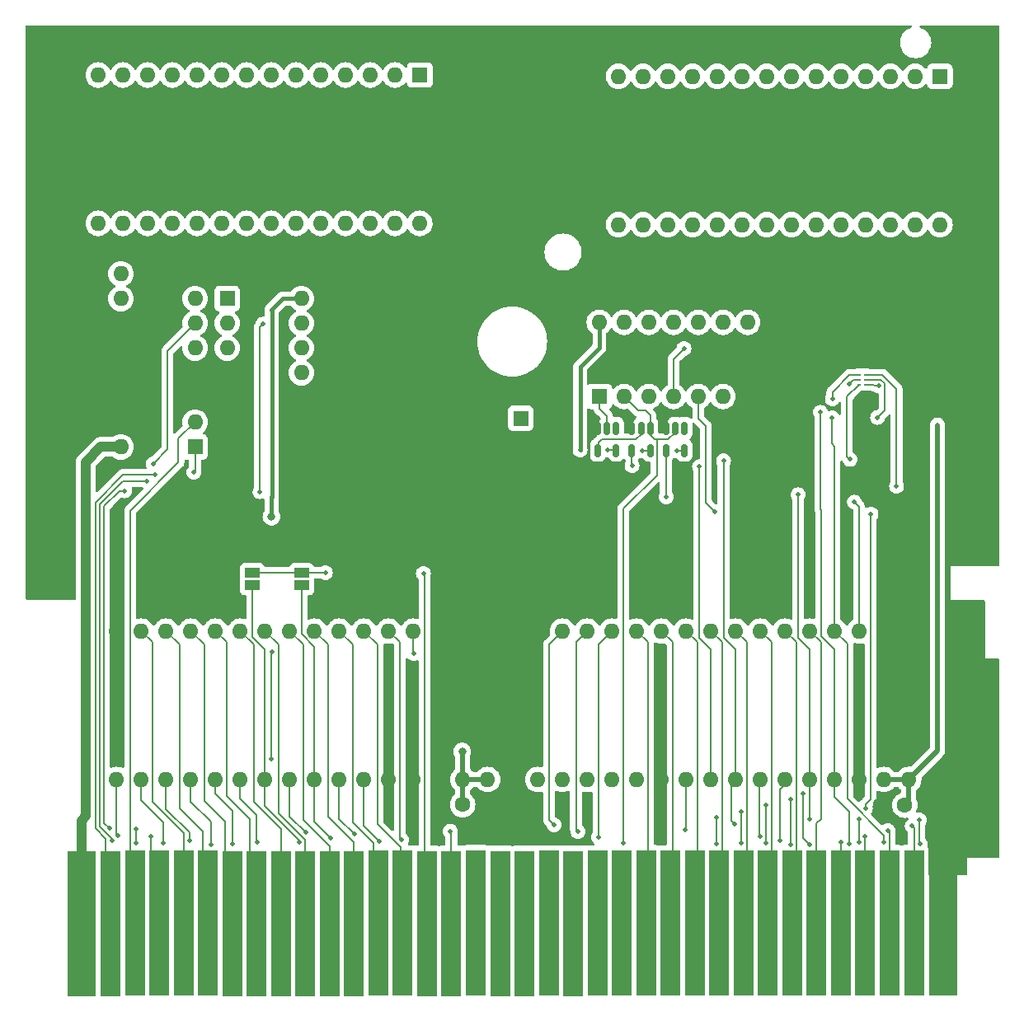
<source format=gbr>
%TF.GenerationSoftware,KiCad,Pcbnew,(7.0.0)*%
%TF.CreationDate,2023-06-26T20:36:10-07:00*%
%TF.ProjectId,AS-NES-Mapper474-SM1,41532d4e-4553-42d4-9d61-707065723437,rev?*%
%TF.SameCoordinates,Original*%
%TF.FileFunction,Copper,L1,Top*%
%TF.FilePolarity,Positive*%
%FSLAX46Y46*%
G04 Gerber Fmt 4.6, Leading zero omitted, Abs format (unit mm)*
G04 Created by KiCad (PCBNEW (7.0.0)) date 2023-06-26 20:36:10*
%MOMM*%
%LPD*%
G01*
G04 APERTURE LIST*
G04 Aperture macros list*
%AMRoundRect*
0 Rectangle with rounded corners*
0 $1 Rounding radius*
0 $2 $3 $4 $5 $6 $7 $8 $9 X,Y pos of 4 corners*
0 Add a 4 corners polygon primitive as box body*
4,1,4,$2,$3,$4,$5,$6,$7,$8,$9,$2,$3,0*
0 Add four circle primitives for the rounded corners*
1,1,$1+$1,$2,$3*
1,1,$1+$1,$4,$5*
1,1,$1+$1,$6,$7*
1,1,$1+$1,$8,$9*
0 Add four rect primitives between the rounded corners*
20,1,$1+$1,$2,$3,$4,$5,0*
20,1,$1+$1,$4,$5,$6,$7,0*
20,1,$1+$1,$6,$7,$8,$9,0*
20,1,$1+$1,$8,$9,$2,$3,0*%
G04 Aperture macros list end*
%TA.AperFunction,SMDPad,CuDef*%
%ADD10R,0.330000X0.270000*%
%TD*%
%TA.AperFunction,ComponentPad*%
%ADD11C,1.600000*%
%TD*%
%TA.AperFunction,ComponentPad*%
%ADD12R,1.600000X1.600000*%
%TD*%
%TA.AperFunction,ComponentPad*%
%ADD13O,1.600000X1.600000*%
%TD*%
%TA.AperFunction,SMDPad,CuDef*%
%ADD14R,3.000000X15.000000*%
%TD*%
%TA.AperFunction,SMDPad,CuDef*%
%ADD15R,2.000000X15.000000*%
%TD*%
%TA.AperFunction,SMDPad,CuDef*%
%ADD16R,1.500000X1.000000*%
%TD*%
%TA.AperFunction,SMDPad,CuDef*%
%ADD17RoundRect,0.150000X-0.150000X0.512500X-0.150000X-0.512500X0.150000X-0.512500X0.150000X0.512500X0*%
%TD*%
%TA.AperFunction,ViaPad*%
%ADD18C,0.500000*%
%TD*%
%TA.AperFunction,ViaPad*%
%ADD19C,0.800000*%
%TD*%
%TA.AperFunction,Conductor*%
%ADD20C,0.200000*%
%TD*%
%TA.AperFunction,Conductor*%
%ADD21C,0.500000*%
%TD*%
%TA.AperFunction,Conductor*%
%ADD22C,1.000000*%
%TD*%
%TA.AperFunction,Conductor*%
%ADD23C,0.400000*%
%TD*%
G04 APERTURE END LIST*
D10*
%TO.P,U3,1*%
%TO.N,/CPU_A12*%
X138140799Y-83548599D03*
%TO.P,U3,2,GND*%
%TO.N,GND*%
X138140799Y-84048599D03*
%TO.P,U3,3*%
%TO.N,/CPU_A11*%
X138140799Y-84548599D03*
%TO.P,U3,4*%
%TO.N,/CPU_OR_A11_TO_A13*%
X138820799Y-84548599D03*
%TO.P,U3,5,VCC*%
%TO.N,VCC*%
X138820799Y-84048599D03*
%TO.P,U3,6*%
%TO.N,/CPU_A13*%
X138820799Y-83548599D03*
%TD*%
D11*
%TO.P,C2,1*%
%TO.N,VCC*%
X142850000Y-127770000D03*
%TO.P,C2,2*%
%TO.N,GND*%
X140350000Y-127770000D03*
%TD*%
D12*
%TO.P,U2,1,NC*%
%TO.N,GND*%
X100006699Y-109889999D03*
D13*
%TO.P,U2,2,A16*%
X97466699Y-109889999D03*
%TO.P,U2,3,A15*%
X94926699Y-109889999D03*
%TO.P,U2,4,A12*%
%TO.N,/PPU_A12*%
X92386699Y-109889999D03*
%TO.P,U2,5,A7*%
%TO.N,/PPU_A7*%
X89846699Y-109889999D03*
%TO.P,U2,6,A6*%
%TO.N,/PPU_A6*%
X87306699Y-109889999D03*
%TO.P,U2,7,A5*%
%TO.N,/PPU_A5*%
X84766699Y-109889999D03*
%TO.P,U2,8,A4*%
%TO.N,/PPU_A4*%
X82226699Y-109889999D03*
%TO.P,U2,9,A3*%
%TO.N,/PPU_A3*%
X79686699Y-109889999D03*
%TO.P,U2,10,A2*%
%TO.N,/PPU_A2*%
X77146699Y-109889999D03*
%TO.P,U2,11,A1*%
%TO.N,/PPU_A1*%
X74606699Y-109889999D03*
%TO.P,U2,12,A0*%
%TO.N,/PPU_A0*%
X72066699Y-109889999D03*
%TO.P,U2,13,D0*%
%TO.N,/PPU_D0*%
X69526699Y-109889999D03*
%TO.P,U2,14,D1*%
%TO.N,/PPU_D1*%
X66986699Y-109889999D03*
%TO.P,U2,15,D2*%
%TO.N,/PPU_D2*%
X64446699Y-109889999D03*
%TO.P,U2,16,GND*%
%TO.N,GND*%
X61906699Y-109889999D03*
%TO.P,U2,17,D3*%
%TO.N,/PPU_D3*%
X61906699Y-125129999D03*
%TO.P,U2,18,D4*%
%TO.N,/PPU_D4*%
X64446699Y-125129999D03*
%TO.P,U2,19,D5*%
%TO.N,/PPU_D5*%
X66986699Y-125129999D03*
%TO.P,U2,20,D6*%
%TO.N,/PPU_D6*%
X69526699Y-125129999D03*
%TO.P,U2,21,D7*%
%TO.N,/PPU_D7*%
X72066699Y-125129999D03*
%TO.P,U2,22,CE*%
%TO.N,/PPU_A13*%
X74606699Y-125129999D03*
%TO.P,U2,23,A10*%
%TO.N,/PPU_A10*%
X77146699Y-125129999D03*
%TO.P,U2,24,OE*%
%TO.N,/PPU_~{RD}*%
X79686699Y-125129999D03*
%TO.P,U2,25,A11*%
%TO.N,/PPU_A11*%
X82226699Y-125129999D03*
%TO.P,U2,26,A9*%
%TO.N,/PPU_A9*%
X84766699Y-125129999D03*
%TO.P,U2,27,A8*%
%TO.N,/PPU_A8*%
X87306699Y-125129999D03*
%TO.P,U2,28,A13*%
%TO.N,GND*%
X89846699Y-125129999D03*
%TO.P,U2,29,A14*%
X92386699Y-125129999D03*
%TO.P,U2,30,NC*%
X94926699Y-125129999D03*
%TO.P,U2,31,PGM*%
%TO.N,VCC*%
X97466699Y-125129999D03*
%TO.P,U2,32,VCC*%
X100006699Y-125129999D03*
%TD*%
D14*
%TO.P,J1,1,GND*%
%TO.N,GND*%
X146786599Y-139903599D03*
D15*
%TO.P,J1,2,CPU_A11*%
%TO.N,/CPU_A11*%
X143786599Y-139878599D03*
%TO.P,J1,3,CPU_A10*%
%TO.N,/CPU_A10*%
X141286599Y-139878599D03*
%TO.P,J1,4,CPU_A9*%
%TO.N,/CPU_A9*%
X138786599Y-139878599D03*
%TO.P,J1,5,CPU_A8*%
%TO.N,/CPU_A8*%
X136286599Y-139878599D03*
%TO.P,J1,6,CPU_A7*%
%TO.N,/CPU_A7*%
X133786599Y-139878599D03*
%TO.P,J1,7,CPU_A6*%
%TO.N,/CPU_A6*%
X131286599Y-139878599D03*
%TO.P,J1,8,CPU_A5*%
%TO.N,/CPU_A5*%
X128786599Y-139878599D03*
%TO.P,J1,9,CPU_A4*%
%TO.N,/CPU_A4*%
X126286599Y-139878599D03*
%TO.P,J1,10,CPU_A3*%
%TO.N,/CPU_A3*%
X123786599Y-139903599D03*
%TO.P,J1,11,CPU_A2*%
%TO.N,/CPU_A2*%
X121286599Y-139853599D03*
%TO.P,J1,12,CPU_A1*%
%TO.N,/CPU_A1*%
X118786599Y-139903599D03*
%TO.P,J1,13,CPU_A0*%
%TO.N,/CPU_A0*%
X116286599Y-139878599D03*
%TO.P,J1,14,CPU_R~{W}*%
%TO.N,/CPU_R~{W}*%
X113786599Y-139903599D03*
%TO.P,J1,15,~{IRQ}*%
%TO.N,unconnected-(J1-~{IRQ}-Pad15)*%
X111286599Y-139903599D03*
%TO.P,J1,16,EXP_0*%
%TO.N,unconnected-(J1-EXP_0-Pad16)*%
X108786599Y-139928599D03*
%TO.P,J1,17,EXP_1*%
%TO.N,unconnected-(J1-EXP_1-Pad17)*%
X106286599Y-139903599D03*
%TO.P,J1,18,EXP_2*%
%TO.N,unconnected-(J1-EXP_2-Pad18)*%
X103786599Y-139928599D03*
%TO.P,J1,19,EXP_3*%
%TO.N,unconnected-(J1-EXP_3-Pad19)*%
X101286599Y-139928599D03*
%TO.P,J1,20,EXP_4*%
%TO.N,unconnected-(J1-EXP_4-Pad20)*%
X98786599Y-139878599D03*
%TO.P,J1,21,PPU_~{RD}*%
%TO.N,/PPU_~{RD}*%
X96286599Y-139928599D03*
%TO.P,J1,22,CIRAM_A10*%
%TO.N,/CIRAM_A10*%
X93786599Y-139928599D03*
%TO.P,J1,23,PPU_A6*%
%TO.N,/PPU_A6*%
X91286599Y-139903599D03*
%TO.P,J1,24,PPU_A5*%
%TO.N,/PPU_A5*%
X88786599Y-139903599D03*
%TO.P,J1,25,PPU_A4*%
%TO.N,/PPU_A4*%
X86286599Y-139928599D03*
%TO.P,J1,26,PPU_A3*%
%TO.N,/PPU_A3*%
X83786599Y-139928599D03*
%TO.P,J1,27,PPU_A2*%
%TO.N,/PPU_A2*%
X81286599Y-139928599D03*
%TO.P,J1,28,PPU_A1*%
%TO.N,/PPU_A1*%
X78786599Y-139953599D03*
%TO.P,J1,29,PPU_A0*%
%TO.N,/PPU_A0*%
X76286599Y-139953599D03*
%TO.P,J1,30,PPU_D0*%
%TO.N,/PPU_D0*%
X73786599Y-139928599D03*
%TO.P,J1,31,PPU_D1*%
%TO.N,/PPU_D1*%
X71286599Y-139903599D03*
%TO.P,J1,32,PPU_D2*%
%TO.N,/PPU_D2*%
X68786599Y-139903599D03*
%TO.P,J1,33,PPU_D3*%
%TO.N,/PPU_D3*%
X66286599Y-139903599D03*
%TO.P,J1,34,CIC_toPak*%
%TO.N,/CIC_CART*%
X63786599Y-139903599D03*
%TO.P,J1,35,CIC_toMB*%
%TO.N,/CIC_MB*%
X61286599Y-139928599D03*
D14*
%TO.P,J1,36,VCC*%
%TO.N,VCC*%
X58286599Y-139928599D03*
%TD*%
D16*
%TO.P,JP2,1,A*%
%TO.N,/CIRAM_A10*%
X80899999Y-103889999D03*
%TO.P,JP2,2,B*%
%TO.N,/PPU_A11*%
X80899999Y-105189999D03*
%TD*%
D17*
%TO.P,U13,1*%
%TO.N,/~{ROMSEL}*%
X116720000Y-89052500D03*
%TO.P,U13,2*%
%TO.N,/~{ALTOE}*%
X115770000Y-89052500D03*
%TO.P,U13,3,GND*%
%TO.N,GND*%
X114820000Y-89052500D03*
%TO.P,U13,4*%
%TO.N,/~{OE}*%
X114820000Y-91327500D03*
%TO.P,U13,5,VCC*%
%TO.N,VCC*%
X116720000Y-91327500D03*
%TD*%
D12*
%TO.P,U5,1,P0.0*%
%TO.N,/CIC_MB*%
X69969999Y-90959999D03*
D13*
%TO.P,U5,2,P0.1*%
%TO.N,/CIC_CART*%
X69969999Y-88419999D03*
%TO.P,U5,3,P0.2*%
%TO.N,GND*%
X69969999Y-85879999D03*
%TO.P,U5,4,P0.3*%
X69969999Y-83339999D03*
%TO.P,U5,5,XOUT*%
%TO.N,unconnected-(U5-XOUT-Pad5)*%
X69969999Y-80799999D03*
%TO.P,U5,6,XIN*%
%TO.N,/CIC_CLK*%
X69969999Y-78259999D03*
%TO.P,U5,7,RESET*%
%TO.N,/CIC_RESET*%
X69969999Y-75719999D03*
%TO.P,U5,8,GND*%
%TO.N,GND*%
X69969999Y-73179999D03*
%TO.P,U5,9,P1.0*%
%TO.N,unconnected-(U5-P1.0-Pad9)*%
X62349999Y-73179999D03*
%TO.P,U5,10,P1.1*%
%TO.N,unconnected-(U5-P1.1-Pad10)*%
X62349999Y-75719999D03*
%TO.P,U5,11,P1.2*%
%TO.N,GND*%
X62349999Y-78259999D03*
%TO.P,U5,12,P1.3*%
X62349999Y-80799999D03*
%TO.P,U5,13,P2.0*%
X62349999Y-83339999D03*
%TO.P,U5,14,P2.1*%
X62349999Y-85879999D03*
%TO.P,U5,15,P2.2*%
X62349999Y-88419999D03*
%TO.P,U5,16,VCC*%
%TO.N,VCC*%
X62349999Y-90959999D03*
%TD*%
D12*
%TO.P,C1,1*%
%TO.N,VCC*%
X103405112Y-88029999D03*
D11*
%TO.P,C1,2*%
%TO.N,GND*%
X100905113Y-88030000D03*
%TD*%
D12*
%TO.P,U1,1,A18*%
%TO.N,GND*%
X143249999Y-109889999D03*
D13*
%TO.P,U1,2,A16*%
X140709999Y-109889999D03*
%TO.P,U1,3,A15*%
%TO.N,/PRG_A15*%
X138169999Y-109889999D03*
%TO.P,U1,4,A12*%
%TO.N,/CPU_A12*%
X135629999Y-109889999D03*
%TO.P,U1,5,A7*%
%TO.N,/CPU_A7*%
X133089999Y-109889999D03*
%TO.P,U1,6,A6*%
%TO.N,/CPU_A6*%
X130549999Y-109889999D03*
%TO.P,U1,7,A5*%
%TO.N,/CPU_A5*%
X128009999Y-109889999D03*
%TO.P,U1,8,A4*%
%TO.N,/CPU_A4*%
X125469999Y-109889999D03*
%TO.P,U1,9,A3*%
%TO.N,/CPU_A3*%
X122929999Y-109889999D03*
%TO.P,U1,10,A2*%
%TO.N,/CPU_A2*%
X120389999Y-109889999D03*
%TO.P,U1,11,A1*%
%TO.N,/CPU_A1*%
X117849999Y-109889999D03*
%TO.P,U1,12,A0*%
%TO.N,/CPU_A0*%
X115309999Y-109889999D03*
%TO.P,U1,13,D0*%
%TO.N,/CPU_D0*%
X112769999Y-109889999D03*
%TO.P,U1,14,D1*%
%TO.N,/CPU_D1*%
X110229999Y-109889999D03*
%TO.P,U1,15,D2*%
%TO.N,/CPU_D2*%
X107689999Y-109889999D03*
%TO.P,U1,16,GND*%
%TO.N,GND*%
X105149999Y-109889999D03*
%TO.P,U1,17,D3*%
%TO.N,/CPU_D3*%
X105149999Y-125129999D03*
%TO.P,U1,18,D4*%
%TO.N,/CPU_D4*%
X107689999Y-125129999D03*
%TO.P,U1,19,D5*%
%TO.N,/CPU_D5*%
X110229999Y-125129999D03*
%TO.P,U1,20,D6*%
%TO.N,/CPU_D6*%
X112769999Y-125129999D03*
%TO.P,U1,21,D7*%
%TO.N,/CPU_D7*%
X115309999Y-125129999D03*
%TO.P,U1,22,CE*%
%TO.N,GND*%
X117849999Y-125129999D03*
%TO.P,U1,23,A10*%
%TO.N,/CPU_A10*%
X120389999Y-125129999D03*
%TO.P,U1,24,OE*%
%TO.N,/~{OE}*%
X122929999Y-125129999D03*
%TO.P,U1,25,A11*%
%TO.N,/CPU_A11*%
X125469999Y-125129999D03*
%TO.P,U1,26,A9*%
%TO.N,/CPU_A9*%
X128009999Y-125129999D03*
%TO.P,U1,27,A8*%
%TO.N,/CPU_A8*%
X130549999Y-125129999D03*
%TO.P,U1,28,A13*%
%TO.N,/CPU_A13*%
X133089999Y-125129999D03*
%TO.P,U1,29,A14*%
%TO.N,/CPU_A14*%
X135629999Y-125129999D03*
%TO.P,U1,30,A17*%
%TO.N,GND*%
X138169999Y-125129999D03*
%TO.P,U1,31,PGM*%
%TO.N,VCC*%
X140709999Y-125129999D03*
%TO.P,U1,32,VCC*%
X143249999Y-125129999D03*
%TD*%
D11*
%TO.P,C3,1*%
%TO.N,VCC*%
X97440000Y-127720000D03*
%TO.P,C3,2*%
%TO.N,GND*%
X94940000Y-127720000D03*
%TD*%
D17*
%TO.P,U15,1*%
%TO.N,N/C*%
X120210000Y-89052500D03*
%TO.P,U15,2*%
%TO.N,/~{ROMSEL}*%
X119260000Y-89052500D03*
%TO.P,U15,3,GND*%
%TO.N,GND*%
X118310000Y-89052500D03*
%TO.P,U15,4*%
%TO.N,/PRG_A15*%
X118310000Y-91327500D03*
%TO.P,U15,5,VCC*%
%TO.N,VCC*%
X120210000Y-91327500D03*
%TD*%
D12*
%TO.P,U10,1,A14*%
%TO.N,unconnected-(U10-A14-Pad1)*%
X146459999Y-52884999D03*
D13*
%TO.P,U10,2,A12*%
%TO.N,unconnected-(U10-A12-Pad2)*%
X143919999Y-52884999D03*
%TO.P,U10,3,A7*%
%TO.N,unconnected-(U10-A7-Pad3)*%
X141379999Y-52884999D03*
%TO.P,U10,4,A6*%
%TO.N,unconnected-(U10-A6-Pad4)*%
X138839999Y-52884999D03*
%TO.P,U10,5,A5*%
%TO.N,unconnected-(U10-A5-Pad5)*%
X136299999Y-52884999D03*
%TO.P,U10,6,A4*%
%TO.N,unconnected-(U10-A4-Pad6)*%
X133759999Y-52884999D03*
%TO.P,U10,7,A3*%
%TO.N,unconnected-(U10-A3-Pad7)*%
X131219999Y-52884999D03*
%TO.P,U10,8,A2*%
%TO.N,unconnected-(U10-A2-Pad8)*%
X128679999Y-52884999D03*
%TO.P,U10,9,A1*%
%TO.N,unconnected-(U10-A1-Pad9)*%
X126139999Y-52884999D03*
%TO.P,U10,10,A0*%
%TO.N,unconnected-(U10-A0-Pad10)*%
X123599999Y-52884999D03*
%TO.P,U10,11,D0*%
%TO.N,unconnected-(U10-D0-Pad11)*%
X121059999Y-52884999D03*
%TO.P,U10,12,D1*%
%TO.N,unconnected-(U10-D1-Pad12)*%
X118519999Y-52884999D03*
%TO.P,U10,13,D2*%
%TO.N,unconnected-(U10-D2-Pad13)*%
X115979999Y-52884999D03*
%TO.P,U10,14,GND*%
%TO.N,unconnected-(U10-GND-Pad14)*%
X113439999Y-52884999D03*
%TO.P,U10,15,D3*%
%TO.N,unconnected-(U10-D3-Pad15)*%
X113439999Y-68124999D03*
%TO.P,U10,16,D4*%
%TO.N,unconnected-(U10-D4-Pad16)*%
X115979999Y-68124999D03*
%TO.P,U10,17,D5*%
%TO.N,unconnected-(U10-D5-Pad17)*%
X118519999Y-68124999D03*
%TO.P,U10,18,D6*%
%TO.N,unconnected-(U10-D6-Pad18)*%
X121059999Y-68124999D03*
%TO.P,U10,19,D7*%
%TO.N,unconnected-(U10-D7-Pad19)*%
X123599999Y-68124999D03*
%TO.P,U10,20,~{CS}*%
%TO.N,unconnected-(U10-~{CS}-Pad20)*%
X126139999Y-68124999D03*
%TO.P,U10,21,A10*%
%TO.N,unconnected-(U10-A10-Pad21)*%
X128679999Y-68124999D03*
%TO.P,U10,22,~{OE}*%
%TO.N,unconnected-(U10-~{OE}-Pad22)*%
X131219999Y-68124999D03*
%TO.P,U10,23,A11*%
%TO.N,unconnected-(U10-A11-Pad23)*%
X133759999Y-68124999D03*
%TO.P,U10,24,A9*%
%TO.N,unconnected-(U10-A9-Pad24)*%
X136299999Y-68124999D03*
%TO.P,U10,25,A8*%
%TO.N,unconnected-(U10-A8-Pad25)*%
X138839999Y-68124999D03*
%TO.P,U10,26,A13*%
%TO.N,unconnected-(U10-A13-Pad26)*%
X141379999Y-68124999D03*
%TO.P,U10,27,~{WE}*%
%TO.N,unconnected-(U10-~{WE}-Pad27)*%
X143919999Y-68124999D03*
%TO.P,U10,28,VCC*%
%TO.N,unconnected-(U10-VCC-Pad28)*%
X146459999Y-68124999D03*
%TD*%
D17*
%TO.P,U14,1*%
%TO.N,N/C*%
X113220000Y-89052500D03*
%TO.P,U14,2*%
%TO.N,/ALTOE*%
X112270000Y-89052500D03*
%TO.P,U14,3,GND*%
%TO.N,GND*%
X111320000Y-89052500D03*
%TO.P,U14,4*%
%TO.N,/~{ALTOE}*%
X111320000Y-91327500D03*
%TO.P,U14,5,VCC*%
%TO.N,VCC*%
X113220000Y-91327500D03*
%TD*%
D12*
%TO.P,U6,1,~{RESET}/PB5*%
%TO.N,unconnected-(U6-~{RESET}{slash}PB5-Pad1)*%
X73259999Y-75719999D03*
D13*
%TO.P,U6,2,PB3*%
%TO.N,/CIC_CLK*%
X73259999Y-78259999D03*
%TO.P,U6,3,PB4*%
%TO.N,unconnected-(U6-PB4-Pad3)*%
X73259999Y-80799999D03*
%TO.P,U6,4,GND*%
%TO.N,GND*%
X73259999Y-83339999D03*
%TO.P,U6,5,PB0*%
%TO.N,/CIC_MB*%
X80879999Y-83339999D03*
%TO.P,U6,6,PB1*%
%TO.N,/CIC_CART*%
X80879999Y-80799999D03*
%TO.P,U6,7,PB2*%
%TO.N,/CIC_RST*%
X80879999Y-78259999D03*
%TO.P,U6,8,VCC*%
%TO.N,VCC*%
X80879999Y-75719999D03*
%TD*%
D16*
%TO.P,JP1,1,A*%
%TO.N,/CIRAM_A10*%
X75849999Y-103889999D03*
%TO.P,JP1,2,B*%
%TO.N,/PPU_A10*%
X75849999Y-105189999D03*
%TD*%
D12*
%TO.P,U9,1,A14*%
%TO.N,unconnected-(U9-A14-Pad1)*%
X93039999Y-52754999D03*
D13*
%TO.P,U9,2,A12*%
%TO.N,unconnected-(U9-A12-Pad2)*%
X90499999Y-52754999D03*
%TO.P,U9,3,A7*%
%TO.N,unconnected-(U9-A7-Pad3)*%
X87959999Y-52754999D03*
%TO.P,U9,4,A6*%
%TO.N,unconnected-(U9-A6-Pad4)*%
X85419999Y-52754999D03*
%TO.P,U9,5,A5*%
%TO.N,unconnected-(U9-A5-Pad5)*%
X82879999Y-52754999D03*
%TO.P,U9,6,A4*%
%TO.N,unconnected-(U9-A4-Pad6)*%
X80339999Y-52754999D03*
%TO.P,U9,7,A3*%
%TO.N,unconnected-(U9-A3-Pad7)*%
X77799999Y-52754999D03*
%TO.P,U9,8,A2*%
%TO.N,unconnected-(U9-A2-Pad8)*%
X75259999Y-52754999D03*
%TO.P,U9,9,A1*%
%TO.N,unconnected-(U9-A1-Pad9)*%
X72719999Y-52754999D03*
%TO.P,U9,10,A0*%
%TO.N,unconnected-(U9-A0-Pad10)*%
X70179999Y-52754999D03*
%TO.P,U9,11,D0*%
%TO.N,unconnected-(U9-D0-Pad11)*%
X67639999Y-52754999D03*
%TO.P,U9,12,D1*%
%TO.N,unconnected-(U9-D1-Pad12)*%
X65099999Y-52754999D03*
%TO.P,U9,13,D2*%
%TO.N,unconnected-(U9-D2-Pad13)*%
X62559999Y-52754999D03*
%TO.P,U9,14,GND*%
%TO.N,unconnected-(U9-GND-Pad14)*%
X60019999Y-52754999D03*
%TO.P,U9,15,D3*%
%TO.N,unconnected-(U9-D3-Pad15)*%
X60019999Y-67994999D03*
%TO.P,U9,16,D4*%
%TO.N,unconnected-(U9-D4-Pad16)*%
X62559999Y-67994999D03*
%TO.P,U9,17,D5*%
%TO.N,unconnected-(U9-D5-Pad17)*%
X65099999Y-67994999D03*
%TO.P,U9,18,D6*%
%TO.N,unconnected-(U9-D6-Pad18)*%
X67639999Y-67994999D03*
%TO.P,U9,19,D7*%
%TO.N,unconnected-(U9-D7-Pad19)*%
X70179999Y-67994999D03*
%TO.P,U9,20,~{CS}*%
%TO.N,unconnected-(U9-~{CS}-Pad20)*%
X72719999Y-67994999D03*
%TO.P,U9,21,A10*%
%TO.N,unconnected-(U9-A10-Pad21)*%
X75259999Y-67994999D03*
%TO.P,U9,22,~{OE}*%
%TO.N,unconnected-(U9-~{OE}-Pad22)*%
X77799999Y-67994999D03*
%TO.P,U9,23,A11*%
%TO.N,unconnected-(U9-A11-Pad23)*%
X80339999Y-67994999D03*
%TO.P,U9,24,A9*%
%TO.N,unconnected-(U9-A9-Pad24)*%
X82879999Y-67994999D03*
%TO.P,U9,25,A8*%
%TO.N,unconnected-(U9-A8-Pad25)*%
X85419999Y-67994999D03*
%TO.P,U9,26,A13*%
%TO.N,unconnected-(U9-A13-Pad26)*%
X87959999Y-67994999D03*
%TO.P,U9,27,~{WE}*%
%TO.N,unconnected-(U9-~{WE}-Pad27)*%
X90499999Y-67994999D03*
%TO.P,U9,28,VCC*%
%TO.N,unconnected-(U9-VCC-Pad28)*%
X93039999Y-67994999D03*
%TD*%
D12*
%TO.P,U11,1*%
%TO.N,/ALTOE*%
X111474999Y-85779999D03*
D13*
%TO.P,U11,2*%
%TO.N,/~{ROMSEL}*%
X114014999Y-85779999D03*
%TO.P,U11,3*%
%TO.N,/CPU_A14*%
X116554999Y-85779999D03*
%TO.P,U11,4*%
%TO.N,/CPU_OR_A11_TO_A13*%
X119094999Y-85779999D03*
%TO.P,U11,5*%
%TO.N,/M2*%
X121634999Y-85779999D03*
%TO.P,U11,6*%
%TO.N,N/C*%
X124174999Y-85779999D03*
%TO.P,U11,7,Vss*%
%TO.N,GND*%
X126714999Y-85779999D03*
%TO.P,U11,8*%
%TO.N,N/C*%
X126714999Y-78159999D03*
%TO.P,U11,9*%
X124174999Y-78159999D03*
%TO.P,U11,10*%
X121634999Y-78159999D03*
%TO.P,U11,11*%
X119094999Y-78159999D03*
%TO.P,U11,12*%
X116554999Y-78159999D03*
%TO.P,U11,13*%
X114014999Y-78159999D03*
%TO.P,U11,14,Vdd*%
%TO.N,VCC*%
X111474999Y-78159999D03*
%TD*%
D18*
%TO.N,GND*%
X137134600Y-84531200D03*
%TO.N,/CIC_CLK*%
X65020000Y-94459500D03*
X65650000Y-92700000D03*
X61410000Y-131440000D03*
%TO.N,GND*%
X121400000Y-89340000D03*
X144250000Y-93800000D03*
X118260000Y-87930000D03*
X128090000Y-89940000D03*
X125400000Y-90440000D03*
X88570000Y-89010000D03*
X138380000Y-94030000D03*
X111330000Y-87990000D03*
X123510000Y-88620000D03*
X140350000Y-96670000D03*
X109930000Y-93950000D03*
X114830000Y-87880000D03*
%TO.N,/CIC_MB*%
X69840000Y-93590000D03*
X65870000Y-93860000D03*
%TO.N,/CIC_RST*%
X62730000Y-95480000D03*
X63896200Y-131630000D03*
X63896200Y-130210000D03*
X76940000Y-78350000D03*
X76630000Y-95570000D03*
X61152109Y-130127891D03*
D19*
%TO.N,VCC*%
X77810000Y-98140000D03*
X58750000Y-98140000D03*
D18*
X115910000Y-91360000D03*
X119470000Y-91360000D03*
X146215000Y-88700000D03*
D19*
X58750000Y-122250000D03*
D18*
X112310000Y-91280000D03*
D19*
X97390000Y-122250000D03*
D18*
X140055600Y-87934800D03*
X109500000Y-91280000D03*
%TO.N,/PRG_A15*%
X118360000Y-96100000D03*
X137670000Y-96640000D03*
%TO.N,/CPU_A12*%
X135407400Y-86004400D03*
X135390000Y-87970000D03*
X140687100Y-131550000D03*
%TO.N,/CPU_D0*%
X111380000Y-131060000D03*
%TO.N,/CPU_D1*%
X109290000Y-130510000D03*
%TO.N,/CPU_D2*%
X106810000Y-129780000D03*
%TO.N,/CPU_D3*%
X123480500Y-131770000D03*
X123480500Y-129008000D03*
%TO.N,/CPU_D4*%
X126020500Y-128408500D03*
X126020500Y-131670000D03*
%TO.N,/CPU_D5*%
X128560500Y-131650000D03*
X128550000Y-127809000D03*
%TO.N,/CPU_D6*%
X131100000Y-131849500D03*
X131100000Y-127209500D03*
%TO.N,/CPU_D7*%
X133080000Y-131849500D03*
X132360000Y-126610000D03*
%TO.N,/CPU_A10*%
X120280000Y-130340000D03*
X141120000Y-130410000D03*
%TO.N,/~{OE}*%
X121760000Y-93000000D03*
X114830000Y-92910000D03*
%TO.N,/CPU_A11*%
X137210000Y-92250000D03*
X124230000Y-92390000D03*
X143600000Y-129920000D03*
X125390000Y-129750500D03*
%TO.N,/CPU_A9*%
X138790000Y-131000000D03*
X127960000Y-130950000D03*
%TO.N,/CPU_A8*%
X136280000Y-131560000D03*
X130010000Y-131399500D03*
%TO.N,/CPU_A13*%
X131880000Y-95880000D03*
X133090000Y-129210500D03*
X138170000Y-129210500D03*
X142000000Y-95020000D03*
X138170000Y-131560000D03*
%TO.N,/CPU_A14*%
X137180000Y-131740000D03*
X134180500Y-87410000D03*
%TO.N,/PPU_A12*%
X77880000Y-112040000D03*
X92400000Y-112210000D03*
X77770000Y-123030000D03*
%TO.N,/PPU_A7*%
X91160000Y-131350000D03*
%TO.N,/PPU_D3*%
X65420000Y-130950000D03*
X62080000Y-130920000D03*
%TO.N,/PPU_D4*%
X66730000Y-131680000D03*
%TO.N,/PPU_D5*%
X69386100Y-131370000D03*
%TO.N,/PPU_D6*%
X71580000Y-131800000D03*
%TO.N,/PPU_D7*%
X73830000Y-131760000D03*
%TO.N,/PPU_A13*%
X76310000Y-131560000D03*
%TO.N,/PPU_A10*%
X80680000Y-131620000D03*
%TO.N,/PPU_~{RD}*%
X96180000Y-130440000D03*
X81320000Y-130550000D03*
%TO.N,/PPU_A11*%
X83860000Y-131130000D03*
%TO.N,/PPU_A9*%
X86310000Y-130770000D03*
%TO.N,/PPU_A8*%
X88890000Y-131460000D03*
%TO.N,/~{ROMSEL}*%
X113910000Y-131680000D03*
%TO.N,/CPU_OR_A11_TO_A13*%
X140208000Y-84709000D03*
X120170000Y-80860000D03*
%TO.N,/M2*%
X144350000Y-129300000D03*
X138800000Y-128120000D03*
X123320000Y-97630000D03*
X144410000Y-131770000D03*
X139380000Y-97860000D03*
%TO.N,/CIRAM_A10*%
X83340000Y-103870000D03*
X93410000Y-103960000D03*
%TD*%
D20*
%TO.N,/CPU_OR_A11_TO_A13*%
X139615800Y-84548600D02*
X138820800Y-84548600D01*
X139776200Y-84709000D02*
X139615800Y-84548600D01*
X140208000Y-84709000D02*
X139776200Y-84709000D01*
%TO.N,VCC*%
X140396129Y-84048600D02*
X138820800Y-84048600D01*
X140808000Y-87182400D02*
X140808000Y-84460471D01*
X140808000Y-84460471D02*
X140396129Y-84048600D01*
X140055600Y-87934800D02*
X140808000Y-87182400D01*
%TO.N,GND*%
X137134600Y-84505800D02*
X137134600Y-84531200D01*
X137591800Y-84048600D02*
X137134600Y-84505800D01*
X138140800Y-84048600D02*
X137591800Y-84048600D01*
%TO.N,/CPU_A12*%
X135407400Y-85318600D02*
X137177400Y-83548600D01*
X137177400Y-83548600D02*
X138140800Y-83548600D01*
X135407400Y-86004400D02*
X135407400Y-85318600D01*
D21*
%TO.N,VCC*%
X146215000Y-122165000D02*
X143250000Y-125130000D01*
X146215000Y-88700000D02*
X146215000Y-122165000D01*
D20*
%TO.N,/CPU_A13*%
X142000000Y-85016075D02*
X142000000Y-95020000D01*
X140532525Y-83548600D02*
X142000000Y-85016075D01*
X138820800Y-83548600D02*
X140532525Y-83548600D01*
%TO.N,GND*%
X137109200Y-84531200D02*
X137160000Y-84480400D01*
X137134600Y-84531200D02*
X137109200Y-84531200D01*
%TO.N,/CPU_A11*%
X136906000Y-91946000D02*
X137210000Y-92250000D01*
X136906000Y-85783400D02*
X136906000Y-91946000D01*
X138140800Y-84548600D02*
X136906000Y-85783400D01*
%TO.N,/CIC_CLK*%
X61410000Y-131233604D02*
X60228198Y-130051802D01*
X60170000Y-129993604D02*
X60170000Y-96866396D01*
X67120000Y-91230000D02*
X65650000Y-92700000D01*
X60170000Y-96866396D02*
X62576896Y-94459500D01*
X62576896Y-94459500D02*
X65020000Y-94459500D01*
X60228198Y-130051802D02*
X60170000Y-129993604D01*
X69970000Y-78260000D02*
X67120000Y-81110000D01*
X67120000Y-81110000D02*
X67120000Y-91230000D01*
X61410000Y-131440000D02*
X61410000Y-131233604D01*
%TO.N,GND*%
X111320000Y-89052500D02*
X111320000Y-88000000D01*
X118310000Y-87980000D02*
X118260000Y-87930000D01*
X114820000Y-89052500D02*
X114820000Y-87890000D01*
X118310000Y-89052500D02*
X118310000Y-87980000D01*
X114820000Y-87890000D02*
X114830000Y-87880000D01*
X111320000Y-88000000D02*
X111330000Y-87990000D01*
%TO.N,/CIC_MB*%
X69970000Y-93460000D02*
X69970000Y-90960000D01*
X69840000Y-93590000D02*
X69970000Y-93460000D01*
X60756700Y-139398700D02*
X60756700Y-131216700D01*
X59720000Y-130180000D02*
X59720000Y-96680000D01*
X60756700Y-131216700D02*
X59720000Y-130180000D01*
X62540000Y-93860000D02*
X65870000Y-93860000D01*
X59720000Y-96680000D02*
X62540000Y-93860000D01*
%TO.N,/CIC_CART*%
X63296700Y-139413700D02*
X63296700Y-97503300D01*
X68260000Y-92540000D02*
X68260000Y-90130000D01*
X68260000Y-90130000D02*
X69970000Y-88420000D01*
X63296700Y-97503300D02*
X68260000Y-92540000D01*
%TO.N,/CIC_RST*%
X76630000Y-95570000D02*
X76630000Y-78660000D01*
X60620000Y-97070000D02*
X60620000Y-129595782D01*
X76630000Y-78660000D02*
X76940000Y-78350000D01*
X62730000Y-95480000D02*
X62210000Y-95480000D01*
X63896200Y-130210000D02*
X63896200Y-131630000D01*
X60620000Y-129595782D02*
X61152109Y-130127891D01*
X62210000Y-95480000D02*
X60620000Y-97070000D01*
D22*
%TO.N,VCC*%
X58750000Y-98140000D02*
X58750000Y-122250000D01*
X58750000Y-122250000D02*
X58750000Y-128890000D01*
D21*
X140710000Y-125130000D02*
X143250000Y-125130000D01*
D22*
X58286600Y-129353400D02*
X58286600Y-139928600D01*
D20*
X115942500Y-91327500D02*
X115910000Y-91360000D01*
D22*
X60300000Y-90960000D02*
X58750000Y-92510000D01*
D23*
X78980000Y-75720000D02*
X77810000Y-76890000D01*
X77850000Y-96100000D02*
X77810000Y-96140000D01*
D22*
X58750000Y-128890000D02*
X58286600Y-129353400D01*
D23*
X109500000Y-82740000D02*
X111475000Y-80765000D01*
D21*
X97466700Y-125130000D02*
X97466700Y-127693300D01*
D23*
X109500000Y-91280000D02*
X109500000Y-82740000D01*
D21*
X143250000Y-127370000D02*
X142850000Y-127770000D01*
D20*
X119502500Y-91327500D02*
X119470000Y-91360000D01*
D21*
X97466700Y-122326700D02*
X97390000Y-122250000D01*
D23*
X77810000Y-96140000D02*
X77810000Y-98140000D01*
D20*
X120210000Y-91327500D02*
X119502500Y-91327500D01*
D23*
X111475000Y-80765000D02*
X111475000Y-78160000D01*
D21*
X143250000Y-125130000D02*
X143250000Y-127370000D01*
D20*
X112310000Y-91280000D02*
X113172500Y-91280000D01*
D23*
X77850000Y-76930000D02*
X77850000Y-96100000D01*
D21*
X100006700Y-125130000D02*
X97466700Y-125130000D01*
D22*
X62350000Y-90960000D02*
X60300000Y-90960000D01*
D23*
X80880000Y-75720000D02*
X78980000Y-75720000D01*
D22*
X58750000Y-92510000D02*
X58750000Y-98140000D01*
D23*
X77810000Y-76890000D02*
X77850000Y-76930000D01*
D21*
X97466700Y-125130000D02*
X97466700Y-122326700D01*
D20*
X116720000Y-91327500D02*
X115942500Y-91327500D01*
%TO.N,/PRG_A15*%
X118310000Y-91327500D02*
X118310000Y-96050000D01*
X138170000Y-97140000D02*
X138170000Y-109890000D01*
X137670000Y-96640000D02*
X138170000Y-97140000D01*
X118310000Y-96050000D02*
X118360000Y-96100000D01*
%TO.N,/CPU_A12*%
X136940000Y-111200000D02*
X135630000Y-109890000D01*
X135630000Y-90908529D02*
X135330000Y-90608529D01*
X140687100Y-131550000D02*
X140687100Y-130879071D01*
X135330000Y-88030000D02*
X135390000Y-87970000D01*
X136940000Y-127131971D02*
X136940000Y-111200000D01*
X135330000Y-90608529D02*
X135330000Y-88030000D01*
X135630000Y-90908529D02*
X135630000Y-109890000D01*
X140687100Y-130879071D02*
X136940000Y-127131971D01*
%TO.N,/CPU_A7*%
X134240000Y-111040000D02*
X134240000Y-129200000D01*
X134240000Y-129200000D02*
X133786600Y-129653400D01*
X134240000Y-111040000D02*
X133090000Y-109890000D01*
X133786600Y-129653400D02*
X133786600Y-139878600D01*
%TO.N,/CPU_A6*%
X130550000Y-109890000D02*
X131700000Y-111040000D01*
X131700000Y-111040000D02*
X131700000Y-139465200D01*
%TO.N,/CPU_A5*%
X129160000Y-111040000D02*
X129160000Y-139505200D01*
X128010000Y-109890000D02*
X129160000Y-111040000D01*
%TO.N,/CPU_A4*%
X126620000Y-111040000D02*
X126620000Y-139545200D01*
X125470000Y-109890000D02*
X126620000Y-111040000D01*
%TO.N,/CPU_A3*%
X122930000Y-109890000D02*
X124080000Y-111040000D01*
X124080000Y-111040000D02*
X124080000Y-139610200D01*
%TO.N,/CPU_A2*%
X121540000Y-111040000D02*
X121540000Y-139600200D01*
X120390000Y-109890000D02*
X121540000Y-111040000D01*
%TO.N,/CPU_A1*%
X117850000Y-109890000D02*
X119000000Y-111040000D01*
X119000000Y-111040000D02*
X119000000Y-139690200D01*
%TO.N,/CPU_A0*%
X115310000Y-109890000D02*
X116460000Y-111040000D01*
X116460000Y-111040000D02*
X116460000Y-139705200D01*
%TO.N,/CPU_D0*%
X112770000Y-109890000D02*
X111380000Y-111280000D01*
X111380000Y-111280000D02*
X111380000Y-131060000D01*
%TO.N,/CPU_D1*%
X110230000Y-109890000D02*
X109080000Y-111040000D01*
X109080000Y-130300000D02*
X109290000Y-130510000D01*
X109080000Y-111040000D02*
X109080000Y-130300000D01*
%TO.N,/CPU_D2*%
X106300000Y-129270000D02*
X106810000Y-129780000D01*
X107690000Y-109890000D02*
X106300000Y-111280000D01*
X106300000Y-111280000D02*
X106300000Y-129270000D01*
%TO.N,/CPU_D3*%
X123480500Y-131770000D02*
X123480500Y-129008000D01*
%TO.N,/CPU_D4*%
X126020500Y-131670000D02*
X126020500Y-128408500D01*
%TO.N,/CPU_D5*%
X128560500Y-127819500D02*
X128550000Y-127809000D01*
X128560500Y-131650000D02*
X128560500Y-127819500D01*
%TO.N,/CPU_D6*%
X131100000Y-131849500D02*
X131100000Y-127209500D01*
%TO.N,/CPU_D7*%
X133080000Y-131849500D02*
X132360000Y-131129500D01*
X132360000Y-131129500D02*
X132360000Y-126610000D01*
%TO.N,/CPU_A10*%
X120390000Y-130230000D02*
X120390000Y-125130000D01*
X141286600Y-130576600D02*
X141120000Y-130410000D01*
X120280000Y-130340000D02*
X120390000Y-130230000D01*
X141286600Y-139878600D02*
X141286600Y-130576600D01*
%TO.N,/~{OE}*%
X121760000Y-93000000D02*
X121760000Y-110623604D01*
X114820000Y-92900000D02*
X114830000Y-92910000D01*
X122930000Y-111793604D02*
X122930000Y-125130000D01*
X114820000Y-91327500D02*
X114820000Y-92900000D01*
X121760000Y-110623604D02*
X122930000Y-111793604D01*
%TO.N,/CPU_A11*%
X124230000Y-110553604D02*
X125470000Y-111793604D01*
X143786600Y-139878600D02*
X143786600Y-130106600D01*
X125470000Y-111793604D02*
X125470000Y-125130000D01*
X124230000Y-92390000D02*
X124230000Y-110553604D01*
X125040000Y-125560000D02*
X125040000Y-129400500D01*
X143786600Y-130106600D02*
X143600000Y-129920000D01*
X125040000Y-129400500D02*
X125390000Y-129750500D01*
%TO.N,/CPU_A9*%
X138786600Y-139878600D02*
X138786600Y-131003400D01*
X138786600Y-131003400D02*
X138790000Y-131000000D01*
X127960000Y-130950000D02*
X127950000Y-130940000D01*
X127950000Y-130940000D02*
X127950000Y-125190000D01*
%TO.N,/CPU_A8*%
X136286600Y-131566600D02*
X136280000Y-131560000D01*
X130010000Y-131399500D02*
X130010000Y-126190000D01*
X136286600Y-139878600D02*
X136286600Y-131566600D01*
X130010000Y-126190000D02*
X130550000Y-125650000D01*
%TO.N,/CPU_A13*%
X133090000Y-125130000D02*
X133090000Y-129210500D01*
X131880000Y-110583604D02*
X133090000Y-111793604D01*
X131880000Y-95880000D02*
X131880000Y-110583604D01*
X138170000Y-129210500D02*
X138170000Y-131560000D01*
X133090000Y-111793604D02*
X133090000Y-125130000D01*
%TO.N,/CPU_A14*%
X135630000Y-126910000D02*
X135630000Y-125130000D01*
X134180000Y-97340000D02*
X134240000Y-97400000D01*
X134180000Y-97340000D02*
X134180000Y-87410500D01*
X137180000Y-128460000D02*
X135630000Y-126910000D01*
X135630000Y-111790000D02*
X135630000Y-125130000D01*
X134240000Y-110400000D02*
X135630000Y-111790000D01*
X134180000Y-87410500D02*
X134180500Y-87410000D01*
X137180000Y-131740000D02*
X137180000Y-128460000D01*
X134240000Y-97400000D02*
X134240000Y-110400000D01*
%TO.N,/PPU_A12*%
X92400000Y-112210000D02*
X92386700Y-112196700D01*
X77770000Y-112150000D02*
X77880000Y-112040000D01*
X92386700Y-112196700D02*
X92386700Y-109890000D01*
X77770000Y-123030000D02*
X77770000Y-112150000D01*
%TO.N,/PPU_A7*%
X89846700Y-109890000D02*
X90996700Y-111040000D01*
X90996700Y-131186700D02*
X91160000Y-131350000D01*
X90996700Y-111040000D02*
X90996700Y-131186700D01*
%TO.N,/PPU_A6*%
X87306700Y-109890000D02*
X88696700Y-111280000D01*
X88696700Y-129735229D02*
X91051471Y-132090000D01*
X91051471Y-132090000D02*
X91060000Y-132090000D01*
X91060000Y-132090000D02*
X91060000Y-139677000D01*
X88696700Y-111280000D02*
X88696700Y-129735229D01*
%TO.N,/PPU_A5*%
X84766700Y-109890000D02*
X86156700Y-111280000D01*
X86156700Y-111280000D02*
X86156700Y-129556700D01*
X88290000Y-131690000D02*
X88290000Y-139407000D01*
X86156700Y-129556700D02*
X88290000Y-131690000D01*
%TO.N,/PPU_A4*%
X83616700Y-128925229D02*
X86286600Y-131595129D01*
X86286600Y-131595129D02*
X86286600Y-139928600D01*
X83616700Y-111280000D02*
X83616700Y-128925229D01*
X82226700Y-109890000D02*
X83616700Y-111280000D01*
%TO.N,/PPU_A3*%
X81076700Y-111280000D02*
X81076700Y-129316700D01*
X79686700Y-109890000D02*
X81076700Y-111280000D01*
X81076700Y-129316700D02*
X83786600Y-132026600D01*
X83786600Y-132026600D02*
X83786600Y-139928600D01*
%TO.N,/PPU_A2*%
X78536700Y-111280000D02*
X78536700Y-128615229D01*
X77146700Y-109890000D02*
X78536700Y-111280000D01*
X78536700Y-128615229D02*
X81191471Y-131270000D01*
X81191471Y-131270000D02*
X81200000Y-131270000D01*
X81200000Y-131270000D02*
X81286600Y-131356600D01*
X81286600Y-131356600D02*
X81286600Y-139928600D01*
%TO.N,/PPU_A1*%
X75996700Y-127466700D02*
X78786600Y-130256600D01*
X74606700Y-109890000D02*
X75996700Y-111280000D01*
X75996700Y-111280000D02*
X75996700Y-127466700D01*
X78786600Y-130256600D02*
X78786600Y-139953600D01*
%TO.N,/PPU_A0*%
X73216700Y-111040000D02*
X73216700Y-126806700D01*
X72066700Y-109890000D02*
X73216700Y-111040000D01*
X75600000Y-129190000D02*
X75600000Y-139267000D01*
X73216700Y-126806700D02*
X75600000Y-129190000D01*
%TO.N,/PPU_D0*%
X69526700Y-109890000D02*
X70916700Y-111280000D01*
X70916700Y-127326700D02*
X73070000Y-129480000D01*
X70916700Y-111280000D02*
X70916700Y-127326700D01*
X73070000Y-129480000D02*
X73070000Y-139212000D01*
%TO.N,/PPU_D1*%
X68376700Y-128126700D02*
X70760000Y-130510000D01*
X68376700Y-111280000D02*
X68376700Y-128126700D01*
X66986700Y-109890000D02*
X68376700Y-111280000D01*
X70760000Y-130510000D02*
X70760000Y-139377000D01*
%TO.N,/PPU_D2*%
X65596700Y-111040000D02*
X65596700Y-127456700D01*
X65596700Y-127456700D02*
X68786600Y-130646600D01*
X64446700Y-109890000D02*
X65596700Y-111040000D01*
X68786600Y-130646600D02*
X68786600Y-139903600D01*
%TO.N,/PPU_D3*%
X61906700Y-125130000D02*
X61906700Y-130746700D01*
X65420000Y-130950000D02*
X65420000Y-139037000D01*
X61906700Y-130746700D02*
X62080000Y-130920000D01*
%TO.N,/PPU_D4*%
X64446700Y-127236700D02*
X66730000Y-129520000D01*
X64446700Y-125130000D02*
X64446700Y-127236700D01*
X66730000Y-129520000D02*
X66730000Y-131680000D01*
%TO.N,/PPU_D5*%
X66986700Y-128166700D02*
X69386100Y-130566100D01*
X66986700Y-125130000D02*
X66986700Y-128166700D01*
X69386100Y-130566100D02*
X69386100Y-131370000D01*
%TO.N,/PPU_D6*%
X69526700Y-125130000D02*
X69526700Y-127416700D01*
X69526700Y-127416700D02*
X71580000Y-129470000D01*
X71580000Y-129470000D02*
X71580000Y-131800000D01*
%TO.N,/PPU_D7*%
X72066700Y-125130000D02*
X72066700Y-126576700D01*
X73830000Y-128340000D02*
X73830000Y-131760000D01*
X72066700Y-126576700D02*
X73830000Y-128340000D01*
%TO.N,/PPU_A13*%
X74606700Y-125130000D02*
X74606700Y-127086700D01*
X76280000Y-131530000D02*
X76310000Y-131560000D01*
X74606700Y-127086700D02*
X76280000Y-128760000D01*
X76280000Y-128760000D02*
X76280000Y-131530000D01*
%TO.N,/PPU_A10*%
X77146700Y-111793604D02*
X75850000Y-110496904D01*
X75850000Y-110496904D02*
X75850000Y-105190000D01*
X77146700Y-125130000D02*
X77146700Y-111793604D01*
X77146700Y-125130000D02*
X77146700Y-127861625D01*
X80680000Y-131394925D02*
X80680000Y-131620000D01*
X77146700Y-127861625D02*
X80680000Y-131394925D01*
%TO.N,/PPU_~{RD}*%
X79686700Y-125130000D02*
X79686700Y-128916700D01*
X96180000Y-130440000D02*
X96286600Y-130546600D01*
X96286600Y-130546600D02*
X96286600Y-139928600D01*
X79686700Y-128916700D02*
X81320000Y-130550000D01*
%TO.N,/PPU_A11*%
X82226700Y-129496700D02*
X83860000Y-131130000D01*
X82226700Y-111516346D02*
X82226700Y-125130000D01*
X80900000Y-110189646D02*
X82226700Y-111516346D01*
X80900000Y-105190000D02*
X80900000Y-110189646D01*
X82226700Y-125130000D02*
X82226700Y-129496700D01*
%TO.N,/PPU_A9*%
X84766700Y-125130000D02*
X84766700Y-129226700D01*
X84766700Y-129226700D02*
X86310000Y-130770000D01*
%TO.N,/PPU_A8*%
X87306700Y-125130000D02*
X87306700Y-129876700D01*
X87306700Y-129876700D02*
X88890000Y-131460000D01*
%TO.N,/~{ROMSEL}*%
X116202500Y-87207500D02*
X115442500Y-87207500D01*
X117370000Y-93870000D02*
X117370000Y-90260000D01*
X117170000Y-90200000D02*
X116720000Y-89750000D01*
X116720000Y-87725000D02*
X116202500Y-87207500D01*
X116720000Y-89750000D02*
X116720000Y-89052500D01*
X113920000Y-97320000D02*
X117370000Y-93870000D01*
X113920000Y-131670000D02*
X113910000Y-131680000D01*
X117370000Y-90260000D02*
X117430000Y-90200000D01*
X117170000Y-90200000D02*
X117430000Y-90200000D01*
X119260000Y-89472107D02*
X118532107Y-90200000D01*
X117430000Y-90200000D02*
X118532107Y-90200000D01*
X115442500Y-87207500D02*
X114015000Y-85780000D01*
X116720000Y-89052500D02*
X116720000Y-87725000D01*
X113920000Y-97320000D02*
X113920000Y-131670000D01*
%TO.N,/CPU_OR_A11_TO_A13*%
X119095000Y-81935000D02*
X119095000Y-85780000D01*
X119095000Y-81935000D02*
X120170000Y-80860000D01*
%TO.N,/M2*%
X122425000Y-96735000D02*
X122425000Y-88830000D01*
X123320000Y-97630000D02*
X122425000Y-96735000D01*
X138800000Y-127693654D02*
X138800000Y-128120000D01*
X139320000Y-97920000D02*
X139380000Y-97860000D01*
X144350000Y-129300000D02*
X144350000Y-131710000D01*
X121635000Y-88040000D02*
X121635000Y-85780000D01*
X139320000Y-127173654D02*
X139320000Y-97920000D01*
X144350000Y-131710000D02*
X144410000Y-131770000D01*
X139320000Y-127173654D02*
X138800000Y-127693654D01*
X122425000Y-88830000D02*
X121635000Y-88040000D01*
%TO.N,/CIRAM_A10*%
X83320000Y-103890000D02*
X83340000Y-103870000D01*
X75850000Y-103890000D02*
X80900000Y-103890000D01*
X80900000Y-103890000D02*
X83320000Y-103890000D01*
X93536700Y-139678700D02*
X93536700Y-104086700D01*
X93536700Y-104086700D02*
X93410000Y-103960000D01*
%TO.N,/ALTOE*%
X111475000Y-87010000D02*
X111475000Y-85780000D01*
X112265000Y-89047500D02*
X112265000Y-87800000D01*
X112265000Y-87800000D02*
X111475000Y-87010000D01*
%TO.N,/~{ALTOE}*%
X115770000Y-89052500D02*
X115770000Y-89630000D01*
X111700000Y-90210000D02*
X111390000Y-90520000D01*
X111390000Y-90520000D02*
X111390000Y-91257500D01*
X115770000Y-89630000D02*
X115190000Y-90210000D01*
X115190000Y-90210000D02*
X111700000Y-90210000D01*
%TD*%
%TA.AperFunction,Conductor*%
%TO.N,GND*%
G36*
X143436840Y-47645380D02*
G01*
X143494567Y-47659638D01*
X143539021Y-47699134D01*
X143559975Y-47754785D01*
X143552611Y-47813792D01*
X143518622Y-47862585D01*
X143472059Y-47886712D01*
X143472464Y-47887958D01*
X143467828Y-47889464D01*
X143463093Y-47890601D01*
X143458596Y-47892463D01*
X143458592Y-47892465D01*
X143234617Y-47985238D01*
X143234612Y-47985240D01*
X143230113Y-47987104D01*
X143225960Y-47989648D01*
X143225954Y-47989652D01*
X143019251Y-48116319D01*
X143019238Y-48116328D01*
X143015097Y-48118866D01*
X143011402Y-48122021D01*
X143011392Y-48122029D01*
X142827041Y-48279480D01*
X142827034Y-48279486D01*
X142823341Y-48282641D01*
X142820186Y-48286334D01*
X142820180Y-48286341D01*
X142662729Y-48470692D01*
X142662721Y-48470702D01*
X142659566Y-48474397D01*
X142657028Y-48478538D01*
X142657019Y-48478551D01*
X142530352Y-48685254D01*
X142530348Y-48685260D01*
X142527804Y-48689413D01*
X142431301Y-48922393D01*
X142430166Y-48927117D01*
X142430163Y-48927129D01*
X142373568Y-49162867D01*
X142373566Y-49162873D01*
X142372432Y-49167601D01*
X142352646Y-49419000D01*
X142372432Y-49670399D01*
X142373567Y-49675128D01*
X142373568Y-49675132D01*
X142430163Y-49910870D01*
X142430165Y-49910878D01*
X142431301Y-49915607D01*
X142527804Y-50148587D01*
X142530351Y-50152744D01*
X142530352Y-50152745D01*
X142657019Y-50359448D01*
X142657024Y-50359455D01*
X142659566Y-50363603D01*
X142662726Y-50367302D01*
X142662729Y-50367307D01*
X142819745Y-50551149D01*
X142823341Y-50555359D01*
X143015097Y-50719134D01*
X143019247Y-50721677D01*
X143019251Y-50721680D01*
X143131017Y-50790170D01*
X143230113Y-50850896D01*
X143463093Y-50947399D01*
X143708301Y-51006268D01*
X143959700Y-51026054D01*
X144211099Y-51006268D01*
X144456307Y-50947399D01*
X144689287Y-50850896D01*
X144904303Y-50719134D01*
X145096059Y-50555359D01*
X145259834Y-50363603D01*
X145391596Y-50148587D01*
X145488099Y-49915607D01*
X145546968Y-49670399D01*
X145566754Y-49419000D01*
X145546968Y-49167601D01*
X145488099Y-48922393D01*
X145391596Y-48689413D01*
X145259834Y-48474397D01*
X145096059Y-48282641D01*
X145092358Y-48279480D01*
X144908007Y-48122029D01*
X144908002Y-48122026D01*
X144904303Y-48118866D01*
X144900155Y-48116324D01*
X144900148Y-48116319D01*
X144693445Y-47989652D01*
X144693444Y-47989651D01*
X144689287Y-47987104D01*
X144456307Y-47890601D01*
X144451570Y-47889463D01*
X144446936Y-47887958D01*
X144447341Y-47886710D01*
X144400788Y-47862589D01*
X144366798Y-47813796D01*
X144359433Y-47754788D01*
X144380387Y-47699137D01*
X144424841Y-47659640D01*
X144482567Y-47645382D01*
X152412299Y-47645398D01*
X152474298Y-47662011D01*
X152519685Y-47707399D01*
X152536297Y-47769400D01*
X152535903Y-75149077D01*
X152535503Y-103033835D01*
X152535502Y-103080602D01*
X152518889Y-103142601D01*
X152473501Y-103187987D01*
X152411502Y-103204600D01*
X147582199Y-103204600D01*
X147582100Y-103204559D01*
X147582001Y-103204600D01*
X147581717Y-103204717D01*
X147581559Y-103205100D01*
X147581600Y-103205199D01*
X147581605Y-103217098D01*
X147581605Y-103217099D01*
X147583075Y-106648699D01*
X147583099Y-106703300D01*
X147583059Y-106703400D01*
X147583100Y-106703499D01*
X147583217Y-106703783D01*
X147583600Y-106703941D01*
X147583699Y-106703899D01*
X150958287Y-106703031D01*
X151020293Y-106719630D01*
X151065692Y-106765012D01*
X151082316Y-106827014D01*
X151083097Y-112690976D01*
X151083099Y-112702301D01*
X151083059Y-112702401D01*
X151083100Y-112702499D01*
X151083217Y-112702783D01*
X151083218Y-112702784D01*
X151083361Y-112702842D01*
X151083600Y-112702941D01*
X151083700Y-112702899D01*
X152413874Y-112700431D01*
X152475969Y-112716967D01*
X152521451Y-112762363D01*
X152538103Y-112824427D01*
X152538299Y-119649301D01*
X152538299Y-119649331D01*
X152535823Y-133049423D01*
X152519203Y-133111413D01*
X152473816Y-133156791D01*
X152411823Y-133173400D01*
X149284699Y-133173400D01*
X149284600Y-133173359D01*
X149284501Y-133173400D01*
X149284217Y-133173517D01*
X149284059Y-133173900D01*
X149284100Y-133173999D01*
X149284101Y-133185917D01*
X149284101Y-133185919D01*
X149284273Y-134875987D01*
X149267664Y-134937993D01*
X149222277Y-134983385D01*
X149160273Y-135000000D01*
X145419100Y-135000000D01*
X145357100Y-134983387D01*
X145311713Y-134938000D01*
X145295100Y-134876000D01*
X145295100Y-132333272D01*
X145295100Y-132329962D01*
X145288589Y-132269399D01*
X145237489Y-132132396D01*
X145173734Y-132047230D01*
X145151703Y-131998658D01*
X145152108Y-131945716D01*
X145154162Y-131939850D01*
X145173299Y-131770000D01*
X145154162Y-131600150D01*
X145097709Y-131438817D01*
X145006771Y-131294091D01*
X144994819Y-131282139D01*
X144967939Y-131241911D01*
X144958500Y-131194458D01*
X144958500Y-129792967D01*
X144977506Y-129726995D01*
X144991963Y-129703987D01*
X145037709Y-129631183D01*
X145094162Y-129469850D01*
X145113299Y-129300000D01*
X145094162Y-129130150D01*
X145037709Y-128968817D01*
X144946771Y-128824091D01*
X144825909Y-128703229D01*
X144774499Y-128670926D01*
X144687073Y-128615992D01*
X144681183Y-128612291D01*
X144674620Y-128609994D01*
X144674617Y-128609993D01*
X144526419Y-128558136D01*
X144526414Y-128558134D01*
X144519850Y-128555838D01*
X144512930Y-128555058D01*
X144512929Y-128555058D01*
X144356923Y-128537481D01*
X144350000Y-128536701D01*
X144343077Y-128537481D01*
X144187070Y-128555058D01*
X144187067Y-128555058D01*
X144180150Y-128555838D01*
X144173586Y-128558134D01*
X144173572Y-128558138D01*
X144155682Y-128564398D01*
X144098390Y-128570273D01*
X144044623Y-128549633D01*
X144005980Y-128506928D01*
X143990797Y-128451373D01*
X144002349Y-128394953D01*
X144084284Y-128219243D01*
X144143543Y-127998087D01*
X144163498Y-127770000D01*
X144143543Y-127541913D01*
X144141798Y-127535402D01*
X144085683Y-127325978D01*
X144085682Y-127325977D01*
X144084284Y-127320757D01*
X144020117Y-127183151D01*
X144008500Y-127130748D01*
X144008500Y-126260827D01*
X144022510Y-126203571D01*
X144061376Y-126159253D01*
X144089857Y-126139309D01*
X144089856Y-126139309D01*
X144094300Y-126136198D01*
X144256198Y-125974300D01*
X144387523Y-125786749D01*
X144484284Y-125579243D01*
X144543543Y-125358087D01*
X144563498Y-125130000D01*
X144549163Y-124966155D01*
X144556169Y-124912940D01*
X144585008Y-124867671D01*
X146705880Y-122746799D01*
X146719506Y-122735023D01*
X146739058Y-122720469D01*
X146771278Y-122682068D01*
X146778594Y-122674087D01*
X146779210Y-122673469D01*
X146782580Y-122670101D01*
X146802049Y-122645477D01*
X146804278Y-122642741D01*
X146853032Y-122584640D01*
X146856275Y-122578179D01*
X146858312Y-122575084D01*
X146858430Y-122574919D01*
X146858532Y-122574738D01*
X146860480Y-122571579D01*
X146864967Y-122565906D01*
X146897028Y-122497149D01*
X146898539Y-122494025D01*
X146932609Y-122426188D01*
X146934276Y-122419149D01*
X146935547Y-122415659D01*
X146935627Y-122415465D01*
X146935683Y-122415269D01*
X146936847Y-122411755D01*
X146939902Y-122405206D01*
X146955239Y-122330925D01*
X146956021Y-122327400D01*
X146971833Y-122260688D01*
X146973500Y-122253656D01*
X146973500Y-122246427D01*
X146973932Y-122242731D01*
X146973963Y-122242533D01*
X146973972Y-122242350D01*
X146974297Y-122238631D01*
X146975758Y-122231558D01*
X146973552Y-122155742D01*
X146973500Y-122152136D01*
X146973500Y-88749553D01*
X146974280Y-88735670D01*
X146977519Y-88706923D01*
X146978299Y-88700000D01*
X146973628Y-88658549D01*
X146973500Y-88657042D01*
X146973500Y-88655820D01*
X146968542Y-88613410D01*
X146959162Y-88530150D01*
X146958635Y-88528643D01*
X146958079Y-88523887D01*
X146929627Y-88445716D01*
X146929107Y-88444259D01*
X146905010Y-88375393D01*
X146905009Y-88375392D01*
X146902709Y-88368817D01*
X146900657Y-88365552D01*
X146899903Y-88364050D01*
X146897435Y-88357268D01*
X146890600Y-88346876D01*
X146853713Y-88290790D01*
X146852321Y-88288625D01*
X146815479Y-88229992D01*
X146815478Y-88229991D01*
X146811771Y-88224091D01*
X146807554Y-88219874D01*
X146805188Y-88216612D01*
X146803969Y-88215159D01*
X146800001Y-88209126D01*
X146744807Y-88157053D01*
X146742220Y-88154540D01*
X146695833Y-88108153D01*
X146695833Y-88108152D01*
X146690909Y-88103229D01*
X146685014Y-88099525D01*
X146681395Y-88096638D01*
X146677912Y-88093615D01*
X146676276Y-88092397D01*
X146671029Y-88087447D01*
X146608510Y-88051351D01*
X146604548Y-88048964D01*
X146552080Y-88015996D01*
X146552077Y-88015994D01*
X146546183Y-88012291D01*
X146539607Y-88009990D01*
X146533337Y-88006971D01*
X146533453Y-88006729D01*
X146528635Y-88004519D01*
X146523721Y-88002399D01*
X146517472Y-87998791D01*
X146510561Y-87996722D01*
X146510552Y-87996718D01*
X146451848Y-87979143D01*
X146446460Y-87977395D01*
X146391421Y-87958136D01*
X146391410Y-87958133D01*
X146384850Y-87955838D01*
X146377936Y-87955058D01*
X146375868Y-87954587D01*
X146356815Y-87950693D01*
X146354531Y-87950009D01*
X146354520Y-87950007D01*
X146347609Y-87947938D01*
X146340402Y-87947518D01*
X146340401Y-87947518D01*
X146282891Y-87944168D01*
X146276220Y-87943598D01*
X146221922Y-87937480D01*
X146221914Y-87937480D01*
X146215000Y-87936701D01*
X146208083Y-87937480D01*
X146208072Y-87937480D01*
X146204947Y-87937832D01*
X146183884Y-87938401D01*
X146177803Y-87938047D01*
X146177799Y-87938047D01*
X146170597Y-87937628D01*
X146163499Y-87938879D01*
X146163489Y-87938880D01*
X146110362Y-87948247D01*
X146102720Y-87949350D01*
X146052070Y-87955058D01*
X146052068Y-87955058D01*
X146045150Y-87955838D01*
X146038579Y-87958136D01*
X146038575Y-87958138D01*
X146032125Y-87960395D01*
X146012721Y-87965465D01*
X146003092Y-87967163D01*
X146003086Y-87967164D01*
X145995979Y-87968418D01*
X145989349Y-87971277D01*
X145989348Y-87971278D01*
X145943209Y-87991180D01*
X145935055Y-87994361D01*
X145890383Y-88009993D01*
X145890380Y-88009994D01*
X145883817Y-88012291D01*
X145877934Y-88015986D01*
X145877916Y-88015996D01*
X145869003Y-88021597D01*
X145852156Y-88030456D01*
X145839804Y-88035784D01*
X145839794Y-88035789D01*
X145833168Y-88038648D01*
X145827380Y-88042956D01*
X145827371Y-88042962D01*
X145789996Y-88070786D01*
X145781932Y-88076308D01*
X145739091Y-88103229D01*
X145734174Y-88108145D01*
X145734166Y-88108152D01*
X145724122Y-88118196D01*
X145710501Y-88129968D01*
X145696732Y-88140219D01*
X145696725Y-88140225D01*
X145690942Y-88144531D01*
X145686307Y-88150053D01*
X145686299Y-88150062D01*
X145658711Y-88182940D01*
X145651408Y-88190911D01*
X145623148Y-88219171D01*
X145623144Y-88219175D01*
X145618229Y-88224091D01*
X145614528Y-88229980D01*
X145614523Y-88229987D01*
X145605004Y-88245136D01*
X145595005Y-88258862D01*
X145581611Y-88274824D01*
X145581603Y-88274835D01*
X145576968Y-88280360D01*
X145573729Y-88286808D01*
X145573727Y-88286812D01*
X145556119Y-88321871D01*
X145550306Y-88332186D01*
X145530993Y-88362923D01*
X145530988Y-88362932D01*
X145527291Y-88368817D01*
X145519504Y-88391069D01*
X145517863Y-88395759D01*
X145511636Y-88410446D01*
X145500631Y-88432359D01*
X145500629Y-88432363D01*
X145497391Y-88438812D01*
X145488591Y-88475943D01*
X145487528Y-88480426D01*
X145483913Y-88492781D01*
X145473137Y-88523577D01*
X145473135Y-88523584D01*
X145470838Y-88530150D01*
X145470059Y-88537060D01*
X145470058Y-88537066D01*
X145467229Y-88562173D01*
X145464667Y-88576879D01*
X145458166Y-88604310D01*
X145458165Y-88604317D01*
X145456500Y-88611344D01*
X145456500Y-88618569D01*
X145456500Y-88650447D01*
X145455720Y-88664329D01*
X145451701Y-88700000D01*
X145452481Y-88706923D01*
X145455720Y-88735670D01*
X145456500Y-88749553D01*
X145456500Y-121799457D01*
X145447061Y-121846910D01*
X145420181Y-121887138D01*
X143512329Y-123794988D01*
X143467059Y-123823829D01*
X143413842Y-123830835D01*
X143255396Y-123816974D01*
X143255395Y-123816974D01*
X143250000Y-123816502D01*
X143244605Y-123816974D01*
X143027311Y-123835984D01*
X143027302Y-123835985D01*
X143021913Y-123836457D01*
X143016692Y-123837855D01*
X143016680Y-123837858D01*
X142805978Y-123894316D01*
X142805967Y-123894319D01*
X142800757Y-123895716D01*
X142795860Y-123897999D01*
X142795853Y-123898002D01*
X142598165Y-123990185D01*
X142598159Y-123990188D01*
X142593251Y-123992477D01*
X142588817Y-123995581D01*
X142588813Y-123995584D01*
X142410134Y-124120696D01*
X142410124Y-124120703D01*
X142405700Y-124123802D01*
X142401874Y-124127627D01*
X142401868Y-124127633D01*
X142247633Y-124281868D01*
X142247627Y-124281874D01*
X142243802Y-124285700D01*
X142240700Y-124290129D01*
X142240690Y-124290142D01*
X142220747Y-124318624D01*
X142176429Y-124357490D01*
X142119173Y-124371500D01*
X141840827Y-124371500D01*
X141783571Y-124357490D01*
X141739253Y-124318624D01*
X141719309Y-124290142D01*
X141719304Y-124290137D01*
X141716198Y-124285700D01*
X141554300Y-124123802D01*
X141549869Y-124120699D01*
X141549865Y-124120696D01*
X141371186Y-123995584D01*
X141371187Y-123995584D01*
X141366749Y-123992477D01*
X141339441Y-123979743D01*
X141164146Y-123898002D01*
X141164143Y-123898000D01*
X141159243Y-123895716D01*
X141154028Y-123894318D01*
X141154021Y-123894316D01*
X140943319Y-123837858D01*
X140943308Y-123837856D01*
X140938087Y-123836457D01*
X140932695Y-123835985D01*
X140932688Y-123835984D01*
X140715395Y-123816974D01*
X140710000Y-123816502D01*
X140704605Y-123816974D01*
X140487311Y-123835984D01*
X140487302Y-123835985D01*
X140481913Y-123836457D01*
X140476692Y-123837855D01*
X140476680Y-123837858D01*
X140265978Y-123894316D01*
X140265967Y-123894319D01*
X140260757Y-123895716D01*
X140255856Y-123898000D01*
X140255854Y-123898002D01*
X140104904Y-123968391D01*
X140044390Y-123979743D01*
X139985875Y-123960589D01*
X139943786Y-123915652D01*
X139928500Y-123856009D01*
X139928500Y-98435542D01*
X139937939Y-98388089D01*
X139964819Y-98347861D01*
X139964818Y-98347861D01*
X139976771Y-98335909D01*
X140067709Y-98191183D01*
X140124162Y-98029850D01*
X140143299Y-97860000D01*
X140124162Y-97690150D01*
X140067709Y-97528817D01*
X139976771Y-97384091D01*
X139855909Y-97263229D01*
X139711183Y-97172291D01*
X139704620Y-97169994D01*
X139704617Y-97169993D01*
X139556419Y-97118136D01*
X139556414Y-97118134D01*
X139549850Y-97115838D01*
X139542930Y-97115058D01*
X139542929Y-97115058D01*
X139386923Y-97097481D01*
X139380000Y-97096701D01*
X139373077Y-97097481D01*
X139217070Y-97115058D01*
X139217067Y-97115058D01*
X139210150Y-97115838D01*
X139203587Y-97118134D01*
X139203580Y-97118136D01*
X139055382Y-97169993D01*
X139055375Y-97169995D01*
X139048817Y-97172291D01*
X139042933Y-97175988D01*
X139042925Y-97175992D01*
X138971607Y-97220805D01*
X138913166Y-97239582D01*
X138852879Y-97228029D01*
X138805521Y-97188976D01*
X138782696Y-97131995D01*
X138780578Y-97115909D01*
X138778500Y-97100120D01*
X138778500Y-97100115D01*
X138762838Y-96981150D01*
X138758955Y-96971776D01*
X138736650Y-96917927D01*
X138704635Y-96840634D01*
X138704633Y-96840632D01*
X138701524Y-96833124D01*
X138628478Y-96737929D01*
X138628478Y-96737928D01*
X138628470Y-96737919D01*
X138608934Y-96712459D01*
X138608930Y-96712455D01*
X138603987Y-96706013D01*
X138578512Y-96686465D01*
X138566326Y-96675777D01*
X138451631Y-96561082D01*
X138427591Y-96527201D01*
X138416092Y-96487288D01*
X138414162Y-96470150D01*
X138357709Y-96308817D01*
X138266771Y-96164091D01*
X138145909Y-96043229D01*
X138001183Y-95952291D01*
X137994620Y-95949994D01*
X137994617Y-95949993D01*
X137846419Y-95898136D01*
X137846414Y-95898134D01*
X137839850Y-95895838D01*
X137832930Y-95895058D01*
X137832929Y-95895058D01*
X137676923Y-95877481D01*
X137670000Y-95876701D01*
X137663077Y-95877481D01*
X137507070Y-95895058D01*
X137507067Y-95895058D01*
X137500150Y-95895838D01*
X137493587Y-95898134D01*
X137493580Y-95898136D01*
X137345382Y-95949993D01*
X137345375Y-95949995D01*
X137338817Y-95952291D01*
X137332929Y-95955990D01*
X137332926Y-95955992D01*
X137199991Y-96039521D01*
X137199986Y-96039524D01*
X137194091Y-96043229D01*
X137189166Y-96048153D01*
X137189162Y-96048157D01*
X137078157Y-96159162D01*
X137078153Y-96159166D01*
X137073229Y-96164091D01*
X137069524Y-96169986D01*
X137069521Y-96169991D01*
X136985992Y-96302926D01*
X136985990Y-96302929D01*
X136982291Y-96308817D01*
X136979995Y-96315375D01*
X136979993Y-96315382D01*
X136928136Y-96463580D01*
X136928134Y-96463587D01*
X136925838Y-96470150D01*
X136925058Y-96477067D01*
X136925058Y-96477070D01*
X136915593Y-96561082D01*
X136906701Y-96640000D01*
X136907481Y-96646923D01*
X136917734Y-96737928D01*
X136925838Y-96809850D01*
X136928134Y-96816414D01*
X136928136Y-96816419D01*
X136979993Y-96964617D01*
X136982291Y-96971183D01*
X136985992Y-96977073D01*
X137048001Y-97075760D01*
X137073229Y-97115909D01*
X137194091Y-97236771D01*
X137338817Y-97327709D01*
X137345382Y-97330006D01*
X137345390Y-97330010D01*
X137478455Y-97376572D01*
X137521842Y-97402715D01*
X137551154Y-97444027D01*
X137561500Y-97493613D01*
X137561500Y-108654142D01*
X137547489Y-108711399D01*
X137508624Y-108755717D01*
X137330134Y-108880696D01*
X137330124Y-108880703D01*
X137325700Y-108883802D01*
X137321874Y-108887627D01*
X137321868Y-108887633D01*
X137167633Y-109041868D01*
X137167627Y-109041874D01*
X137163802Y-109045700D01*
X137160703Y-109050124D01*
X137160696Y-109050134D01*
X137035584Y-109228813D01*
X137035581Y-109228817D01*
X137032477Y-109233251D01*
X137030189Y-109238156D01*
X137030187Y-109238161D01*
X137012382Y-109276346D01*
X136966625Y-109328521D01*
X136900000Y-109347941D01*
X136833375Y-109328521D01*
X136787618Y-109276346D01*
X136769814Y-109238165D01*
X136767523Y-109233251D01*
X136636198Y-109045700D01*
X136474300Y-108883802D01*
X136469869Y-108880699D01*
X136469865Y-108880696D01*
X136291376Y-108755717D01*
X136252511Y-108711399D01*
X136238500Y-108654142D01*
X136238500Y-92499969D01*
X136257506Y-92433997D01*
X136308698Y-92388249D01*
X136376383Y-92376749D01*
X136439813Y-92403022D01*
X136479541Y-92459014D01*
X136519990Y-92574610D01*
X136519993Y-92574617D01*
X136522291Y-92581183D01*
X136525992Y-92587073D01*
X136596226Y-92698850D01*
X136613229Y-92725909D01*
X136734091Y-92846771D01*
X136878817Y-92937709D01*
X137040150Y-92994162D01*
X137210000Y-93013299D01*
X137379850Y-92994162D01*
X137541183Y-92937709D01*
X137685909Y-92846771D01*
X137806771Y-92725909D01*
X137897709Y-92581183D01*
X137954162Y-92419850D01*
X137973299Y-92250000D01*
X137954162Y-92080150D01*
X137897709Y-91918817D01*
X137806771Y-91774091D01*
X137685909Y-91653229D01*
X137674146Y-91645838D01*
X137657611Y-91635448D01*
X137572526Y-91581985D01*
X137529972Y-91536974D01*
X137514500Y-91476993D01*
X137514500Y-86086811D01*
X137523939Y-86039358D01*
X137550819Y-85999130D01*
X137608476Y-85941472D01*
X138327327Y-85222619D01*
X138361491Y-85198445D01*
X138401755Y-85187013D01*
X138402224Y-85186962D01*
X138415001Y-85185589D01*
X138437464Y-85177210D01*
X138480800Y-85169390D01*
X138524135Y-85177210D01*
X138546599Y-85185589D01*
X138607162Y-85192100D01*
X139031128Y-85192100D01*
X139034438Y-85192100D01*
X139095001Y-85185589D01*
X139102268Y-85182878D01*
X139102270Y-85182878D01*
X139150421Y-85164919D01*
X139193755Y-85157100D01*
X139318511Y-85157100D01*
X139358370Y-85163681D01*
X139393998Y-85182724D01*
X139462876Y-85235577D01*
X139462879Y-85235579D01*
X139469324Y-85240524D01*
X139543336Y-85271181D01*
X139609840Y-85298728D01*
X139609842Y-85298728D01*
X139617349Y-85301838D01*
X139636743Y-85304391D01*
X139727731Y-85316369D01*
X139777517Y-85334315D01*
X139870919Y-85393004D01*
X139870925Y-85393007D01*
X139876817Y-85396709D01*
X140038150Y-85453162D01*
X140089382Y-85458934D01*
X140145351Y-85479700D01*
X140185130Y-85524212D01*
X140199500Y-85582154D01*
X140199500Y-86878989D01*
X140190061Y-86926442D01*
X140163183Y-86966667D01*
X140022876Y-87106974D01*
X139976681Y-87153169D01*
X139942803Y-87177207D01*
X139902887Y-87188707D01*
X139892669Y-87189858D01*
X139892665Y-87189858D01*
X139885750Y-87190638D01*
X139879181Y-87192936D01*
X139879179Y-87192937D01*
X139730982Y-87244793D01*
X139730975Y-87244795D01*
X139724417Y-87247091D01*
X139718529Y-87250790D01*
X139718526Y-87250792D01*
X139585591Y-87334321D01*
X139585586Y-87334324D01*
X139579691Y-87338029D01*
X139574766Y-87342953D01*
X139574762Y-87342957D01*
X139463757Y-87453962D01*
X139463753Y-87453966D01*
X139458829Y-87458891D01*
X139455124Y-87464786D01*
X139455121Y-87464791D01*
X139371592Y-87597726D01*
X139371590Y-87597729D01*
X139367891Y-87603617D01*
X139365595Y-87610175D01*
X139365593Y-87610182D01*
X139313736Y-87758380D01*
X139313734Y-87758387D01*
X139311438Y-87764950D01*
X139310658Y-87771867D01*
X139310658Y-87771870D01*
X139303410Y-87836199D01*
X139292301Y-87934800D01*
X139293081Y-87941723D01*
X139310609Y-88097298D01*
X139311438Y-88104650D01*
X139313734Y-88111214D01*
X139313736Y-88111219D01*
X139365399Y-88258862D01*
X139367891Y-88265983D01*
X139371592Y-88271873D01*
X139429961Y-88364767D01*
X139458829Y-88410709D01*
X139579691Y-88531571D01*
X139724417Y-88622509D01*
X139885750Y-88678962D01*
X140055600Y-88698099D01*
X140225450Y-88678962D01*
X140386783Y-88622509D01*
X140531509Y-88531571D01*
X140652371Y-88410709D01*
X140743309Y-88265983D01*
X140799762Y-88104650D01*
X140801692Y-88087511D01*
X140813191Y-88047597D01*
X140837228Y-88013719D01*
X141179819Y-87671129D01*
X141229182Y-87640879D01*
X141286898Y-87636337D01*
X141340385Y-87658492D01*
X141377985Y-87702515D01*
X141391500Y-87758810D01*
X141391500Y-94527033D01*
X141372494Y-94593005D01*
X141315992Y-94682926D01*
X141315990Y-94682929D01*
X141312291Y-94688817D01*
X141309995Y-94695375D01*
X141309993Y-94695382D01*
X141258136Y-94843580D01*
X141258134Y-94843587D01*
X141255838Y-94850150D01*
X141236701Y-95020000D01*
X141237481Y-95026923D01*
X141251033Y-95147209D01*
X141255838Y-95189850D01*
X141258134Y-95196414D01*
X141258136Y-95196419D01*
X141300354Y-95317070D01*
X141312291Y-95351183D01*
X141315992Y-95357073D01*
X141388882Y-95473077D01*
X141403229Y-95495909D01*
X141524091Y-95616771D01*
X141668817Y-95707709D01*
X141830150Y-95764162D01*
X142000000Y-95783299D01*
X142169850Y-95764162D01*
X142331183Y-95707709D01*
X142475909Y-95616771D01*
X142596771Y-95495909D01*
X142687709Y-95351183D01*
X142744162Y-95189850D01*
X142763299Y-95020000D01*
X142744162Y-94850150D01*
X142687709Y-94688817D01*
X142627505Y-94593004D01*
X142608500Y-94527033D01*
X142608500Y-85064079D01*
X142609561Y-85047894D01*
X142612689Y-85024133D01*
X142613750Y-85016075D01*
X142612328Y-85005277D01*
X142608500Y-84976195D01*
X142608500Y-84976190D01*
X142603922Y-84941417D01*
X142592838Y-84857225D01*
X142592113Y-84855475D01*
X142545154Y-84742105D01*
X142534635Y-84716709D01*
X142534634Y-84716707D01*
X142531524Y-84709199D01*
X142458477Y-84614003D01*
X142458474Y-84614000D01*
X142433987Y-84582088D01*
X142408512Y-84562540D01*
X142396326Y-84551852D01*
X140996750Y-83152276D01*
X140986055Y-83140081D01*
X140971459Y-83121059D01*
X140971455Y-83121055D01*
X140966512Y-83114613D01*
X140934599Y-83090125D01*
X140934597Y-83090123D01*
X140927702Y-83084832D01*
X140845847Y-83022022D01*
X140845845Y-83022021D01*
X140839401Y-83017076D01*
X140831892Y-83013965D01*
X140831891Y-83013965D01*
X140698884Y-82958871D01*
X140698877Y-82958869D01*
X140691376Y-82955762D01*
X140683321Y-82954701D01*
X140683320Y-82954701D01*
X140671981Y-82953208D01*
X140572410Y-82940100D01*
X140572409Y-82940100D01*
X140572401Y-82940099D01*
X140540586Y-82935911D01*
X140540585Y-82935911D01*
X140532525Y-82934850D01*
X140500703Y-82939039D01*
X140484521Y-82940100D01*
X139193755Y-82940100D01*
X139150421Y-82932281D01*
X139102270Y-82914321D01*
X139102260Y-82914318D01*
X139095001Y-82911611D01*
X139087297Y-82910782D01*
X139087294Y-82910782D01*
X139037724Y-82905453D01*
X139037718Y-82905452D01*
X139034438Y-82905100D01*
X138607162Y-82905100D01*
X138603882Y-82905452D01*
X138603875Y-82905453D01*
X138554305Y-82910782D01*
X138554300Y-82910782D01*
X138546599Y-82911611D01*
X138539338Y-82914318D01*
X138539330Y-82914321D01*
X138524131Y-82919990D01*
X138480797Y-82927808D01*
X138437464Y-82919989D01*
X138422267Y-82914320D01*
X138422258Y-82914318D01*
X138415001Y-82911611D01*
X138407297Y-82910782D01*
X138407294Y-82910782D01*
X138357724Y-82905453D01*
X138357718Y-82905452D01*
X138354438Y-82905100D01*
X137927162Y-82905100D01*
X137923882Y-82905452D01*
X137923875Y-82905453D01*
X137874305Y-82910782D01*
X137874300Y-82910782D01*
X137866599Y-82911611D01*
X137859340Y-82914318D01*
X137859329Y-82914321D01*
X137811179Y-82932281D01*
X137767845Y-82940100D01*
X137225404Y-82940100D01*
X137209221Y-82939039D01*
X137177400Y-82934850D01*
X137169340Y-82935911D01*
X137169339Y-82935911D01*
X137137523Y-82940099D01*
X137137514Y-82940099D01*
X137137515Y-82940100D01*
X137037943Y-82953208D01*
X137026605Y-82954700D01*
X137026596Y-82954702D01*
X137018549Y-82955762D01*
X137011044Y-82958870D01*
X137011039Y-82958872D01*
X136878033Y-83013965D01*
X136878028Y-83013967D01*
X136870524Y-83017076D01*
X136864082Y-83022018D01*
X136864077Y-83022022D01*
X136775328Y-83090123D01*
X136775327Y-83090122D01*
X136775325Y-83090125D01*
X136749859Y-83109666D01*
X136749856Y-83109668D01*
X136743413Y-83114613D01*
X136738471Y-83121052D01*
X136738464Y-83121060D01*
X136723866Y-83140084D01*
X136713175Y-83152274D01*
X135011070Y-84854379D01*
X134998880Y-84865070D01*
X134979860Y-84879665D01*
X134979856Y-84879668D01*
X134973413Y-84884613D01*
X134968468Y-84891056D01*
X134968465Y-84891060D01*
X134948925Y-84916525D01*
X134948922Y-84916527D01*
X134948923Y-84916528D01*
X134880822Y-85005277D01*
X134880818Y-85005282D01*
X134875876Y-85011724D01*
X134872767Y-85019228D01*
X134872765Y-85019233D01*
X134817671Y-85152241D01*
X134817669Y-85152247D01*
X134814562Y-85159749D01*
X134813502Y-85167797D01*
X134813501Y-85167804D01*
X134813259Y-85169649D01*
X134813258Y-85169653D01*
X134798900Y-85278715D01*
X134798900Y-85278720D01*
X134795521Y-85304391D01*
X134793650Y-85318600D01*
X134797839Y-85350419D01*
X134798900Y-85366604D01*
X134798900Y-85511433D01*
X134779894Y-85577405D01*
X134723392Y-85667326D01*
X134723390Y-85667329D01*
X134719691Y-85673217D01*
X134717395Y-85679775D01*
X134717393Y-85679782D01*
X134665536Y-85827980D01*
X134665534Y-85827987D01*
X134663238Y-85834550D01*
X134644101Y-86004400D01*
X134663238Y-86174250D01*
X134665534Y-86180814D01*
X134665536Y-86180819D01*
X134714958Y-86322058D01*
X134719691Y-86335583D01*
X134810629Y-86480309D01*
X134931491Y-86601171D01*
X135076217Y-86692109D01*
X135237550Y-86748562D01*
X135407400Y-86767699D01*
X135577250Y-86748562D01*
X135738583Y-86692109D01*
X135883309Y-86601171D01*
X136004171Y-86480309D01*
X136068506Y-86377920D01*
X136114741Y-86334699D01*
X136176283Y-86319924D01*
X136237100Y-86337445D01*
X136281348Y-86382698D01*
X136297500Y-86443893D01*
X136297500Y-87558199D01*
X136281348Y-87619394D01*
X136237100Y-87664647D01*
X136176282Y-87682168D01*
X136114740Y-87667393D01*
X136068506Y-87624171D01*
X136065504Y-87619394D01*
X135986771Y-87494091D01*
X135865909Y-87373229D01*
X135850893Y-87363794D01*
X135727073Y-87285992D01*
X135721183Y-87282291D01*
X135714620Y-87279994D01*
X135714617Y-87279993D01*
X135566419Y-87228136D01*
X135566414Y-87228134D01*
X135559850Y-87225838D01*
X135552930Y-87225058D01*
X135552929Y-87225058D01*
X135396923Y-87207481D01*
X135390000Y-87206701D01*
X135383077Y-87207481D01*
X135227070Y-87225058D01*
X135227067Y-87225058D01*
X135220150Y-87225838D01*
X135213585Y-87228135D01*
X135213577Y-87228137D01*
X135069474Y-87278561D01*
X135005467Y-87283357D01*
X134947636Y-87255507D01*
X134911478Y-87202473D01*
X134906414Y-87188002D01*
X134868209Y-87078817D01*
X134777271Y-86934091D01*
X134656409Y-86813229D01*
X134511683Y-86722291D01*
X134505120Y-86719994D01*
X134505117Y-86719993D01*
X134356919Y-86668136D01*
X134356914Y-86668134D01*
X134350350Y-86665838D01*
X134343430Y-86665058D01*
X134343429Y-86665058D01*
X134187423Y-86647481D01*
X134180500Y-86646701D01*
X134173577Y-86647481D01*
X134017570Y-86665058D01*
X134017567Y-86665058D01*
X134010650Y-86665838D01*
X134004087Y-86668134D01*
X134004080Y-86668136D01*
X133855882Y-86719993D01*
X133855875Y-86719995D01*
X133849317Y-86722291D01*
X133843429Y-86725990D01*
X133843426Y-86725992D01*
X133710491Y-86809521D01*
X133710486Y-86809524D01*
X133704591Y-86813229D01*
X133699666Y-86818153D01*
X133699662Y-86818157D01*
X133588657Y-86929162D01*
X133588653Y-86929166D01*
X133583729Y-86934091D01*
X133580024Y-86939986D01*
X133580021Y-86939991D01*
X133496492Y-87072926D01*
X133496490Y-87072929D01*
X133492791Y-87078817D01*
X133490495Y-87085375D01*
X133490493Y-87085382D01*
X133438636Y-87233580D01*
X133438634Y-87233587D01*
X133436338Y-87240150D01*
X133435558Y-87247067D01*
X133435558Y-87247070D01*
X133434014Y-87260777D01*
X133417201Y-87410000D01*
X133417981Y-87416923D01*
X133435438Y-87571868D01*
X133436338Y-87579850D01*
X133438634Y-87586414D01*
X133438636Y-87586419D01*
X133479260Y-87702515D01*
X133492791Y-87741183D01*
X133522177Y-87787951D01*
X133552494Y-87836199D01*
X133571500Y-87902171D01*
X133571500Y-97291996D01*
X133570439Y-97308178D01*
X133566250Y-97340000D01*
X133567311Y-97348060D01*
X133571500Y-97379880D01*
X133571500Y-97379885D01*
X133582067Y-97460150D01*
X133586100Y-97490791D01*
X133586101Y-97490797D01*
X133587162Y-97498851D01*
X133590271Y-97506357D01*
X133590272Y-97506360D01*
X133622061Y-97583104D01*
X133631500Y-97630557D01*
X133631500Y-108518836D01*
X133618712Y-108573680D01*
X133582986Y-108617212D01*
X133531691Y-108640453D01*
X133475406Y-108638611D01*
X133448674Y-108631447D01*
X133323319Y-108597858D01*
X133323308Y-108597856D01*
X133318087Y-108596457D01*
X133312695Y-108595985D01*
X133312688Y-108595984D01*
X133095395Y-108576974D01*
X133090000Y-108576502D01*
X133084605Y-108576974D01*
X132867311Y-108595984D01*
X132867302Y-108595985D01*
X132861913Y-108596457D01*
X132856692Y-108597855D01*
X132856680Y-108597858D01*
X132670770Y-108647674D01*
X132646632Y-108654142D01*
X132644594Y-108654688D01*
X132588309Y-108656530D01*
X132537014Y-108633289D01*
X132501288Y-108589757D01*
X132488500Y-108534913D01*
X132488500Y-96372967D01*
X132507506Y-96306995D01*
X132567709Y-96211183D01*
X132624162Y-96049850D01*
X132643299Y-95880000D01*
X132624162Y-95710150D01*
X132567709Y-95548817D01*
X132476771Y-95404091D01*
X132355909Y-95283229D01*
X132211183Y-95192291D01*
X132204620Y-95189994D01*
X132204617Y-95189993D01*
X132056419Y-95138136D01*
X132056414Y-95138134D01*
X132049850Y-95135838D01*
X132042930Y-95135058D01*
X132042929Y-95135058D01*
X131886923Y-95117481D01*
X131880000Y-95116701D01*
X131873077Y-95117481D01*
X131717070Y-95135058D01*
X131717067Y-95135058D01*
X131710150Y-95135838D01*
X131703587Y-95138134D01*
X131703580Y-95138136D01*
X131555382Y-95189993D01*
X131555375Y-95189995D01*
X131548817Y-95192291D01*
X131542929Y-95195990D01*
X131542926Y-95195992D01*
X131409991Y-95279521D01*
X131409986Y-95279524D01*
X131404091Y-95283229D01*
X131399166Y-95288153D01*
X131399162Y-95288157D01*
X131288157Y-95399162D01*
X131288153Y-95399166D01*
X131283229Y-95404091D01*
X131279524Y-95409986D01*
X131279521Y-95409991D01*
X131195992Y-95542926D01*
X131195990Y-95542929D01*
X131192291Y-95548817D01*
X131189995Y-95555375D01*
X131189993Y-95555382D01*
X131138136Y-95703580D01*
X131138134Y-95703587D01*
X131135838Y-95710150D01*
X131135058Y-95717067D01*
X131135058Y-95717070D01*
X131123791Y-95817073D01*
X131116701Y-95880000D01*
X131135838Y-96049850D01*
X131138134Y-96056414D01*
X131138136Y-96056419D01*
X131189993Y-96204617D01*
X131192291Y-96211183D01*
X131251211Y-96304954D01*
X131252494Y-96306995D01*
X131271500Y-96372967D01*
X131271500Y-108588031D01*
X131256214Y-108647674D01*
X131214125Y-108692612D01*
X131155610Y-108711766D01*
X131095097Y-108700413D01*
X130999243Y-108655716D01*
X130994028Y-108654318D01*
X130994021Y-108654316D01*
X130783319Y-108597858D01*
X130783308Y-108597856D01*
X130778087Y-108596457D01*
X130772695Y-108595985D01*
X130772688Y-108595984D01*
X130555395Y-108576974D01*
X130550000Y-108576502D01*
X130544605Y-108576974D01*
X130327311Y-108595984D01*
X130327302Y-108595985D01*
X130321913Y-108596457D01*
X130316692Y-108597855D01*
X130316680Y-108597858D01*
X130105978Y-108654316D01*
X130105967Y-108654319D01*
X130100757Y-108655716D01*
X130095860Y-108657999D01*
X130095853Y-108658002D01*
X129898165Y-108750185D01*
X129898159Y-108750188D01*
X129893251Y-108752477D01*
X129888817Y-108755581D01*
X129888813Y-108755584D01*
X129710134Y-108880696D01*
X129710124Y-108880703D01*
X129705700Y-108883802D01*
X129701874Y-108887627D01*
X129701868Y-108887633D01*
X129547633Y-109041868D01*
X129547627Y-109041874D01*
X129543802Y-109045700D01*
X129540703Y-109050124D01*
X129540696Y-109050134D01*
X129415584Y-109228813D01*
X129415581Y-109228817D01*
X129412477Y-109233251D01*
X129410189Y-109238156D01*
X129410187Y-109238161D01*
X129392382Y-109276346D01*
X129346625Y-109328521D01*
X129280000Y-109347941D01*
X129213375Y-109328521D01*
X129167618Y-109276346D01*
X129149814Y-109238165D01*
X129147523Y-109233251D01*
X129016198Y-109045700D01*
X128854300Y-108883802D01*
X128849869Y-108880699D01*
X128849865Y-108880696D01*
X128671186Y-108755584D01*
X128671187Y-108755584D01*
X128666749Y-108752477D01*
X128644800Y-108742242D01*
X128464146Y-108658002D01*
X128464143Y-108658000D01*
X128459243Y-108655716D01*
X128454028Y-108654318D01*
X128454021Y-108654316D01*
X128243319Y-108597858D01*
X128243308Y-108597856D01*
X128238087Y-108596457D01*
X128232695Y-108595985D01*
X128232688Y-108595984D01*
X128015395Y-108576974D01*
X128010000Y-108576502D01*
X128004605Y-108576974D01*
X127787311Y-108595984D01*
X127787302Y-108595985D01*
X127781913Y-108596457D01*
X127776692Y-108597855D01*
X127776680Y-108597858D01*
X127565978Y-108654316D01*
X127565967Y-108654319D01*
X127560757Y-108655716D01*
X127555860Y-108657999D01*
X127555853Y-108658002D01*
X127358165Y-108750185D01*
X127358159Y-108750188D01*
X127353251Y-108752477D01*
X127348817Y-108755581D01*
X127348813Y-108755584D01*
X127170134Y-108880696D01*
X127170124Y-108880703D01*
X127165700Y-108883802D01*
X127161874Y-108887627D01*
X127161868Y-108887633D01*
X127007633Y-109041868D01*
X127007627Y-109041874D01*
X127003802Y-109045700D01*
X127000703Y-109050124D01*
X127000696Y-109050134D01*
X126875584Y-109228813D01*
X126875581Y-109228817D01*
X126872477Y-109233251D01*
X126870189Y-109238156D01*
X126870187Y-109238161D01*
X126852382Y-109276346D01*
X126806625Y-109328521D01*
X126740000Y-109347941D01*
X126673375Y-109328521D01*
X126627618Y-109276346D01*
X126609814Y-109238165D01*
X126607523Y-109233251D01*
X126476198Y-109045700D01*
X126314300Y-108883802D01*
X126309869Y-108880699D01*
X126309865Y-108880696D01*
X126131186Y-108755584D01*
X126131187Y-108755584D01*
X126126749Y-108752477D01*
X126104800Y-108742242D01*
X125924146Y-108658002D01*
X125924143Y-108658000D01*
X125919243Y-108655716D01*
X125914028Y-108654318D01*
X125914021Y-108654316D01*
X125703319Y-108597858D01*
X125703308Y-108597856D01*
X125698087Y-108596457D01*
X125692695Y-108595985D01*
X125692688Y-108595984D01*
X125475395Y-108576974D01*
X125470000Y-108576502D01*
X125464605Y-108576974D01*
X125247311Y-108595984D01*
X125247302Y-108595985D01*
X125241913Y-108596457D01*
X125236692Y-108597855D01*
X125236680Y-108597858D01*
X125025978Y-108654316D01*
X125025967Y-108654319D01*
X125020757Y-108655716D01*
X125015860Y-108657999D01*
X125015853Y-108658002D01*
X125014900Y-108658447D01*
X125014347Y-108658550D01*
X125010767Y-108659854D01*
X125010551Y-108659262D01*
X124954386Y-108669797D01*
X124895873Y-108650642D01*
X124853785Y-108605704D01*
X124838500Y-108546063D01*
X124838500Y-92882967D01*
X124857506Y-92816995D01*
X124862154Y-92809598D01*
X124917709Y-92721183D01*
X124974162Y-92559850D01*
X124993299Y-92390000D01*
X124974162Y-92220150D01*
X124917709Y-92058817D01*
X124826771Y-91914091D01*
X124705909Y-91793229D01*
X124655960Y-91761844D01*
X124567073Y-91705992D01*
X124561183Y-91702291D01*
X124554620Y-91699994D01*
X124554617Y-91699993D01*
X124406419Y-91648136D01*
X124406414Y-91648134D01*
X124399850Y-91645838D01*
X124392930Y-91645058D01*
X124392929Y-91645058D01*
X124236923Y-91627481D01*
X124230000Y-91626701D01*
X124223077Y-91627481D01*
X124067070Y-91645058D01*
X124067067Y-91645058D01*
X124060150Y-91645838D01*
X124053587Y-91648134D01*
X124053580Y-91648136D01*
X123905382Y-91699993D01*
X123905375Y-91699995D01*
X123898817Y-91702291D01*
X123892929Y-91705990D01*
X123892926Y-91705992D01*
X123759991Y-91789521D01*
X123759986Y-91789524D01*
X123754091Y-91793229D01*
X123749166Y-91798153D01*
X123749162Y-91798157D01*
X123638157Y-91909162D01*
X123638153Y-91909166D01*
X123633229Y-91914091D01*
X123629524Y-91919986D01*
X123629521Y-91919991D01*
X123545992Y-92052926D01*
X123545990Y-92052929D01*
X123542291Y-92058817D01*
X123539995Y-92065375D01*
X123539993Y-92065382D01*
X123488136Y-92213580D01*
X123488134Y-92213587D01*
X123485838Y-92220150D01*
X123485058Y-92227067D01*
X123485058Y-92227070D01*
X123475039Y-92315992D01*
X123466701Y-92390000D01*
X123467481Y-92396923D01*
X123484509Y-92548059D01*
X123485838Y-92559850D01*
X123488134Y-92566414D01*
X123488136Y-92566419D01*
X123537301Y-92706923D01*
X123542291Y-92721183D01*
X123545992Y-92727073D01*
X123602494Y-92816995D01*
X123621500Y-92882967D01*
X123621500Y-96761916D01*
X123602493Y-96827890D01*
X123551297Y-96873638D01*
X123483613Y-96885135D01*
X123472703Y-96883905D01*
X123432793Y-96872406D01*
X123398917Y-96848368D01*
X123069819Y-96519270D01*
X123042939Y-96479042D01*
X123033500Y-96431589D01*
X123033500Y-88878012D01*
X123034561Y-88861827D01*
X123037690Y-88838059D01*
X123038751Y-88830000D01*
X123017838Y-88671149D01*
X122956524Y-88523124D01*
X122883478Y-88427929D01*
X122883478Y-88427928D01*
X122883470Y-88427919D01*
X122863934Y-88402459D01*
X122863930Y-88402455D01*
X122858987Y-88396013D01*
X122833512Y-88376465D01*
X122821326Y-88365777D01*
X122279819Y-87824270D01*
X122252939Y-87784042D01*
X122243500Y-87736589D01*
X122243500Y-87015858D01*
X122257511Y-86958601D01*
X122296376Y-86914283D01*
X122346781Y-86878989D01*
X122479300Y-86786198D01*
X122641198Y-86624300D01*
X122772523Y-86436749D01*
X122792619Y-86393650D01*
X122838374Y-86341478D01*
X122905000Y-86322058D01*
X122971626Y-86341478D01*
X123017380Y-86393650D01*
X123037477Y-86436749D01*
X123040584Y-86441186D01*
X123165696Y-86619865D01*
X123165699Y-86619869D01*
X123168802Y-86624300D01*
X123330700Y-86786198D01*
X123335132Y-86789301D01*
X123335134Y-86789303D01*
X123369304Y-86813229D01*
X123518251Y-86917523D01*
X123725757Y-87014284D01*
X123730977Y-87015682D01*
X123730978Y-87015683D01*
X123941680Y-87072141D01*
X123941682Y-87072141D01*
X123946913Y-87073543D01*
X124175000Y-87093498D01*
X124403087Y-87073543D01*
X124624243Y-87014284D01*
X124831749Y-86917523D01*
X125019300Y-86786198D01*
X125181198Y-86624300D01*
X125312523Y-86436749D01*
X125409284Y-86229243D01*
X125468543Y-86008087D01*
X125488498Y-85780000D01*
X125468543Y-85551913D01*
X125461120Y-85524212D01*
X125410683Y-85335978D01*
X125410682Y-85335977D01*
X125409284Y-85330757D01*
X125312523Y-85123251D01*
X125209553Y-84976195D01*
X125184303Y-84940134D01*
X125184301Y-84940132D01*
X125181198Y-84935700D01*
X125019300Y-84773802D01*
X125014869Y-84770699D01*
X125014865Y-84770696D01*
X124877244Y-84674333D01*
X124831749Y-84642477D01*
X124812590Y-84633543D01*
X124629146Y-84548002D01*
X124629143Y-84548000D01*
X124624243Y-84545716D01*
X124619028Y-84544318D01*
X124619021Y-84544316D01*
X124408319Y-84487858D01*
X124408308Y-84487856D01*
X124403087Y-84486457D01*
X124397695Y-84485985D01*
X124397688Y-84485984D01*
X124180395Y-84466974D01*
X124175000Y-84466502D01*
X124169605Y-84466974D01*
X123952311Y-84485984D01*
X123952302Y-84485985D01*
X123946913Y-84486457D01*
X123941692Y-84487855D01*
X123941680Y-84487858D01*
X123730978Y-84544316D01*
X123730967Y-84544319D01*
X123725757Y-84545716D01*
X123720860Y-84547999D01*
X123720853Y-84548002D01*
X123523165Y-84640185D01*
X123523159Y-84640188D01*
X123518251Y-84642477D01*
X123513817Y-84645581D01*
X123513813Y-84645584D01*
X123335134Y-84770696D01*
X123335124Y-84770703D01*
X123330700Y-84773802D01*
X123326874Y-84777627D01*
X123326868Y-84777633D01*
X123172633Y-84931868D01*
X123172627Y-84931874D01*
X123168802Y-84935700D01*
X123165703Y-84940124D01*
X123165696Y-84940134D01*
X123040584Y-85118813D01*
X123040581Y-85118817D01*
X123037477Y-85123251D01*
X123035189Y-85128156D01*
X123035187Y-85128161D01*
X123025773Y-85148348D01*
X123018625Y-85163681D01*
X123017382Y-85166346D01*
X122971625Y-85218521D01*
X122905000Y-85237941D01*
X122838375Y-85218521D01*
X122792618Y-85166346D01*
X122791953Y-85164919D01*
X122772523Y-85123251D01*
X122669553Y-84976195D01*
X122644303Y-84940134D01*
X122644301Y-84940132D01*
X122641198Y-84935700D01*
X122479300Y-84773802D01*
X122474869Y-84770699D01*
X122474865Y-84770696D01*
X122337244Y-84674333D01*
X122291749Y-84642477D01*
X122272590Y-84633543D01*
X122089146Y-84548002D01*
X122089143Y-84548000D01*
X122084243Y-84545716D01*
X122079028Y-84544318D01*
X122079021Y-84544316D01*
X121868319Y-84487858D01*
X121868308Y-84487856D01*
X121863087Y-84486457D01*
X121857695Y-84485985D01*
X121857688Y-84485984D01*
X121640395Y-84466974D01*
X121635000Y-84466502D01*
X121629605Y-84466974D01*
X121412311Y-84485984D01*
X121412302Y-84485985D01*
X121406913Y-84486457D01*
X121401692Y-84487855D01*
X121401680Y-84487858D01*
X121190978Y-84544316D01*
X121190967Y-84544319D01*
X121185757Y-84545716D01*
X121180860Y-84547999D01*
X121180853Y-84548002D01*
X120983165Y-84640185D01*
X120983159Y-84640188D01*
X120978251Y-84642477D01*
X120973817Y-84645581D01*
X120973813Y-84645584D01*
X120795134Y-84770696D01*
X120795124Y-84770703D01*
X120790700Y-84773802D01*
X120786874Y-84777627D01*
X120786868Y-84777633D01*
X120632633Y-84931868D01*
X120632627Y-84931874D01*
X120628802Y-84935700D01*
X120625703Y-84940124D01*
X120625696Y-84940134D01*
X120500584Y-85118813D01*
X120500581Y-85118817D01*
X120497477Y-85123251D01*
X120495189Y-85128156D01*
X120495187Y-85128161D01*
X120485773Y-85148348D01*
X120478625Y-85163681D01*
X120477382Y-85166346D01*
X120431625Y-85218521D01*
X120365000Y-85237941D01*
X120298375Y-85218521D01*
X120252618Y-85166346D01*
X120251953Y-85164919D01*
X120232523Y-85123251D01*
X120129553Y-84976195D01*
X120104303Y-84940134D01*
X120104301Y-84940132D01*
X120101198Y-84935700D01*
X119939300Y-84773802D01*
X119934869Y-84770699D01*
X119934865Y-84770696D01*
X119789584Y-84668969D01*
X119756375Y-84645716D01*
X119717511Y-84601399D01*
X119703500Y-84544142D01*
X119703500Y-82238411D01*
X119712939Y-82190958D01*
X119739819Y-82150730D01*
X119858552Y-82031997D01*
X120248919Y-81641628D01*
X120282797Y-81617591D01*
X120322711Y-81606092D01*
X120339850Y-81604162D01*
X120501183Y-81547709D01*
X120645909Y-81456771D01*
X120766771Y-81335909D01*
X120857709Y-81191183D01*
X120914162Y-81029850D01*
X120933299Y-80860000D01*
X120914162Y-80690150D01*
X120857709Y-80528817D01*
X120766771Y-80384091D01*
X120645909Y-80263229D01*
X120501183Y-80172291D01*
X120494620Y-80169994D01*
X120494617Y-80169993D01*
X120346419Y-80118136D01*
X120346414Y-80118134D01*
X120339850Y-80115838D01*
X120332930Y-80115058D01*
X120332929Y-80115058D01*
X120176923Y-80097481D01*
X120170000Y-80096701D01*
X120163077Y-80097481D01*
X120007070Y-80115058D01*
X120007067Y-80115058D01*
X120000150Y-80115838D01*
X119993587Y-80118134D01*
X119993580Y-80118136D01*
X119845382Y-80169993D01*
X119845375Y-80169995D01*
X119838817Y-80172291D01*
X119832929Y-80175990D01*
X119832926Y-80175992D01*
X119699991Y-80259521D01*
X119699986Y-80259524D01*
X119694091Y-80263229D01*
X119689166Y-80268153D01*
X119689162Y-80268157D01*
X119578157Y-80379162D01*
X119578153Y-80379166D01*
X119573229Y-80384091D01*
X119569524Y-80389986D01*
X119569521Y-80389991D01*
X119485992Y-80522926D01*
X119485990Y-80522929D01*
X119482291Y-80528817D01*
X119479995Y-80535375D01*
X119479993Y-80535382D01*
X119429708Y-80679090D01*
X119425838Y-80690150D01*
X119425058Y-80697065D01*
X119425058Y-80697069D01*
X119423907Y-80707287D01*
X119412406Y-80747203D01*
X119388368Y-80781081D01*
X118698670Y-81470779D01*
X118686480Y-81481470D01*
X118667460Y-81496065D01*
X118667456Y-81496068D01*
X118661013Y-81501013D01*
X118656068Y-81507456D01*
X118656065Y-81507460D01*
X118636525Y-81532925D01*
X118636522Y-81532927D01*
X118636523Y-81532928D01*
X118568422Y-81621677D01*
X118568418Y-81621682D01*
X118563476Y-81628124D01*
X118560367Y-81635629D01*
X118560365Y-81635633D01*
X118523866Y-81723750D01*
X118505270Y-81768645D01*
X118505268Y-81768648D01*
X118502162Y-81776150D01*
X118501102Y-81784199D01*
X118501101Y-81784204D01*
X118498206Y-81806198D01*
X118486500Y-81895115D01*
X118486500Y-81895120D01*
X118481250Y-81935000D01*
X118484228Y-81957618D01*
X118485439Y-81966819D01*
X118486500Y-81983004D01*
X118486500Y-84544142D01*
X118472489Y-84601399D01*
X118433624Y-84645717D01*
X118255134Y-84770696D01*
X118255124Y-84770703D01*
X118250700Y-84773802D01*
X118246874Y-84777627D01*
X118246868Y-84777633D01*
X118092633Y-84931868D01*
X118092627Y-84931874D01*
X118088802Y-84935700D01*
X118085703Y-84940124D01*
X118085696Y-84940134D01*
X117960584Y-85118813D01*
X117960581Y-85118817D01*
X117957477Y-85123251D01*
X117955189Y-85128156D01*
X117955187Y-85128161D01*
X117945773Y-85148348D01*
X117938625Y-85163681D01*
X117937382Y-85166346D01*
X117891625Y-85218521D01*
X117825000Y-85237941D01*
X117758375Y-85218521D01*
X117712618Y-85166346D01*
X117711953Y-85164919D01*
X117692523Y-85123251D01*
X117589553Y-84976195D01*
X117564303Y-84940134D01*
X117564301Y-84940132D01*
X117561198Y-84935700D01*
X117399300Y-84773802D01*
X117394869Y-84770699D01*
X117394865Y-84770696D01*
X117257244Y-84674333D01*
X117211749Y-84642477D01*
X117192590Y-84633543D01*
X117009146Y-84548002D01*
X117009143Y-84548000D01*
X117004243Y-84545716D01*
X116999028Y-84544318D01*
X116999021Y-84544316D01*
X116788319Y-84487858D01*
X116788308Y-84487856D01*
X116783087Y-84486457D01*
X116777695Y-84485985D01*
X116777688Y-84485984D01*
X116560395Y-84466974D01*
X116555000Y-84466502D01*
X116549605Y-84466974D01*
X116332311Y-84485984D01*
X116332302Y-84485985D01*
X116326913Y-84486457D01*
X116321692Y-84487855D01*
X116321680Y-84487858D01*
X116110978Y-84544316D01*
X116110967Y-84544319D01*
X116105757Y-84545716D01*
X116100860Y-84547999D01*
X116100853Y-84548002D01*
X115903165Y-84640185D01*
X115903159Y-84640188D01*
X115898251Y-84642477D01*
X115893817Y-84645581D01*
X115893813Y-84645584D01*
X115715134Y-84770696D01*
X115715124Y-84770703D01*
X115710700Y-84773802D01*
X115706874Y-84777627D01*
X115706868Y-84777633D01*
X115552633Y-84931868D01*
X115552627Y-84931874D01*
X115548802Y-84935700D01*
X115545703Y-84940124D01*
X115545696Y-84940134D01*
X115420584Y-85118813D01*
X115420581Y-85118817D01*
X115417477Y-85123251D01*
X115415189Y-85128156D01*
X115415187Y-85128161D01*
X115405773Y-85148348D01*
X115398625Y-85163681D01*
X115397382Y-85166346D01*
X115351625Y-85218521D01*
X115285000Y-85237941D01*
X115218375Y-85218521D01*
X115172618Y-85166346D01*
X115171953Y-85164919D01*
X115152523Y-85123251D01*
X115049553Y-84976195D01*
X115024303Y-84940134D01*
X115024301Y-84940132D01*
X115021198Y-84935700D01*
X114859300Y-84773802D01*
X114854869Y-84770699D01*
X114854865Y-84770696D01*
X114717244Y-84674333D01*
X114671749Y-84642477D01*
X114652590Y-84633543D01*
X114469146Y-84548002D01*
X114469143Y-84548000D01*
X114464243Y-84545716D01*
X114459028Y-84544318D01*
X114459021Y-84544316D01*
X114248319Y-84487858D01*
X114248308Y-84487856D01*
X114243087Y-84486457D01*
X114237695Y-84485985D01*
X114237688Y-84485984D01*
X114020395Y-84466974D01*
X114015000Y-84466502D01*
X114009605Y-84466974D01*
X113792311Y-84485984D01*
X113792302Y-84485985D01*
X113786913Y-84486457D01*
X113781692Y-84487855D01*
X113781680Y-84487858D01*
X113570978Y-84544316D01*
X113570967Y-84544319D01*
X113565757Y-84545716D01*
X113560860Y-84547999D01*
X113560853Y-84548002D01*
X113363165Y-84640185D01*
X113363159Y-84640188D01*
X113358251Y-84642477D01*
X113353817Y-84645581D01*
X113353813Y-84645584D01*
X113175134Y-84770696D01*
X113175124Y-84770703D01*
X113170700Y-84773802D01*
X113166874Y-84777627D01*
X113166868Y-84777633D01*
X113012633Y-84931868D01*
X113012627Y-84931874D01*
X113008802Y-84935700D01*
X113005701Y-84940128D01*
X113005694Y-84940137D01*
X113003433Y-84943367D01*
X112958590Y-84982504D01*
X112900677Y-84996236D01*
X112843036Y-84981402D01*
X112798947Y-84941417D01*
X112778569Y-84885495D01*
X112777942Y-84879665D01*
X112776989Y-84870799D01*
X112725889Y-84733796D01*
X112638261Y-84616739D01*
X112585368Y-84577144D01*
X112528304Y-84534426D01*
X112528303Y-84534425D01*
X112521204Y-84529111D01*
X112512896Y-84526012D01*
X112512894Y-84526011D01*
X112391463Y-84480719D01*
X112391458Y-84480717D01*
X112384201Y-84478011D01*
X112376497Y-84477182D01*
X112376494Y-84477182D01*
X112326924Y-84471853D01*
X112326918Y-84471852D01*
X112323638Y-84471500D01*
X110626362Y-84471500D01*
X110623082Y-84471852D01*
X110623075Y-84471853D01*
X110573505Y-84477182D01*
X110573500Y-84477182D01*
X110565799Y-84478011D01*
X110558543Y-84480717D01*
X110558536Y-84480719D01*
X110437105Y-84526011D01*
X110437099Y-84526013D01*
X110428796Y-84529111D01*
X110421698Y-84534423D01*
X110421695Y-84534426D01*
X110406811Y-84545569D01*
X110343553Y-84569808D01*
X110276996Y-84557186D01*
X110227005Y-84511469D01*
X110208500Y-84446302D01*
X110208500Y-83084832D01*
X110217939Y-83037379D01*
X110244819Y-82997151D01*
X110672771Y-82569199D01*
X111958208Y-81283760D01*
X111963628Y-81278658D01*
X112009215Y-81238273D01*
X112043801Y-81188165D01*
X112048223Y-81182157D01*
X112081147Y-81140133D01*
X112081146Y-81140133D01*
X112085775Y-81134226D01*
X112090033Y-81124762D01*
X112101061Y-81105211D01*
X112106954Y-81096675D01*
X112128541Y-81039753D01*
X112131402Y-81032845D01*
X112156389Y-80977329D01*
X112158259Y-80967119D01*
X112164289Y-80945494D01*
X112165305Y-80942814D01*
X112167965Y-80935801D01*
X112175301Y-80875377D01*
X112176428Y-80867974D01*
X112179158Y-80853077D01*
X112187402Y-80808092D01*
X112183726Y-80747318D01*
X112183500Y-80739831D01*
X112183500Y-79325836D01*
X112197511Y-79268579D01*
X112236377Y-79224261D01*
X112319300Y-79166198D01*
X112481198Y-79004300D01*
X112612523Y-78816749D01*
X112632619Y-78773650D01*
X112678374Y-78721478D01*
X112745000Y-78702058D01*
X112811626Y-78721478D01*
X112857380Y-78773650D01*
X112877477Y-78816749D01*
X112880584Y-78821186D01*
X113005696Y-78999865D01*
X113005699Y-78999869D01*
X113008802Y-79004300D01*
X113170700Y-79166198D01*
X113358251Y-79297523D01*
X113565757Y-79394284D01*
X113570977Y-79395682D01*
X113570978Y-79395683D01*
X113781680Y-79452141D01*
X113781682Y-79452141D01*
X113786913Y-79453543D01*
X114015000Y-79473498D01*
X114243087Y-79453543D01*
X114464243Y-79394284D01*
X114671749Y-79297523D01*
X114859300Y-79166198D01*
X115021198Y-79004300D01*
X115152523Y-78816749D01*
X115172619Y-78773650D01*
X115218374Y-78721478D01*
X115285000Y-78702058D01*
X115351626Y-78721478D01*
X115397380Y-78773650D01*
X115417477Y-78816749D01*
X115420584Y-78821186D01*
X115545696Y-78999865D01*
X115545699Y-78999869D01*
X115548802Y-79004300D01*
X115710700Y-79166198D01*
X115898251Y-79297523D01*
X116105757Y-79394284D01*
X116110977Y-79395682D01*
X116110978Y-79395683D01*
X116321680Y-79452141D01*
X116321682Y-79452141D01*
X116326913Y-79453543D01*
X116555000Y-79473498D01*
X116783087Y-79453543D01*
X117004243Y-79394284D01*
X117211749Y-79297523D01*
X117399300Y-79166198D01*
X117561198Y-79004300D01*
X117692523Y-78816749D01*
X117712619Y-78773650D01*
X117758374Y-78721478D01*
X117825000Y-78702058D01*
X117891626Y-78721478D01*
X117937380Y-78773650D01*
X117957477Y-78816749D01*
X117960584Y-78821186D01*
X118085696Y-78999865D01*
X118085699Y-78999869D01*
X118088802Y-79004300D01*
X118250700Y-79166198D01*
X118438251Y-79297523D01*
X118645757Y-79394284D01*
X118650977Y-79395682D01*
X118650978Y-79395683D01*
X118861680Y-79452141D01*
X118861682Y-79452141D01*
X118866913Y-79453543D01*
X119095000Y-79473498D01*
X119323087Y-79453543D01*
X119544243Y-79394284D01*
X119751749Y-79297523D01*
X119939300Y-79166198D01*
X120101198Y-79004300D01*
X120232523Y-78816749D01*
X120252619Y-78773650D01*
X120298374Y-78721478D01*
X120365000Y-78702058D01*
X120431626Y-78721478D01*
X120477380Y-78773650D01*
X120497477Y-78816749D01*
X120500584Y-78821186D01*
X120625696Y-78999865D01*
X120625699Y-78999869D01*
X120628802Y-79004300D01*
X120790700Y-79166198D01*
X120978251Y-79297523D01*
X121185757Y-79394284D01*
X121190977Y-79395682D01*
X121190978Y-79395683D01*
X121401680Y-79452141D01*
X121401682Y-79452141D01*
X121406913Y-79453543D01*
X121635000Y-79473498D01*
X121863087Y-79453543D01*
X122084243Y-79394284D01*
X122291749Y-79297523D01*
X122479300Y-79166198D01*
X122641198Y-79004300D01*
X122772523Y-78816749D01*
X122792619Y-78773650D01*
X122838374Y-78721478D01*
X122905000Y-78702058D01*
X122971626Y-78721478D01*
X123017380Y-78773650D01*
X123037477Y-78816749D01*
X123040584Y-78821186D01*
X123165696Y-78999865D01*
X123165699Y-78999869D01*
X123168802Y-79004300D01*
X123330700Y-79166198D01*
X123518251Y-79297523D01*
X123725757Y-79394284D01*
X123730977Y-79395682D01*
X123730978Y-79395683D01*
X123941680Y-79452141D01*
X123941682Y-79452141D01*
X123946913Y-79453543D01*
X124175000Y-79473498D01*
X124403087Y-79453543D01*
X124624243Y-79394284D01*
X124831749Y-79297523D01*
X125019300Y-79166198D01*
X125181198Y-79004300D01*
X125312523Y-78816749D01*
X125332619Y-78773650D01*
X125378374Y-78721478D01*
X125445000Y-78702058D01*
X125511626Y-78721478D01*
X125557380Y-78773650D01*
X125577477Y-78816749D01*
X125580584Y-78821186D01*
X125705696Y-78999865D01*
X125705699Y-78999869D01*
X125708802Y-79004300D01*
X125870700Y-79166198D01*
X126058251Y-79297523D01*
X126265757Y-79394284D01*
X126270977Y-79395682D01*
X126270978Y-79395683D01*
X126481680Y-79452141D01*
X126481682Y-79452141D01*
X126486913Y-79453543D01*
X126715000Y-79473498D01*
X126943087Y-79453543D01*
X127164243Y-79394284D01*
X127371749Y-79297523D01*
X127559300Y-79166198D01*
X127721198Y-79004300D01*
X127852523Y-78816749D01*
X127949284Y-78609243D01*
X128008543Y-78388087D01*
X128028498Y-78160000D01*
X128008543Y-77931913D01*
X127994630Y-77879991D01*
X127950683Y-77715978D01*
X127950682Y-77715977D01*
X127949284Y-77710757D01*
X127852523Y-77503251D01*
X127721198Y-77315700D01*
X127559300Y-77153802D01*
X127554869Y-77150699D01*
X127554865Y-77150696D01*
X127400736Y-77042774D01*
X127371749Y-77022477D01*
X127352590Y-77013543D01*
X127169146Y-76928002D01*
X127169143Y-76928000D01*
X127164243Y-76925716D01*
X127159028Y-76924318D01*
X127159021Y-76924316D01*
X126948319Y-76867858D01*
X126948308Y-76867856D01*
X126943087Y-76866457D01*
X126937695Y-76865985D01*
X126937688Y-76865984D01*
X126720395Y-76846974D01*
X126715000Y-76846502D01*
X126709605Y-76846974D01*
X126492311Y-76865984D01*
X126492302Y-76865985D01*
X126486913Y-76866457D01*
X126481692Y-76867855D01*
X126481680Y-76867858D01*
X126270978Y-76924316D01*
X126270967Y-76924319D01*
X126265757Y-76925716D01*
X126260860Y-76927999D01*
X126260853Y-76928002D01*
X126063165Y-77020185D01*
X126063159Y-77020188D01*
X126058251Y-77022477D01*
X126053817Y-77025581D01*
X126053813Y-77025584D01*
X125875134Y-77150696D01*
X125875124Y-77150703D01*
X125870700Y-77153802D01*
X125866874Y-77157627D01*
X125866868Y-77157633D01*
X125712633Y-77311868D01*
X125712627Y-77311874D01*
X125708802Y-77315700D01*
X125705703Y-77320124D01*
X125705696Y-77320134D01*
X125580584Y-77498813D01*
X125580581Y-77498817D01*
X125577477Y-77503251D01*
X125575189Y-77508156D01*
X125575187Y-77508161D01*
X125565773Y-77528348D01*
X125561917Y-77536621D01*
X125557382Y-77546346D01*
X125511625Y-77598521D01*
X125445000Y-77617941D01*
X125378375Y-77598521D01*
X125332618Y-77546346D01*
X125312523Y-77503251D01*
X125181198Y-77315700D01*
X125019300Y-77153802D01*
X125014869Y-77150699D01*
X125014865Y-77150696D01*
X124860736Y-77042774D01*
X124831749Y-77022477D01*
X124812590Y-77013543D01*
X124629146Y-76928002D01*
X124629143Y-76928000D01*
X124624243Y-76925716D01*
X124619028Y-76924318D01*
X124619021Y-76924316D01*
X124408319Y-76867858D01*
X124408308Y-76867856D01*
X124403087Y-76866457D01*
X124397695Y-76865985D01*
X124397688Y-76865984D01*
X124180395Y-76846974D01*
X124175000Y-76846502D01*
X124169605Y-76846974D01*
X123952311Y-76865984D01*
X123952302Y-76865985D01*
X123946913Y-76866457D01*
X123941692Y-76867855D01*
X123941680Y-76867858D01*
X123730978Y-76924316D01*
X123730967Y-76924319D01*
X123725757Y-76925716D01*
X123720860Y-76927999D01*
X123720853Y-76928002D01*
X123523165Y-77020185D01*
X123523159Y-77020188D01*
X123518251Y-77022477D01*
X123513817Y-77025581D01*
X123513813Y-77025584D01*
X123335134Y-77150696D01*
X123335124Y-77150703D01*
X123330700Y-77153802D01*
X123326874Y-77157627D01*
X123326868Y-77157633D01*
X123172633Y-77311868D01*
X123172627Y-77311874D01*
X123168802Y-77315700D01*
X123165703Y-77320124D01*
X123165696Y-77320134D01*
X123040584Y-77498813D01*
X123040581Y-77498817D01*
X123037477Y-77503251D01*
X123035189Y-77508156D01*
X123035187Y-77508161D01*
X123025773Y-77528348D01*
X123021917Y-77536621D01*
X123017382Y-77546346D01*
X122971625Y-77598521D01*
X122905000Y-77617941D01*
X122838375Y-77598521D01*
X122792618Y-77546346D01*
X122772523Y-77503251D01*
X122641198Y-77315700D01*
X122479300Y-77153802D01*
X122474869Y-77150699D01*
X122474865Y-77150696D01*
X122320736Y-77042774D01*
X122291749Y-77022477D01*
X122272590Y-77013543D01*
X122089146Y-76928002D01*
X122089143Y-76928000D01*
X122084243Y-76925716D01*
X122079028Y-76924318D01*
X122079021Y-76924316D01*
X121868319Y-76867858D01*
X121868308Y-76867856D01*
X121863087Y-76866457D01*
X121857695Y-76865985D01*
X121857688Y-76865984D01*
X121640395Y-76846974D01*
X121635000Y-76846502D01*
X121629605Y-76846974D01*
X121412311Y-76865984D01*
X121412302Y-76865985D01*
X121406913Y-76866457D01*
X121401692Y-76867855D01*
X121401680Y-76867858D01*
X121190978Y-76924316D01*
X121190967Y-76924319D01*
X121185757Y-76925716D01*
X121180860Y-76927999D01*
X121180853Y-76928002D01*
X120983165Y-77020185D01*
X120983159Y-77020188D01*
X120978251Y-77022477D01*
X120973817Y-77025581D01*
X120973813Y-77025584D01*
X120795134Y-77150696D01*
X120795124Y-77150703D01*
X120790700Y-77153802D01*
X120786874Y-77157627D01*
X120786868Y-77157633D01*
X120632633Y-77311868D01*
X120632627Y-77311874D01*
X120628802Y-77315700D01*
X120625703Y-77320124D01*
X120625696Y-77320134D01*
X120500584Y-77498813D01*
X120500581Y-77498817D01*
X120497477Y-77503251D01*
X120495189Y-77508156D01*
X120495187Y-77508161D01*
X120485773Y-77528348D01*
X120481917Y-77536621D01*
X120477382Y-77546346D01*
X120431625Y-77598521D01*
X120365000Y-77617941D01*
X120298375Y-77598521D01*
X120252618Y-77546346D01*
X120232523Y-77503251D01*
X120101198Y-77315700D01*
X119939300Y-77153802D01*
X119934869Y-77150699D01*
X119934865Y-77150696D01*
X119780736Y-77042774D01*
X119751749Y-77022477D01*
X119732590Y-77013543D01*
X119549146Y-76928002D01*
X119549143Y-76928000D01*
X119544243Y-76925716D01*
X119539028Y-76924318D01*
X119539021Y-76924316D01*
X119328319Y-76867858D01*
X119328308Y-76867856D01*
X119323087Y-76866457D01*
X119317695Y-76865985D01*
X119317688Y-76865984D01*
X119100395Y-76846974D01*
X119095000Y-76846502D01*
X119089605Y-76846974D01*
X118872311Y-76865984D01*
X118872302Y-76865985D01*
X118866913Y-76866457D01*
X118861692Y-76867855D01*
X118861680Y-76867858D01*
X118650978Y-76924316D01*
X118650967Y-76924319D01*
X118645757Y-76925716D01*
X118640860Y-76927999D01*
X118640853Y-76928002D01*
X118443165Y-77020185D01*
X118443159Y-77020188D01*
X118438251Y-77022477D01*
X118433817Y-77025581D01*
X118433813Y-77025584D01*
X118255134Y-77150696D01*
X118255124Y-77150703D01*
X118250700Y-77153802D01*
X118246874Y-77157627D01*
X118246868Y-77157633D01*
X118092633Y-77311868D01*
X118092627Y-77311874D01*
X118088802Y-77315700D01*
X118085703Y-77320124D01*
X118085696Y-77320134D01*
X117960584Y-77498813D01*
X117960581Y-77498817D01*
X117957477Y-77503251D01*
X117955189Y-77508156D01*
X117955187Y-77508161D01*
X117945773Y-77528348D01*
X117941917Y-77536621D01*
X117937382Y-77546346D01*
X117891625Y-77598521D01*
X117825000Y-77617941D01*
X117758375Y-77598521D01*
X117712618Y-77546346D01*
X117692523Y-77503251D01*
X117561198Y-77315700D01*
X117399300Y-77153802D01*
X117394869Y-77150699D01*
X117394865Y-77150696D01*
X117240736Y-77042774D01*
X117211749Y-77022477D01*
X117192590Y-77013543D01*
X117009146Y-76928002D01*
X117009143Y-76928000D01*
X117004243Y-76925716D01*
X116999028Y-76924318D01*
X116999021Y-76924316D01*
X116788319Y-76867858D01*
X116788308Y-76867856D01*
X116783087Y-76866457D01*
X116777695Y-76865985D01*
X116777688Y-76865984D01*
X116560395Y-76846974D01*
X116555000Y-76846502D01*
X116549605Y-76846974D01*
X116332311Y-76865984D01*
X116332302Y-76865985D01*
X116326913Y-76866457D01*
X116321692Y-76867855D01*
X116321680Y-76867858D01*
X116110978Y-76924316D01*
X116110967Y-76924319D01*
X116105757Y-76925716D01*
X116100860Y-76927999D01*
X116100853Y-76928002D01*
X115903165Y-77020185D01*
X115903159Y-77020188D01*
X115898251Y-77022477D01*
X115893817Y-77025581D01*
X115893813Y-77025584D01*
X115715134Y-77150696D01*
X115715124Y-77150703D01*
X115710700Y-77153802D01*
X115706874Y-77157627D01*
X115706868Y-77157633D01*
X115552633Y-77311868D01*
X115552627Y-77311874D01*
X115548802Y-77315700D01*
X115545703Y-77320124D01*
X115545696Y-77320134D01*
X115420584Y-77498813D01*
X115420581Y-77498817D01*
X115417477Y-77503251D01*
X115415189Y-77508156D01*
X115415187Y-77508161D01*
X115405773Y-77528348D01*
X115401917Y-77536621D01*
X115397382Y-77546346D01*
X115351625Y-77598521D01*
X115285000Y-77617941D01*
X115218375Y-77598521D01*
X115172618Y-77546346D01*
X115152523Y-77503251D01*
X115021198Y-77315700D01*
X114859300Y-77153802D01*
X114854869Y-77150699D01*
X114854865Y-77150696D01*
X114700736Y-77042774D01*
X114671749Y-77022477D01*
X114652590Y-77013543D01*
X114469146Y-76928002D01*
X114469143Y-76928000D01*
X114464243Y-76925716D01*
X114459028Y-76924318D01*
X114459021Y-76924316D01*
X114248319Y-76867858D01*
X114248308Y-76867856D01*
X114243087Y-76866457D01*
X114237695Y-76865985D01*
X114237688Y-76865984D01*
X114020395Y-76846974D01*
X114015000Y-76846502D01*
X114009605Y-76846974D01*
X113792311Y-76865984D01*
X113792302Y-76865985D01*
X113786913Y-76866457D01*
X113781692Y-76867855D01*
X113781680Y-76867858D01*
X113570978Y-76924316D01*
X113570967Y-76924319D01*
X113565757Y-76925716D01*
X113560860Y-76927999D01*
X113560853Y-76928002D01*
X113363165Y-77020185D01*
X113363159Y-77020188D01*
X113358251Y-77022477D01*
X113353817Y-77025581D01*
X113353813Y-77025584D01*
X113175134Y-77150696D01*
X113175124Y-77150703D01*
X113170700Y-77153802D01*
X113166874Y-77157627D01*
X113166868Y-77157633D01*
X113012633Y-77311868D01*
X113012627Y-77311874D01*
X113008802Y-77315700D01*
X113005703Y-77320124D01*
X113005696Y-77320134D01*
X112880584Y-77498813D01*
X112880581Y-77498817D01*
X112877477Y-77503251D01*
X112875189Y-77508156D01*
X112875187Y-77508161D01*
X112865773Y-77528348D01*
X112861917Y-77536621D01*
X112857382Y-77546346D01*
X112811625Y-77598521D01*
X112745000Y-77617941D01*
X112678375Y-77598521D01*
X112632618Y-77546346D01*
X112612523Y-77503251D01*
X112481198Y-77315700D01*
X112319300Y-77153802D01*
X112314869Y-77150699D01*
X112314865Y-77150696D01*
X112160736Y-77042774D01*
X112131749Y-77022477D01*
X112112590Y-77013543D01*
X111929146Y-76928002D01*
X111929143Y-76928000D01*
X111924243Y-76925716D01*
X111919028Y-76924318D01*
X111919021Y-76924316D01*
X111708319Y-76867858D01*
X111708308Y-76867856D01*
X111703087Y-76866457D01*
X111697695Y-76865985D01*
X111697688Y-76865984D01*
X111480395Y-76846974D01*
X111475000Y-76846502D01*
X111469605Y-76846974D01*
X111252311Y-76865984D01*
X111252302Y-76865985D01*
X111246913Y-76866457D01*
X111241692Y-76867855D01*
X111241680Y-76867858D01*
X111030978Y-76924316D01*
X111030967Y-76924319D01*
X111025757Y-76925716D01*
X111020860Y-76927999D01*
X111020853Y-76928002D01*
X110823165Y-77020185D01*
X110823159Y-77020188D01*
X110818251Y-77022477D01*
X110813817Y-77025581D01*
X110813813Y-77025584D01*
X110635134Y-77150696D01*
X110635124Y-77150703D01*
X110630700Y-77153802D01*
X110626874Y-77157627D01*
X110626868Y-77157633D01*
X110472633Y-77311868D01*
X110472627Y-77311874D01*
X110468802Y-77315700D01*
X110465703Y-77320124D01*
X110465696Y-77320134D01*
X110340584Y-77498813D01*
X110340581Y-77498817D01*
X110337477Y-77503251D01*
X110335188Y-77508159D01*
X110335185Y-77508165D01*
X110243002Y-77705853D01*
X110242999Y-77705860D01*
X110240716Y-77710757D01*
X110239319Y-77715967D01*
X110239316Y-77715978D01*
X110182858Y-77926680D01*
X110182855Y-77926692D01*
X110181457Y-77931913D01*
X110180985Y-77937302D01*
X110180984Y-77937311D01*
X110172182Y-78037927D01*
X110161502Y-78160000D01*
X110161974Y-78165395D01*
X110180984Y-78382688D01*
X110180985Y-78382695D01*
X110181457Y-78388087D01*
X110182856Y-78393308D01*
X110182858Y-78393319D01*
X110239316Y-78604021D01*
X110239318Y-78604028D01*
X110240716Y-78609243D01*
X110243000Y-78614143D01*
X110243002Y-78614146D01*
X110335185Y-78811834D01*
X110337477Y-78816749D01*
X110340584Y-78821186D01*
X110465696Y-78999865D01*
X110465699Y-78999869D01*
X110468802Y-79004300D01*
X110630700Y-79166198D01*
X110713623Y-79224261D01*
X110752489Y-79268579D01*
X110766500Y-79325836D01*
X110766500Y-80420168D01*
X110757061Y-80467621D01*
X110730181Y-80507849D01*
X109016804Y-82221224D01*
X109011353Y-82226356D01*
X108965785Y-82266727D01*
X108961527Y-82272894D01*
X108961522Y-82272901D01*
X108931201Y-82316827D01*
X108926765Y-82322855D01*
X108893853Y-82364865D01*
X108893848Y-82364872D01*
X108889225Y-82370774D01*
X108886148Y-82377608D01*
X108886146Y-82377613D01*
X108884963Y-82380243D01*
X108873949Y-82399771D01*
X108872305Y-82402153D01*
X108872302Y-82402158D01*
X108868046Y-82408325D01*
X108865389Y-82415328D01*
X108865387Y-82415334D01*
X108846457Y-82465246D01*
X108843593Y-82472161D01*
X108821685Y-82520839D01*
X108821683Y-82520844D01*
X108818611Y-82527671D01*
X108817261Y-82535033D01*
X108817257Y-82535048D01*
X108816737Y-82537890D01*
X108810715Y-82559493D01*
X108809695Y-82562182D01*
X108809693Y-82562188D01*
X108807035Y-82569199D01*
X108806131Y-82576640D01*
X108806131Y-82576642D01*
X108799696Y-82629632D01*
X108798569Y-82637032D01*
X108788950Y-82689525D01*
X108788949Y-82689530D01*
X108787598Y-82696907D01*
X108788050Y-82704386D01*
X108788050Y-82704394D01*
X108791274Y-82757676D01*
X108791500Y-82765163D01*
X108791500Y-90987164D01*
X108784541Y-91028119D01*
X108758138Y-91103572D01*
X108758134Y-91103586D01*
X108755838Y-91110150D01*
X108736701Y-91280000D01*
X108755838Y-91449850D01*
X108758134Y-91456414D01*
X108758136Y-91456419D01*
X108809993Y-91604617D01*
X108812291Y-91611183D01*
X108903229Y-91755909D01*
X109024091Y-91876771D01*
X109168817Y-91967709D01*
X109330150Y-92024162D01*
X109500000Y-92043299D01*
X109669850Y-92024162D01*
X109831183Y-91967709D01*
X109975909Y-91876771D01*
X110096771Y-91755909D01*
X110187709Y-91611183D01*
X110244162Y-91449850D01*
X110263299Y-91280000D01*
X110244162Y-91110150D01*
X110241862Y-91103578D01*
X110241861Y-91103572D01*
X110215459Y-91028119D01*
X110208500Y-90987164D01*
X110208500Y-87113698D01*
X110227005Y-87048531D01*
X110276996Y-87002814D01*
X110343553Y-86990192D01*
X110406810Y-87014430D01*
X110428796Y-87030889D01*
X110565799Y-87081989D01*
X110626362Y-87088500D01*
X110766582Y-87088500D01*
X110818989Y-87100119D01*
X110861575Y-87132799D01*
X110880663Y-87169471D01*
X110882162Y-87168851D01*
X110928198Y-87279993D01*
X110943476Y-87316876D01*
X110948421Y-87323320D01*
X110948422Y-87323322D01*
X111009621Y-87403077D01*
X111016523Y-87412072D01*
X111016525Y-87412074D01*
X111041013Y-87443987D01*
X111066481Y-87463529D01*
X111078672Y-87474221D01*
X111581015Y-87976564D01*
X111611659Y-88027160D01*
X111615376Y-88086196D01*
X111594682Y-88132681D01*
X111595547Y-88133193D01*
X111514827Y-88269681D01*
X111514824Y-88269687D01*
X111510855Y-88276399D01*
X111508679Y-88283888D01*
X111508678Y-88283891D01*
X111470703Y-88414605D01*
X111464438Y-88436169D01*
X111463941Y-88442476D01*
X111463940Y-88442485D01*
X111461691Y-88471063D01*
X111461690Y-88471079D01*
X111461500Y-88473498D01*
X111461500Y-88475943D01*
X111461500Y-89568632D01*
X111444887Y-89630632D01*
X111399814Y-89675704D01*
X111393124Y-89678476D01*
X111386683Y-89683417D01*
X111386680Y-89683420D01*
X111297928Y-89751523D01*
X111297927Y-89751522D01*
X111297925Y-89751525D01*
X111272459Y-89771066D01*
X111272456Y-89771068D01*
X111266013Y-89776013D01*
X111261071Y-89782452D01*
X111261064Y-89782460D01*
X111246466Y-89801484D01*
X111235775Y-89813674D01*
X110993670Y-90055779D01*
X110981480Y-90066470D01*
X110962460Y-90081065D01*
X110962456Y-90081068D01*
X110956013Y-90086013D01*
X110951068Y-90092456D01*
X110951065Y-90092460D01*
X110931525Y-90117925D01*
X110931522Y-90117927D01*
X110931523Y-90117928D01*
X110863420Y-90206679D01*
X110863415Y-90206686D01*
X110858476Y-90213124D01*
X110856785Y-90217206D01*
X110813862Y-90260581D01*
X110769908Y-90286575D01*
X110769904Y-90286577D01*
X110763193Y-90290547D01*
X110757677Y-90296062D01*
X110757673Y-90296066D01*
X110651065Y-90402674D01*
X110651061Y-90402678D01*
X110645547Y-90408193D01*
X110641576Y-90414906D01*
X110641574Y-90414910D01*
X110564827Y-90544681D01*
X110564824Y-90544687D01*
X110560855Y-90551399D01*
X110558679Y-90558888D01*
X110558678Y-90558891D01*
X110516205Y-90705086D01*
X110514438Y-90711169D01*
X110513941Y-90717476D01*
X110513940Y-90717485D01*
X110511691Y-90746063D01*
X110511690Y-90746079D01*
X110511500Y-90748498D01*
X110511500Y-91906502D01*
X110511690Y-91908921D01*
X110511691Y-91908936D01*
X110513940Y-91937514D01*
X110513941Y-91937521D01*
X110514438Y-91943831D01*
X110516205Y-91949913D01*
X110555424Y-92084909D01*
X110560855Y-92103601D01*
X110564825Y-92110315D01*
X110564827Y-92110318D01*
X110626138Y-92213988D01*
X110645547Y-92246807D01*
X110763193Y-92364453D01*
X110906399Y-92449145D01*
X111066169Y-92495562D01*
X111103498Y-92498500D01*
X111534057Y-92498500D01*
X111536502Y-92498500D01*
X111573831Y-92495562D01*
X111733601Y-92449145D01*
X111876807Y-92364453D01*
X111994453Y-92246807D01*
X112079145Y-92103601D01*
X112079518Y-92102315D01*
X112107696Y-92062912D01*
X112152941Y-92036698D01*
X112204968Y-92031465D01*
X112310000Y-92043299D01*
X112338751Y-92040059D01*
X112390772Y-92045290D01*
X112436016Y-92071501D01*
X112459533Y-92104382D01*
X112460855Y-92103601D01*
X112545547Y-92246807D01*
X112663193Y-92364453D01*
X112806399Y-92449145D01*
X112966169Y-92495562D01*
X113003498Y-92498500D01*
X113434057Y-92498500D01*
X113436502Y-92498500D01*
X113473831Y-92495562D01*
X113633601Y-92449145D01*
X113776807Y-92364453D01*
X113894453Y-92246807D01*
X113913268Y-92214991D01*
X113958563Y-92170403D01*
X114020000Y-92154113D01*
X114081437Y-92170403D01*
X114126731Y-92214991D01*
X114145547Y-92246807D01*
X114151065Y-92252325D01*
X114175181Y-92276441D01*
X114202061Y-92316669D01*
X114211500Y-92364122D01*
X114211500Y-92432948D01*
X114192494Y-92498920D01*
X114145992Y-92572926D01*
X114145990Y-92572929D01*
X114142291Y-92578817D01*
X114139995Y-92585375D01*
X114139993Y-92585382D01*
X114088136Y-92733580D01*
X114088134Y-92733587D01*
X114085838Y-92740150D01*
X114085058Y-92747067D01*
X114085058Y-92747070D01*
X114071225Y-92869850D01*
X114066701Y-92910000D01*
X114067481Y-92916923D01*
X114083773Y-93061528D01*
X114085838Y-93079850D01*
X114088134Y-93086414D01*
X114088136Y-93086419D01*
X114139993Y-93234617D01*
X114142291Y-93241183D01*
X114233229Y-93385909D01*
X114354091Y-93506771D01*
X114498817Y-93597709D01*
X114660150Y-93654162D01*
X114830000Y-93673299D01*
X114999850Y-93654162D01*
X115161183Y-93597709D01*
X115305909Y-93506771D01*
X115426771Y-93385909D01*
X115517709Y-93241183D01*
X115574162Y-93079850D01*
X115593299Y-92910000D01*
X115574162Y-92740150D01*
X115517709Y-92578817D01*
X115505791Y-92559850D01*
X115447507Y-92467092D01*
X115428500Y-92401119D01*
X115428500Y-92364122D01*
X115437939Y-92316669D01*
X115464819Y-92276441D01*
X115474258Y-92267002D01*
X115494453Y-92246807D01*
X115554733Y-92144878D01*
X115593618Y-92104208D01*
X115646475Y-92084909D01*
X115702417Y-92090958D01*
X115740150Y-92104162D01*
X115910000Y-92123299D01*
X115909833Y-92124777D01*
X115962752Y-92138809D01*
X116008046Y-92183397D01*
X116045547Y-92246807D01*
X116163193Y-92364453D01*
X116306399Y-92449145D01*
X116466169Y-92495562D01*
X116503498Y-92498500D01*
X116637500Y-92498500D01*
X116699500Y-92515113D01*
X116744887Y-92560500D01*
X116761500Y-92622500D01*
X116761500Y-93566589D01*
X116752061Y-93614042D01*
X116725181Y-93654270D01*
X113523670Y-96855779D01*
X113511480Y-96866470D01*
X113492460Y-96881065D01*
X113492456Y-96881068D01*
X113486013Y-96886013D01*
X113481068Y-96892456D01*
X113481065Y-96892460D01*
X113461525Y-96917925D01*
X113461522Y-96917927D01*
X113461523Y-96917928D01*
X113393422Y-97006677D01*
X113393418Y-97006682D01*
X113388476Y-97013124D01*
X113385367Y-97020628D01*
X113385365Y-97020633D01*
X113335922Y-97140000D01*
X113330271Y-97153641D01*
X113330268Y-97153648D01*
X113327162Y-97161150D01*
X113326101Y-97169204D01*
X113326101Y-97169207D01*
X113319308Y-97220805D01*
X113311500Y-97280115D01*
X113311500Y-97280120D01*
X113306250Y-97320000D01*
X113307311Y-97328058D01*
X113310439Y-97351819D01*
X113311500Y-97368004D01*
X113311500Y-108518836D01*
X113298712Y-108573680D01*
X113262986Y-108617212D01*
X113211691Y-108640453D01*
X113155406Y-108638611D01*
X113128674Y-108631447D01*
X113003319Y-108597858D01*
X113003308Y-108597856D01*
X112998087Y-108596457D01*
X112992695Y-108595985D01*
X112992688Y-108595984D01*
X112775395Y-108576974D01*
X112770000Y-108576502D01*
X112764605Y-108576974D01*
X112547311Y-108595984D01*
X112547302Y-108595985D01*
X112541913Y-108596457D01*
X112536692Y-108597855D01*
X112536680Y-108597858D01*
X112325978Y-108654316D01*
X112325967Y-108654319D01*
X112320757Y-108655716D01*
X112315860Y-108657999D01*
X112315853Y-108658002D01*
X112118165Y-108750185D01*
X112118159Y-108750188D01*
X112113251Y-108752477D01*
X112108817Y-108755581D01*
X112108813Y-108755584D01*
X111930134Y-108880696D01*
X111930124Y-108880703D01*
X111925700Y-108883802D01*
X111921874Y-108887627D01*
X111921868Y-108887633D01*
X111767633Y-109041868D01*
X111767627Y-109041874D01*
X111763802Y-109045700D01*
X111760703Y-109050124D01*
X111760696Y-109050134D01*
X111635584Y-109228813D01*
X111635581Y-109228817D01*
X111632477Y-109233251D01*
X111630189Y-109238156D01*
X111630187Y-109238161D01*
X111612382Y-109276346D01*
X111566625Y-109328521D01*
X111500000Y-109347941D01*
X111433375Y-109328521D01*
X111387618Y-109276346D01*
X111369814Y-109238165D01*
X111367523Y-109233251D01*
X111236198Y-109045700D01*
X111074300Y-108883802D01*
X111069869Y-108880699D01*
X111069865Y-108880696D01*
X110891186Y-108755584D01*
X110891187Y-108755584D01*
X110886749Y-108752477D01*
X110864800Y-108742242D01*
X110684146Y-108658002D01*
X110684143Y-108658000D01*
X110679243Y-108655716D01*
X110674028Y-108654318D01*
X110674021Y-108654316D01*
X110463319Y-108597858D01*
X110463308Y-108597856D01*
X110458087Y-108596457D01*
X110452695Y-108595985D01*
X110452688Y-108595984D01*
X110235395Y-108576974D01*
X110230000Y-108576502D01*
X110224605Y-108576974D01*
X110007311Y-108595984D01*
X110007302Y-108595985D01*
X110001913Y-108596457D01*
X109996692Y-108597855D01*
X109996680Y-108597858D01*
X109785978Y-108654316D01*
X109785967Y-108654319D01*
X109780757Y-108655716D01*
X109775860Y-108657999D01*
X109775853Y-108658002D01*
X109578165Y-108750185D01*
X109578159Y-108750188D01*
X109573251Y-108752477D01*
X109568817Y-108755581D01*
X109568813Y-108755584D01*
X109390134Y-108880696D01*
X109390124Y-108880703D01*
X109385700Y-108883802D01*
X109381874Y-108887627D01*
X109381868Y-108887633D01*
X109227633Y-109041868D01*
X109227627Y-109041874D01*
X109223802Y-109045700D01*
X109220703Y-109050124D01*
X109220696Y-109050134D01*
X109095584Y-109228813D01*
X109095581Y-109228817D01*
X109092477Y-109233251D01*
X109090189Y-109238156D01*
X109090187Y-109238161D01*
X109072382Y-109276346D01*
X109026625Y-109328521D01*
X108960000Y-109347941D01*
X108893375Y-109328521D01*
X108847618Y-109276346D01*
X108829814Y-109238165D01*
X108827523Y-109233251D01*
X108696198Y-109045700D01*
X108534300Y-108883802D01*
X108529869Y-108880699D01*
X108529865Y-108880696D01*
X108351186Y-108755584D01*
X108351187Y-108755584D01*
X108346749Y-108752477D01*
X108324800Y-108742242D01*
X108144146Y-108658002D01*
X108144143Y-108658000D01*
X108139243Y-108655716D01*
X108134028Y-108654318D01*
X108134021Y-108654316D01*
X107923319Y-108597858D01*
X107923308Y-108597856D01*
X107918087Y-108596457D01*
X107912695Y-108595985D01*
X107912688Y-108595984D01*
X107695395Y-108576974D01*
X107690000Y-108576502D01*
X107684605Y-108576974D01*
X107467311Y-108595984D01*
X107467302Y-108595985D01*
X107461913Y-108596457D01*
X107456692Y-108597855D01*
X107456680Y-108597858D01*
X107245978Y-108654316D01*
X107245967Y-108654319D01*
X107240757Y-108655716D01*
X107235860Y-108657999D01*
X107235853Y-108658002D01*
X107038165Y-108750185D01*
X107038159Y-108750188D01*
X107033251Y-108752477D01*
X107028817Y-108755581D01*
X107028813Y-108755584D01*
X106850134Y-108880696D01*
X106850124Y-108880703D01*
X106845700Y-108883802D01*
X106841874Y-108887627D01*
X106841868Y-108887633D01*
X106687633Y-109041868D01*
X106687627Y-109041874D01*
X106683802Y-109045700D01*
X106680703Y-109050124D01*
X106680696Y-109050134D01*
X106555584Y-109228813D01*
X106555581Y-109228817D01*
X106552477Y-109233251D01*
X106550188Y-109238159D01*
X106550185Y-109238165D01*
X106458002Y-109435853D01*
X106457999Y-109435860D01*
X106455716Y-109440757D01*
X106454319Y-109445967D01*
X106454316Y-109445978D01*
X106397858Y-109656680D01*
X106397855Y-109656692D01*
X106396457Y-109661913D01*
X106395985Y-109667302D01*
X106395984Y-109667311D01*
X106376974Y-109884605D01*
X106376502Y-109890000D01*
X106376974Y-109895395D01*
X106395984Y-110112688D01*
X106395985Y-110112695D01*
X106396457Y-110118087D01*
X106397857Y-110123314D01*
X106397859Y-110123322D01*
X106421229Y-110210540D01*
X106421229Y-110274727D01*
X106389135Y-110330314D01*
X105903670Y-110815779D01*
X105891480Y-110826470D01*
X105872460Y-110841065D01*
X105872456Y-110841068D01*
X105866013Y-110846013D01*
X105861068Y-110852456D01*
X105861065Y-110852460D01*
X105841525Y-110877925D01*
X105841522Y-110877927D01*
X105841523Y-110877928D01*
X105773422Y-110966677D01*
X105773418Y-110966682D01*
X105768476Y-110973124D01*
X105765367Y-110980628D01*
X105765365Y-110980633D01*
X105720171Y-111089742D01*
X105710270Y-111113645D01*
X105710269Y-111113648D01*
X105707162Y-111121150D01*
X105706102Y-111129199D01*
X105706101Y-111129204D01*
X105691500Y-111240115D01*
X105691500Y-111240120D01*
X105688381Y-111263816D01*
X105686250Y-111280000D01*
X105687311Y-111288058D01*
X105690439Y-111311819D01*
X105691500Y-111328004D01*
X105691500Y-123758836D01*
X105678712Y-123813680D01*
X105642986Y-123857212D01*
X105591691Y-123880453D01*
X105535406Y-123878611D01*
X105493877Y-123867483D01*
X105383319Y-123837858D01*
X105383308Y-123837856D01*
X105378087Y-123836457D01*
X105372695Y-123835985D01*
X105372688Y-123835984D01*
X105155395Y-123816974D01*
X105150000Y-123816502D01*
X105144605Y-123816974D01*
X104927311Y-123835984D01*
X104927302Y-123835985D01*
X104921913Y-123836457D01*
X104916692Y-123837855D01*
X104916680Y-123837858D01*
X104705978Y-123894316D01*
X104705967Y-123894319D01*
X104700757Y-123895716D01*
X104695860Y-123897999D01*
X104695853Y-123898002D01*
X104498165Y-123990185D01*
X104498159Y-123990188D01*
X104493251Y-123992477D01*
X104488817Y-123995581D01*
X104488813Y-123995584D01*
X104310134Y-124120696D01*
X104310124Y-124120703D01*
X104305700Y-124123802D01*
X104301874Y-124127627D01*
X104301868Y-124127633D01*
X104147633Y-124281868D01*
X104147627Y-124281874D01*
X104143802Y-124285700D01*
X104140703Y-124290124D01*
X104140696Y-124290134D01*
X104015584Y-124468813D01*
X104015581Y-124468817D01*
X104012477Y-124473251D01*
X104010188Y-124478159D01*
X104010185Y-124478165D01*
X103918002Y-124675853D01*
X103917999Y-124675860D01*
X103915716Y-124680757D01*
X103914319Y-124685967D01*
X103914316Y-124685978D01*
X103857858Y-124896680D01*
X103857855Y-124896692D01*
X103856457Y-124901913D01*
X103855985Y-124907302D01*
X103855984Y-124907311D01*
X103855492Y-124912940D01*
X103836502Y-125130000D01*
X103836974Y-125135395D01*
X103855984Y-125352688D01*
X103855985Y-125352695D01*
X103856457Y-125358087D01*
X103857856Y-125363308D01*
X103857858Y-125363319D01*
X103914316Y-125574021D01*
X103914318Y-125574028D01*
X103915716Y-125579243D01*
X104012477Y-125786749D01*
X104015584Y-125791186D01*
X104140696Y-125969865D01*
X104140699Y-125969869D01*
X104143802Y-125974300D01*
X104305700Y-126136198D01*
X104493251Y-126267523D01*
X104700757Y-126364284D01*
X104705977Y-126365682D01*
X104705978Y-126365683D01*
X104916680Y-126422141D01*
X104916682Y-126422141D01*
X104921913Y-126423543D01*
X105150000Y-126443498D01*
X105378087Y-126423543D01*
X105535406Y-126381388D01*
X105591691Y-126379547D01*
X105642986Y-126402788D01*
X105678712Y-126446320D01*
X105691500Y-126501164D01*
X105691500Y-129221996D01*
X105690439Y-129238178D01*
X105686250Y-129270000D01*
X105691500Y-129309880D01*
X105691500Y-129309885D01*
X105701462Y-129385551D01*
X105707162Y-129428851D01*
X105710269Y-129436352D01*
X105710271Y-129436359D01*
X105744914Y-129519993D01*
X105768476Y-129576876D01*
X105773421Y-129583320D01*
X105773422Y-129583322D01*
X105827291Y-129653525D01*
X105841523Y-129672072D01*
X105841525Y-129672074D01*
X105866013Y-129703987D01*
X105891481Y-129723529D01*
X105903672Y-129734221D01*
X106028368Y-129858917D01*
X106052407Y-129892796D01*
X106063907Y-129932713D01*
X106065838Y-129949850D01*
X106068137Y-129956419D01*
X106068137Y-129956420D01*
X106119401Y-130102926D01*
X106122291Y-130111183D01*
X106125992Y-130117073D01*
X106170232Y-130187481D01*
X106213229Y-130255909D01*
X106334091Y-130376771D01*
X106478817Y-130467709D01*
X106640150Y-130524162D01*
X106810000Y-130543299D01*
X106979850Y-130524162D01*
X107141183Y-130467709D01*
X107285909Y-130376771D01*
X107406771Y-130255909D01*
X107497709Y-130111183D01*
X107554162Y-129949850D01*
X107573299Y-129780000D01*
X107554162Y-129610150D01*
X107497709Y-129448817D01*
X107406771Y-129304091D01*
X107285909Y-129183229D01*
X107277348Y-129177850D01*
X107179572Y-129116412D01*
X107141183Y-129092291D01*
X107134621Y-129089995D01*
X107134609Y-129089989D01*
X106991545Y-129039929D01*
X106948158Y-129013786D01*
X106918846Y-128972475D01*
X106908500Y-128922888D01*
X106908500Y-126403991D01*
X106923786Y-126344348D01*
X106965875Y-126299411D01*
X107024390Y-126280257D01*
X107084903Y-126291608D01*
X107240757Y-126364284D01*
X107245977Y-126365682D01*
X107245978Y-126365683D01*
X107456680Y-126422141D01*
X107456682Y-126422141D01*
X107461913Y-126423543D01*
X107690000Y-126443498D01*
X107918087Y-126423543D01*
X108139243Y-126364284D01*
X108295096Y-126291608D01*
X108355610Y-126280257D01*
X108414125Y-126299411D01*
X108456214Y-126344348D01*
X108471500Y-126403991D01*
X108471500Y-130251996D01*
X108470439Y-130268178D01*
X108466250Y-130300000D01*
X108471500Y-130339880D01*
X108471500Y-130339885D01*
X108481751Y-130417749D01*
X108487162Y-130458851D01*
X108490271Y-130466357D01*
X108490272Y-130466360D01*
X108526859Y-130554688D01*
X108535518Y-130588257D01*
X108544858Y-130671158D01*
X108545838Y-130679850D01*
X108548134Y-130686414D01*
X108548136Y-130686419D01*
X108598430Y-130830150D01*
X108602291Y-130841183D01*
X108620394Y-130869993D01*
X108682074Y-130968157D01*
X108693229Y-130985909D01*
X108814091Y-131106771D01*
X108958817Y-131197709D01*
X109120150Y-131254162D01*
X109290000Y-131273299D01*
X109459850Y-131254162D01*
X109621183Y-131197709D01*
X109765909Y-131106771D01*
X109886771Y-130985909D01*
X109977709Y-130841183D01*
X110034162Y-130679850D01*
X110053299Y-130510000D01*
X110034162Y-130340150D01*
X109977709Y-130178817D01*
X109886771Y-130034091D01*
X109765909Y-129913229D01*
X109746525Y-129901049D01*
X109703972Y-129856037D01*
X109688500Y-129796057D01*
X109688500Y-126501164D01*
X109701288Y-126446320D01*
X109737014Y-126402788D01*
X109788309Y-126379547D01*
X109844593Y-126381388D01*
X109922217Y-126402188D01*
X109996680Y-126422141D01*
X109996682Y-126422141D01*
X110001913Y-126423543D01*
X110230000Y-126443498D01*
X110458087Y-126423543D01*
X110615406Y-126381388D01*
X110671691Y-126379547D01*
X110722986Y-126402788D01*
X110758712Y-126446320D01*
X110771500Y-126501164D01*
X110771500Y-130567033D01*
X110752494Y-130633005D01*
X110695992Y-130722926D01*
X110695990Y-130722929D01*
X110692291Y-130728817D01*
X110689995Y-130735375D01*
X110689993Y-130735382D01*
X110638136Y-130883580D01*
X110638134Y-130883587D01*
X110635838Y-130890150D01*
X110635058Y-130897067D01*
X110635058Y-130897070D01*
X110624241Y-130993079D01*
X110616701Y-131060000D01*
X110617481Y-131066923D01*
X110633742Y-131211253D01*
X110635838Y-131229850D01*
X110638134Y-131236414D01*
X110638136Y-131236419D01*
X110689993Y-131384617D01*
X110692291Y-131391183D01*
X110695992Y-131397073D01*
X110771391Y-131517070D01*
X110783229Y-131535909D01*
X110904091Y-131656771D01*
X110914127Y-131663077D01*
X110918949Y-131666107D01*
X110962170Y-131712342D01*
X110976944Y-131773884D01*
X110959422Y-131834700D01*
X110914170Y-131878948D01*
X110852975Y-131895100D01*
X110237962Y-131895100D01*
X110234682Y-131895452D01*
X110234675Y-131895453D01*
X110185105Y-131900782D01*
X110185100Y-131900782D01*
X110177399Y-131901611D01*
X110170141Y-131904318D01*
X110170133Y-131904320D01*
X110046419Y-131950463D01*
X110003086Y-131958281D01*
X109959753Y-131950463D01*
X109903066Y-131929320D01*
X109903060Y-131929318D01*
X109895801Y-131926611D01*
X109888097Y-131925782D01*
X109888094Y-131925782D01*
X109838524Y-131920453D01*
X109838518Y-131920452D01*
X109835238Y-131920100D01*
X107737962Y-131920100D01*
X107734682Y-131920452D01*
X107734675Y-131920453D01*
X107685105Y-131925782D01*
X107685100Y-131925782D01*
X107677399Y-131926611D01*
X107670138Y-131929318D01*
X107670130Y-131929321D01*
X107613445Y-131950463D01*
X107570112Y-131958281D01*
X107526780Y-131950463D01*
X107403066Y-131904320D01*
X107403060Y-131904318D01*
X107395801Y-131901611D01*
X107388097Y-131900782D01*
X107388094Y-131900782D01*
X107338524Y-131895453D01*
X107338518Y-131895452D01*
X107335238Y-131895100D01*
X105237962Y-131895100D01*
X105234682Y-131895452D01*
X105234675Y-131895453D01*
X105185105Y-131900782D01*
X105185100Y-131900782D01*
X105177399Y-131901611D01*
X105170141Y-131904318D01*
X105170133Y-131904320D01*
X105046419Y-131950463D01*
X105003086Y-131958281D01*
X104959753Y-131950463D01*
X104903066Y-131929320D01*
X104903060Y-131929318D01*
X104895801Y-131926611D01*
X104888097Y-131925782D01*
X104888094Y-131925782D01*
X104838524Y-131920453D01*
X104838518Y-131920452D01*
X104835238Y-131920100D01*
X102737962Y-131920100D01*
X102734682Y-131920452D01*
X102734675Y-131920453D01*
X102685105Y-131925782D01*
X102685100Y-131925782D01*
X102677399Y-131926611D01*
X102670141Y-131929318D01*
X102670133Y-131929320D01*
X102579933Y-131962963D01*
X102536600Y-131970781D01*
X102493267Y-131962963D01*
X102403066Y-131929320D01*
X102403060Y-131929318D01*
X102395801Y-131926611D01*
X102388097Y-131925782D01*
X102388094Y-131925782D01*
X102338524Y-131920453D01*
X102338518Y-131920452D01*
X102335238Y-131920100D01*
X100237962Y-131920100D01*
X100234682Y-131920452D01*
X100234675Y-131920453D01*
X100185107Y-131925782D01*
X100185104Y-131925782D01*
X100177399Y-131926611D01*
X100170138Y-131929318D01*
X100170130Y-131929321D01*
X100141780Y-131939895D01*
X100089603Y-131947396D01*
X100039414Y-131932659D01*
X100032804Y-131927711D01*
X99993899Y-131913200D01*
X99903063Y-131879319D01*
X99903058Y-131879317D01*
X99895801Y-131876611D01*
X99888097Y-131875782D01*
X99888094Y-131875782D01*
X99838524Y-131870453D01*
X99838518Y-131870452D01*
X99835238Y-131870100D01*
X97737962Y-131870100D01*
X97734682Y-131870452D01*
X97734675Y-131870453D01*
X97685105Y-131875782D01*
X97685100Y-131875782D01*
X97677399Y-131876611D01*
X97670143Y-131879317D01*
X97670136Y-131879319D01*
X97548704Y-131924612D01*
X97548702Y-131924612D01*
X97540396Y-131927711D01*
X97533785Y-131932659D01*
X97483597Y-131947396D01*
X97431418Y-131939895D01*
X97403062Y-131929319D01*
X97403060Y-131929318D01*
X97395801Y-131926611D01*
X97388097Y-131925782D01*
X97388094Y-131925782D01*
X97338524Y-131920453D01*
X97338518Y-131920452D01*
X97335238Y-131920100D01*
X97331928Y-131920100D01*
X97019100Y-131920100D01*
X96957100Y-131903487D01*
X96911713Y-131858100D01*
X96895100Y-131796100D01*
X96895100Y-130713971D01*
X96902059Y-130673016D01*
X96902089Y-130672930D01*
X96924162Y-130609850D01*
X96943299Y-130440000D01*
X96924162Y-130270150D01*
X96867709Y-130108817D01*
X96776771Y-129964091D01*
X96655909Y-129843229D01*
X96616007Y-129818157D01*
X96547497Y-129775109D01*
X96511183Y-129752291D01*
X96504620Y-129749994D01*
X96504617Y-129749993D01*
X96356419Y-129698136D01*
X96356414Y-129698134D01*
X96349850Y-129695838D01*
X96342930Y-129695058D01*
X96342929Y-129695058D01*
X96186923Y-129677481D01*
X96180000Y-129676701D01*
X96173077Y-129677481D01*
X96017070Y-129695058D01*
X96017067Y-129695058D01*
X96010150Y-129695838D01*
X96003587Y-129698134D01*
X96003580Y-129698136D01*
X95855382Y-129749993D01*
X95855375Y-129749995D01*
X95848817Y-129752291D01*
X95842929Y-129755990D01*
X95842926Y-129755992D01*
X95709991Y-129839521D01*
X95709986Y-129839524D01*
X95704091Y-129843229D01*
X95699166Y-129848153D01*
X95699162Y-129848157D01*
X95588157Y-129959162D01*
X95588153Y-129959166D01*
X95583229Y-129964091D01*
X95579524Y-129969986D01*
X95579521Y-129969991D01*
X95495992Y-130102926D01*
X95495990Y-130102929D01*
X95492291Y-130108817D01*
X95489995Y-130115375D01*
X95489993Y-130115382D01*
X95438136Y-130263580D01*
X95438134Y-130263587D01*
X95435838Y-130270150D01*
X95435058Y-130277067D01*
X95435058Y-130277070D01*
X95421669Y-130395909D01*
X95416701Y-130440000D01*
X95417481Y-130446923D01*
X95432999Y-130584658D01*
X95435838Y-130609850D01*
X95438134Y-130616414D01*
X95438136Y-130616419D01*
X95489993Y-130764617D01*
X95492291Y-130771183D01*
X95495992Y-130777073D01*
X95578201Y-130907908D01*
X95583229Y-130915909D01*
X95588156Y-130920836D01*
X95588157Y-130920837D01*
X95641781Y-130974461D01*
X95668661Y-131014689D01*
X95678100Y-131062142D01*
X95678100Y-131796100D01*
X95661487Y-131858100D01*
X95616100Y-131903487D01*
X95554100Y-131920100D01*
X95237962Y-131920100D01*
X95234682Y-131920452D01*
X95234675Y-131920453D01*
X95185105Y-131925782D01*
X95185100Y-131925782D01*
X95177399Y-131926611D01*
X95170141Y-131929318D01*
X95170133Y-131929320D01*
X95079933Y-131962963D01*
X95036600Y-131970781D01*
X94993267Y-131962963D01*
X94903066Y-131929320D01*
X94903060Y-131929318D01*
X94895801Y-131926611D01*
X94888097Y-131925782D01*
X94888094Y-131925782D01*
X94838524Y-131920453D01*
X94838518Y-131920452D01*
X94835238Y-131920100D01*
X94831928Y-131920100D01*
X94269200Y-131920100D01*
X94207200Y-131903487D01*
X94161813Y-131858100D01*
X94145200Y-131796100D01*
X94145200Y-127720000D01*
X96126502Y-127720000D01*
X96126974Y-127725395D01*
X96145984Y-127942688D01*
X96145985Y-127942695D01*
X96146457Y-127948087D01*
X96147856Y-127953308D01*
X96147858Y-127953319D01*
X96204316Y-128164021D01*
X96204318Y-128164028D01*
X96205716Y-128169243D01*
X96208000Y-128174143D01*
X96208002Y-128174146D01*
X96265019Y-128296419D01*
X96302477Y-128376749D01*
X96305584Y-128381186D01*
X96430696Y-128559865D01*
X96430699Y-128559869D01*
X96433802Y-128564300D01*
X96595700Y-128726198D01*
X96600132Y-128729301D01*
X96600134Y-128729303D01*
X96659614Y-128770951D01*
X96783251Y-128857523D01*
X96990757Y-128954284D01*
X96995977Y-128955682D01*
X96995978Y-128955683D01*
X97206680Y-129012141D01*
X97206682Y-129012141D01*
X97211913Y-129013543D01*
X97440000Y-129033498D01*
X97668087Y-129013543D01*
X97889243Y-128954284D01*
X98096749Y-128857523D01*
X98284300Y-128726198D01*
X98446198Y-128564300D01*
X98577523Y-128376749D01*
X98674284Y-128169243D01*
X98733543Y-127948087D01*
X98753498Y-127720000D01*
X98733543Y-127491913D01*
X98719133Y-127438136D01*
X98675683Y-127275978D01*
X98675682Y-127275977D01*
X98674284Y-127270757D01*
X98577523Y-127063251D01*
X98484313Y-126930134D01*
X98449303Y-126880134D01*
X98449301Y-126880132D01*
X98446198Y-126875700D01*
X98284300Y-126713802D01*
X98278079Y-126709446D01*
X98277256Y-126708507D01*
X98275717Y-126707216D01*
X98275915Y-126706979D01*
X98239212Y-126665129D01*
X98225200Y-126607870D01*
X98225200Y-126260827D01*
X98239210Y-126203571D01*
X98278076Y-126159253D01*
X98306557Y-126139309D01*
X98306556Y-126139309D01*
X98311000Y-126136198D01*
X98472898Y-125974300D01*
X98476492Y-125969167D01*
X98495953Y-125941376D01*
X98540271Y-125902510D01*
X98597527Y-125888500D01*
X98875873Y-125888500D01*
X98933129Y-125902510D01*
X98977447Y-125941376D01*
X98997390Y-125969857D01*
X98997395Y-125969863D01*
X99000502Y-125974300D01*
X99162400Y-126136198D01*
X99349951Y-126267523D01*
X99557457Y-126364284D01*
X99562677Y-126365682D01*
X99562678Y-126365683D01*
X99773380Y-126422141D01*
X99773382Y-126422141D01*
X99778613Y-126423543D01*
X100006700Y-126443498D01*
X100234787Y-126423543D01*
X100455943Y-126364284D01*
X100663449Y-126267523D01*
X100851000Y-126136198D01*
X101012898Y-125974300D01*
X101144223Y-125786749D01*
X101240984Y-125579243D01*
X101300243Y-125358087D01*
X101320198Y-125130000D01*
X101300243Y-124901913D01*
X101240984Y-124680757D01*
X101144223Y-124473251D01*
X101035952Y-124318624D01*
X101016003Y-124290134D01*
X101016001Y-124290132D01*
X101012898Y-124285700D01*
X100851000Y-124123802D01*
X100846569Y-124120699D01*
X100846565Y-124120696D01*
X100667886Y-123995584D01*
X100667887Y-123995584D01*
X100663449Y-123992477D01*
X100636141Y-123979743D01*
X100460846Y-123898002D01*
X100460843Y-123898000D01*
X100455943Y-123895716D01*
X100450728Y-123894318D01*
X100450721Y-123894316D01*
X100240019Y-123837858D01*
X100240008Y-123837856D01*
X100234787Y-123836457D01*
X100229395Y-123835985D01*
X100229388Y-123835984D01*
X100012095Y-123816974D01*
X100006700Y-123816502D01*
X100001305Y-123816974D01*
X99784011Y-123835984D01*
X99784002Y-123835985D01*
X99778613Y-123836457D01*
X99773392Y-123837855D01*
X99773380Y-123837858D01*
X99562678Y-123894316D01*
X99562667Y-123894319D01*
X99557457Y-123895716D01*
X99552560Y-123897999D01*
X99552553Y-123898002D01*
X99354865Y-123990185D01*
X99354859Y-123990188D01*
X99349951Y-123992477D01*
X99345517Y-123995581D01*
X99345513Y-123995584D01*
X99166834Y-124120696D01*
X99166824Y-124120703D01*
X99162400Y-124123802D01*
X99158574Y-124127627D01*
X99158568Y-124127633D01*
X99004333Y-124281868D01*
X99004327Y-124281874D01*
X99000502Y-124285700D01*
X98997400Y-124290129D01*
X98997390Y-124290142D01*
X98977447Y-124318624D01*
X98933129Y-124357490D01*
X98875873Y-124371500D01*
X98597527Y-124371500D01*
X98540271Y-124357490D01*
X98495953Y-124318624D01*
X98476009Y-124290142D01*
X98476004Y-124290137D01*
X98472898Y-124285700D01*
X98311000Y-124123802D01*
X98306563Y-124120695D01*
X98306557Y-124120690D01*
X98278076Y-124100747D01*
X98239210Y-124056429D01*
X98225200Y-123999173D01*
X98225200Y-122639125D01*
X98231269Y-122600807D01*
X98264946Y-122497160D01*
X98283542Y-122439928D01*
X98303504Y-122250000D01*
X98283542Y-122060072D01*
X98224527Y-121878444D01*
X98129040Y-121713056D01*
X98001253Y-121571134D01*
X97996003Y-121567319D01*
X97995999Y-121567316D01*
X97852006Y-121462699D01*
X97852004Y-121462697D01*
X97846752Y-121458882D01*
X97840821Y-121456241D01*
X97840817Y-121456239D01*
X97678226Y-121383849D01*
X97678219Y-121383846D01*
X97672288Y-121381206D01*
X97665935Y-121379855D01*
X97665927Y-121379853D01*
X97491849Y-121342852D01*
X97491846Y-121342851D01*
X97485487Y-121341500D01*
X97294513Y-121341500D01*
X97288154Y-121342851D01*
X97288150Y-121342852D01*
X97114072Y-121379853D01*
X97114061Y-121379856D01*
X97107712Y-121381206D01*
X97101782Y-121383845D01*
X97101773Y-121383849D01*
X96939182Y-121456239D01*
X96939174Y-121456243D01*
X96933248Y-121458882D01*
X96927999Y-121462695D01*
X96927993Y-121462699D01*
X96784000Y-121567316D01*
X96783991Y-121567323D01*
X96778747Y-121571134D01*
X96774403Y-121575957D01*
X96774400Y-121575961D01*
X96655307Y-121708228D01*
X96650960Y-121713056D01*
X96647714Y-121718676D01*
X96647711Y-121718682D01*
X96558721Y-121872817D01*
X96558718Y-121872822D01*
X96555473Y-121878444D01*
X96553467Y-121884616D01*
X96553465Y-121884622D01*
X96498465Y-122053892D01*
X96498463Y-122053901D01*
X96496458Y-122060072D01*
X96495780Y-122066522D01*
X96495778Y-122066532D01*
X96479193Y-122224340D01*
X96476496Y-122250000D01*
X96477175Y-122256460D01*
X96495778Y-122433467D01*
X96495779Y-122433475D01*
X96496458Y-122439928D01*
X96498463Y-122446100D01*
X96498465Y-122446107D01*
X96540373Y-122575084D01*
X96555473Y-122621556D01*
X96558720Y-122627180D01*
X96558721Y-122627182D01*
X96620981Y-122735020D01*
X96650960Y-122786944D01*
X96655305Y-122791769D01*
X96655306Y-122791771D01*
X96676351Y-122815144D01*
X96699964Y-122853678D01*
X96708200Y-122898115D01*
X96708200Y-123999173D01*
X96694190Y-124056429D01*
X96655324Y-124100747D01*
X96626842Y-124120690D01*
X96626829Y-124120700D01*
X96622400Y-124123802D01*
X96618574Y-124127627D01*
X96618568Y-124127633D01*
X96464333Y-124281868D01*
X96464327Y-124281874D01*
X96460502Y-124285700D01*
X96457403Y-124290124D01*
X96457396Y-124290134D01*
X96332284Y-124468813D01*
X96332281Y-124468817D01*
X96329177Y-124473251D01*
X96326888Y-124478159D01*
X96326885Y-124478165D01*
X96234702Y-124675853D01*
X96234699Y-124675860D01*
X96232416Y-124680757D01*
X96231019Y-124685967D01*
X96231016Y-124685978D01*
X96174558Y-124896680D01*
X96174555Y-124896692D01*
X96173157Y-124901913D01*
X96172685Y-124907302D01*
X96172684Y-124907311D01*
X96172192Y-124912940D01*
X96153202Y-125130000D01*
X96153674Y-125135395D01*
X96172684Y-125352688D01*
X96172685Y-125352695D01*
X96173157Y-125358087D01*
X96174556Y-125363308D01*
X96174558Y-125363319D01*
X96231016Y-125574021D01*
X96231018Y-125574028D01*
X96232416Y-125579243D01*
X96329177Y-125786749D01*
X96332284Y-125791186D01*
X96457396Y-125969865D01*
X96457399Y-125969869D01*
X96460502Y-125974300D01*
X96622400Y-126136198D01*
X96626837Y-126139304D01*
X96626842Y-126139309D01*
X96655324Y-126159253D01*
X96694190Y-126203571D01*
X96708200Y-126260827D01*
X96708200Y-126570477D01*
X96694190Y-126627733D01*
X96655324Y-126672051D01*
X96600142Y-126710690D01*
X96600130Y-126710699D01*
X96595700Y-126713802D01*
X96591874Y-126717627D01*
X96591868Y-126717633D01*
X96437633Y-126871868D01*
X96437627Y-126871874D01*
X96433802Y-126875700D01*
X96430703Y-126880124D01*
X96430696Y-126880134D01*
X96305584Y-127058813D01*
X96305581Y-127058817D01*
X96302477Y-127063251D01*
X96300188Y-127068159D01*
X96300185Y-127068165D01*
X96208002Y-127265853D01*
X96207999Y-127265860D01*
X96205716Y-127270757D01*
X96204319Y-127275967D01*
X96204316Y-127275978D01*
X96147858Y-127486680D01*
X96147855Y-127486692D01*
X96146457Y-127491913D01*
X96145985Y-127497302D01*
X96145984Y-127497311D01*
X96130816Y-127670687D01*
X96126502Y-127720000D01*
X94145200Y-127720000D01*
X94145200Y-104176531D01*
X94150840Y-104143335D01*
X94150312Y-104143215D01*
X94151863Y-104136419D01*
X94154162Y-104129850D01*
X94173299Y-103960000D01*
X94154162Y-103790150D01*
X94097709Y-103628817D01*
X94006771Y-103484091D01*
X93885909Y-103363229D01*
X93741183Y-103272291D01*
X93734620Y-103269994D01*
X93734617Y-103269993D01*
X93586419Y-103218136D01*
X93586414Y-103218134D01*
X93579850Y-103215838D01*
X93572930Y-103215058D01*
X93572929Y-103215058D01*
X93416923Y-103197481D01*
X93410000Y-103196701D01*
X93403077Y-103197481D01*
X93247070Y-103215058D01*
X93247067Y-103215058D01*
X93240150Y-103215838D01*
X93233587Y-103218134D01*
X93233580Y-103218136D01*
X93085382Y-103269993D01*
X93085375Y-103269995D01*
X93078817Y-103272291D01*
X93072929Y-103275990D01*
X93072926Y-103275992D01*
X92939991Y-103359521D01*
X92939986Y-103359524D01*
X92934091Y-103363229D01*
X92929166Y-103368153D01*
X92929162Y-103368157D01*
X92818157Y-103479162D01*
X92818153Y-103479166D01*
X92813229Y-103484091D01*
X92809524Y-103489986D01*
X92809521Y-103489991D01*
X92725992Y-103622926D01*
X92725990Y-103622929D01*
X92722291Y-103628817D01*
X92719995Y-103635375D01*
X92719993Y-103635382D01*
X92668136Y-103783580D01*
X92668134Y-103783587D01*
X92665838Y-103790150D01*
X92646701Y-103960000D01*
X92665838Y-104129850D01*
X92668134Y-104136414D01*
X92668136Y-104136419D01*
X92719993Y-104284617D01*
X92722291Y-104291183D01*
X92813229Y-104435909D01*
X92818157Y-104440837D01*
X92891881Y-104514561D01*
X92918761Y-104554789D01*
X92928200Y-104602242D01*
X92928200Y-108518836D01*
X92915412Y-108573680D01*
X92879686Y-108617212D01*
X92828391Y-108640453D01*
X92772106Y-108638611D01*
X92745374Y-108631447D01*
X92620019Y-108597858D01*
X92620008Y-108597856D01*
X92614787Y-108596457D01*
X92609395Y-108595985D01*
X92609388Y-108595984D01*
X92392095Y-108576974D01*
X92386700Y-108576502D01*
X92381305Y-108576974D01*
X92164011Y-108595984D01*
X92164002Y-108595985D01*
X92158613Y-108596457D01*
X92153392Y-108597855D01*
X92153380Y-108597858D01*
X91942678Y-108654316D01*
X91942667Y-108654319D01*
X91937457Y-108655716D01*
X91932560Y-108657999D01*
X91932553Y-108658002D01*
X91734865Y-108750185D01*
X91734859Y-108750188D01*
X91729951Y-108752477D01*
X91725517Y-108755581D01*
X91725513Y-108755584D01*
X91546834Y-108880696D01*
X91546824Y-108880703D01*
X91542400Y-108883802D01*
X91538574Y-108887627D01*
X91538568Y-108887633D01*
X91384333Y-109041868D01*
X91384327Y-109041874D01*
X91380502Y-109045700D01*
X91377403Y-109050124D01*
X91377396Y-109050134D01*
X91252284Y-109228813D01*
X91252281Y-109228817D01*
X91249177Y-109233251D01*
X91246889Y-109238156D01*
X91246887Y-109238161D01*
X91229082Y-109276346D01*
X91183325Y-109328521D01*
X91116700Y-109347941D01*
X91050075Y-109328521D01*
X91004318Y-109276346D01*
X90986514Y-109238165D01*
X90984223Y-109233251D01*
X90852898Y-109045700D01*
X90691000Y-108883802D01*
X90686569Y-108880699D01*
X90686565Y-108880696D01*
X90507886Y-108755584D01*
X90507887Y-108755584D01*
X90503449Y-108752477D01*
X90481500Y-108742242D01*
X90300846Y-108658002D01*
X90300843Y-108658000D01*
X90295943Y-108655716D01*
X90290728Y-108654318D01*
X90290721Y-108654316D01*
X90080019Y-108597858D01*
X90080008Y-108597856D01*
X90074787Y-108596457D01*
X90069395Y-108595985D01*
X90069388Y-108595984D01*
X89852095Y-108576974D01*
X89846700Y-108576502D01*
X89841305Y-108576974D01*
X89624011Y-108595984D01*
X89624002Y-108595985D01*
X89618613Y-108596457D01*
X89613392Y-108597855D01*
X89613380Y-108597858D01*
X89402678Y-108654316D01*
X89402667Y-108654319D01*
X89397457Y-108655716D01*
X89392560Y-108657999D01*
X89392553Y-108658002D01*
X89194865Y-108750185D01*
X89194859Y-108750188D01*
X89189951Y-108752477D01*
X89185517Y-108755581D01*
X89185513Y-108755584D01*
X89006834Y-108880696D01*
X89006824Y-108880703D01*
X89002400Y-108883802D01*
X88998574Y-108887627D01*
X88998568Y-108887633D01*
X88844333Y-109041868D01*
X88844327Y-109041874D01*
X88840502Y-109045700D01*
X88837403Y-109050124D01*
X88837396Y-109050134D01*
X88712284Y-109228813D01*
X88712281Y-109228817D01*
X88709177Y-109233251D01*
X88706889Y-109238156D01*
X88706887Y-109238161D01*
X88689082Y-109276346D01*
X88643325Y-109328521D01*
X88576700Y-109347941D01*
X88510075Y-109328521D01*
X88464318Y-109276346D01*
X88446514Y-109238165D01*
X88444223Y-109233251D01*
X88312898Y-109045700D01*
X88151000Y-108883802D01*
X88146569Y-108880699D01*
X88146565Y-108880696D01*
X87967886Y-108755584D01*
X87967887Y-108755584D01*
X87963449Y-108752477D01*
X87941500Y-108742242D01*
X87760846Y-108658002D01*
X87760843Y-108658000D01*
X87755943Y-108655716D01*
X87750728Y-108654318D01*
X87750721Y-108654316D01*
X87540019Y-108597858D01*
X87540008Y-108597856D01*
X87534787Y-108596457D01*
X87529395Y-108595985D01*
X87529388Y-108595984D01*
X87312095Y-108576974D01*
X87306700Y-108576502D01*
X87301305Y-108576974D01*
X87084011Y-108595984D01*
X87084002Y-108595985D01*
X87078613Y-108596457D01*
X87073392Y-108597855D01*
X87073380Y-108597858D01*
X86862678Y-108654316D01*
X86862667Y-108654319D01*
X86857457Y-108655716D01*
X86852560Y-108657999D01*
X86852553Y-108658002D01*
X86654865Y-108750185D01*
X86654859Y-108750188D01*
X86649951Y-108752477D01*
X86645517Y-108755581D01*
X86645513Y-108755584D01*
X86466834Y-108880696D01*
X86466824Y-108880703D01*
X86462400Y-108883802D01*
X86458574Y-108887627D01*
X86458568Y-108887633D01*
X86304333Y-109041868D01*
X86304327Y-109041874D01*
X86300502Y-109045700D01*
X86297403Y-109050124D01*
X86297396Y-109050134D01*
X86172284Y-109228813D01*
X86172281Y-109228817D01*
X86169177Y-109233251D01*
X86166889Y-109238156D01*
X86166887Y-109238161D01*
X86149082Y-109276346D01*
X86103325Y-109328521D01*
X86036700Y-109347941D01*
X85970075Y-109328521D01*
X85924318Y-109276346D01*
X85906514Y-109238165D01*
X85904223Y-109233251D01*
X85772898Y-109045700D01*
X85611000Y-108883802D01*
X85606569Y-108880699D01*
X85606565Y-108880696D01*
X85427886Y-108755584D01*
X85427887Y-108755584D01*
X85423449Y-108752477D01*
X85401500Y-108742242D01*
X85220846Y-108658002D01*
X85220843Y-108658000D01*
X85215943Y-108655716D01*
X85210728Y-108654318D01*
X85210721Y-108654316D01*
X85000019Y-108597858D01*
X85000008Y-108597856D01*
X84994787Y-108596457D01*
X84989395Y-108595985D01*
X84989388Y-108595984D01*
X84772095Y-108576974D01*
X84766700Y-108576502D01*
X84761305Y-108576974D01*
X84544011Y-108595984D01*
X84544002Y-108595985D01*
X84538613Y-108596457D01*
X84533392Y-108597855D01*
X84533380Y-108597858D01*
X84322678Y-108654316D01*
X84322667Y-108654319D01*
X84317457Y-108655716D01*
X84312560Y-108657999D01*
X84312553Y-108658002D01*
X84114865Y-108750185D01*
X84114859Y-108750188D01*
X84109951Y-108752477D01*
X84105517Y-108755581D01*
X84105513Y-108755584D01*
X83926834Y-108880696D01*
X83926824Y-108880703D01*
X83922400Y-108883802D01*
X83918574Y-108887627D01*
X83918568Y-108887633D01*
X83764333Y-109041868D01*
X83764327Y-109041874D01*
X83760502Y-109045700D01*
X83757403Y-109050124D01*
X83757396Y-109050134D01*
X83632284Y-109228813D01*
X83632281Y-109228817D01*
X83629177Y-109233251D01*
X83626889Y-109238156D01*
X83626887Y-109238161D01*
X83609082Y-109276346D01*
X83563325Y-109328521D01*
X83496700Y-109347941D01*
X83430075Y-109328521D01*
X83384318Y-109276346D01*
X83366514Y-109238165D01*
X83364223Y-109233251D01*
X83232898Y-109045700D01*
X83071000Y-108883802D01*
X83066569Y-108880699D01*
X83066565Y-108880696D01*
X82887886Y-108755584D01*
X82887887Y-108755584D01*
X82883449Y-108752477D01*
X82861500Y-108742242D01*
X82680846Y-108658002D01*
X82680843Y-108658000D01*
X82675943Y-108655716D01*
X82670728Y-108654318D01*
X82670721Y-108654316D01*
X82460019Y-108597858D01*
X82460008Y-108597856D01*
X82454787Y-108596457D01*
X82449395Y-108595985D01*
X82449388Y-108595984D01*
X82232095Y-108576974D01*
X82226700Y-108576502D01*
X82221305Y-108576974D01*
X82004011Y-108595984D01*
X82004002Y-108595985D01*
X81998613Y-108596457D01*
X81993392Y-108597855D01*
X81993380Y-108597858D01*
X81782678Y-108654316D01*
X81782667Y-108654319D01*
X81777457Y-108655716D01*
X81772556Y-108658000D01*
X81772554Y-108658002D01*
X81734704Y-108675652D01*
X81687257Y-108697777D01*
X81684904Y-108698874D01*
X81624390Y-108710226D01*
X81565875Y-108691072D01*
X81523786Y-108646135D01*
X81508500Y-108586492D01*
X81508500Y-106322500D01*
X81525113Y-106260500D01*
X81570500Y-106215113D01*
X81632500Y-106198500D01*
X81695328Y-106198500D01*
X81698638Y-106198500D01*
X81759201Y-106191989D01*
X81896204Y-106140889D01*
X82013261Y-106053261D01*
X82100889Y-105936204D01*
X82151989Y-105799201D01*
X82158500Y-105738638D01*
X82158500Y-104641362D01*
X82157898Y-104635759D01*
X82157993Y-104635212D01*
X82157968Y-104634740D01*
X82158076Y-104634734D01*
X82169649Y-104568321D01*
X82215392Y-104517395D01*
X82281187Y-104498500D01*
X82878863Y-104498500D01*
X82944836Y-104517507D01*
X83002923Y-104554006D01*
X83002926Y-104554007D01*
X83008817Y-104557709D01*
X83170150Y-104614162D01*
X83340000Y-104633299D01*
X83509850Y-104614162D01*
X83671183Y-104557709D01*
X83815909Y-104466771D01*
X83936771Y-104345909D01*
X84027709Y-104201183D01*
X84084162Y-104039850D01*
X84103299Y-103870000D01*
X84084162Y-103700150D01*
X84027709Y-103538817D01*
X83936771Y-103394091D01*
X83815909Y-103273229D01*
X83671183Y-103182291D01*
X83664620Y-103179994D01*
X83664617Y-103179993D01*
X83516419Y-103128136D01*
X83516414Y-103128134D01*
X83509850Y-103125838D01*
X83502930Y-103125058D01*
X83502929Y-103125058D01*
X83346923Y-103107481D01*
X83340000Y-103106701D01*
X83333077Y-103107481D01*
X83177070Y-103125058D01*
X83177067Y-103125058D01*
X83170150Y-103125838D01*
X83163587Y-103128134D01*
X83163580Y-103128136D01*
X83015382Y-103179993D01*
X83015375Y-103179995D01*
X83008817Y-103182291D01*
X83002932Y-103185988D01*
X83002919Y-103185995D01*
X82881176Y-103262493D01*
X82815204Y-103281500D01*
X82238345Y-103281500D01*
X82189532Y-103271488D01*
X82148602Y-103243070D01*
X82122163Y-103200833D01*
X82103989Y-103152107D01*
X82103988Y-103152105D01*
X82100889Y-103143796D01*
X82013261Y-103026739D01*
X81896204Y-102939111D01*
X81887896Y-102936012D01*
X81887894Y-102936011D01*
X81766463Y-102890719D01*
X81766458Y-102890717D01*
X81759201Y-102888011D01*
X81751497Y-102887182D01*
X81751494Y-102887182D01*
X81701924Y-102881853D01*
X81701918Y-102881852D01*
X81698638Y-102881500D01*
X80101362Y-102881500D01*
X80098082Y-102881852D01*
X80098075Y-102881853D01*
X80048505Y-102887182D01*
X80048500Y-102887182D01*
X80040799Y-102888011D01*
X80033543Y-102890717D01*
X80033536Y-102890719D01*
X79912105Y-102936011D01*
X79912099Y-102936013D01*
X79903796Y-102939111D01*
X79896698Y-102944423D01*
X79896695Y-102944426D01*
X79793835Y-103021426D01*
X79793831Y-103021429D01*
X79786739Y-103026739D01*
X79781429Y-103033831D01*
X79781426Y-103033835D01*
X79704426Y-103136695D01*
X79704423Y-103136698D01*
X79699111Y-103143796D01*
X79696013Y-103152100D01*
X79696010Y-103152107D01*
X79677837Y-103200833D01*
X79651398Y-103243070D01*
X79610468Y-103271488D01*
X79561655Y-103281500D01*
X77188345Y-103281500D01*
X77139532Y-103271488D01*
X77098602Y-103243070D01*
X77072163Y-103200833D01*
X77053989Y-103152107D01*
X77053988Y-103152105D01*
X77050889Y-103143796D01*
X76963261Y-103026739D01*
X76846204Y-102939111D01*
X76837896Y-102936012D01*
X76837894Y-102936011D01*
X76716463Y-102890719D01*
X76716458Y-102890717D01*
X76709201Y-102888011D01*
X76701497Y-102887182D01*
X76701494Y-102887182D01*
X76651924Y-102881853D01*
X76651918Y-102881852D01*
X76648638Y-102881500D01*
X75051362Y-102881500D01*
X75048082Y-102881852D01*
X75048075Y-102881853D01*
X74998505Y-102887182D01*
X74998500Y-102887182D01*
X74990799Y-102888011D01*
X74983543Y-102890717D01*
X74983536Y-102890719D01*
X74862105Y-102936011D01*
X74862099Y-102936013D01*
X74853796Y-102939111D01*
X74846698Y-102944423D01*
X74846695Y-102944426D01*
X74743835Y-103021426D01*
X74743831Y-103021429D01*
X74736739Y-103026739D01*
X74731429Y-103033831D01*
X74731426Y-103033835D01*
X74654426Y-103136695D01*
X74654423Y-103136698D01*
X74649111Y-103143796D01*
X74646013Y-103152099D01*
X74646011Y-103152105D01*
X74600719Y-103273536D01*
X74600717Y-103273543D01*
X74598011Y-103280799D01*
X74597182Y-103288500D01*
X74597182Y-103288505D01*
X74591853Y-103338075D01*
X74591500Y-103341362D01*
X74591500Y-104438638D01*
X74591852Y-104441918D01*
X74591853Y-104441924D01*
X74594524Y-104466771D01*
X74598011Y-104499201D01*
X74600719Y-104506463D01*
X74601906Y-104511483D01*
X74601906Y-104568517D01*
X74600719Y-104573536D01*
X74598011Y-104580799D01*
X74597182Y-104588500D01*
X74597182Y-104588505D01*
X74592212Y-104634740D01*
X74591500Y-104641362D01*
X74591500Y-105738638D01*
X74598011Y-105799201D01*
X74600717Y-105806458D01*
X74600719Y-105806463D01*
X74646011Y-105927894D01*
X74649111Y-105936204D01*
X74736739Y-106053261D01*
X74853796Y-106140889D01*
X74990799Y-106191989D01*
X75051362Y-106198500D01*
X75117500Y-106198500D01*
X75179500Y-106215113D01*
X75224887Y-106260500D01*
X75241500Y-106322500D01*
X75241500Y-108547602D01*
X75226214Y-108607244D01*
X75184126Y-108652182D01*
X75125611Y-108671336D01*
X75065099Y-108659985D01*
X75055943Y-108655716D01*
X75050728Y-108654318D01*
X75050721Y-108654316D01*
X74840019Y-108597858D01*
X74840008Y-108597856D01*
X74834787Y-108596457D01*
X74829395Y-108595985D01*
X74829388Y-108595984D01*
X74612095Y-108576974D01*
X74606700Y-108576502D01*
X74601305Y-108576974D01*
X74384011Y-108595984D01*
X74384002Y-108595985D01*
X74378613Y-108596457D01*
X74373392Y-108597855D01*
X74373380Y-108597858D01*
X74162678Y-108654316D01*
X74162667Y-108654319D01*
X74157457Y-108655716D01*
X74152560Y-108657999D01*
X74152553Y-108658002D01*
X73954865Y-108750185D01*
X73954859Y-108750188D01*
X73949951Y-108752477D01*
X73945517Y-108755581D01*
X73945513Y-108755584D01*
X73766834Y-108880696D01*
X73766824Y-108880703D01*
X73762400Y-108883802D01*
X73758574Y-108887627D01*
X73758568Y-108887633D01*
X73604333Y-109041868D01*
X73604327Y-109041874D01*
X73600502Y-109045700D01*
X73597403Y-109050124D01*
X73597396Y-109050134D01*
X73472284Y-109228813D01*
X73472281Y-109228817D01*
X73469177Y-109233251D01*
X73466889Y-109238156D01*
X73466887Y-109238161D01*
X73449082Y-109276346D01*
X73403325Y-109328521D01*
X73336700Y-109347941D01*
X73270075Y-109328521D01*
X73224318Y-109276346D01*
X73206514Y-109238165D01*
X73204223Y-109233251D01*
X73072898Y-109045700D01*
X72911000Y-108883802D01*
X72906569Y-108880699D01*
X72906565Y-108880696D01*
X72727886Y-108755584D01*
X72727887Y-108755584D01*
X72723449Y-108752477D01*
X72701500Y-108742242D01*
X72520846Y-108658002D01*
X72520843Y-108658000D01*
X72515943Y-108655716D01*
X72510728Y-108654318D01*
X72510721Y-108654316D01*
X72300019Y-108597858D01*
X72300008Y-108597856D01*
X72294787Y-108596457D01*
X72289395Y-108595985D01*
X72289388Y-108595984D01*
X72072095Y-108576974D01*
X72066700Y-108576502D01*
X72061305Y-108576974D01*
X71844011Y-108595984D01*
X71844002Y-108595985D01*
X71838613Y-108596457D01*
X71833392Y-108597855D01*
X71833380Y-108597858D01*
X71622678Y-108654316D01*
X71622667Y-108654319D01*
X71617457Y-108655716D01*
X71612560Y-108657999D01*
X71612553Y-108658002D01*
X71414865Y-108750185D01*
X71414859Y-108750188D01*
X71409951Y-108752477D01*
X71405517Y-108755581D01*
X71405513Y-108755584D01*
X71226834Y-108880696D01*
X71226824Y-108880703D01*
X71222400Y-108883802D01*
X71218574Y-108887627D01*
X71218568Y-108887633D01*
X71064333Y-109041868D01*
X71064327Y-109041874D01*
X71060502Y-109045700D01*
X71057403Y-109050124D01*
X71057396Y-109050134D01*
X70932284Y-109228813D01*
X70932281Y-109228817D01*
X70929177Y-109233251D01*
X70926889Y-109238156D01*
X70926887Y-109238161D01*
X70909082Y-109276346D01*
X70863325Y-109328521D01*
X70796700Y-109347941D01*
X70730075Y-109328521D01*
X70684318Y-109276346D01*
X70666514Y-109238165D01*
X70664223Y-109233251D01*
X70532898Y-109045700D01*
X70371000Y-108883802D01*
X70366569Y-108880699D01*
X70366565Y-108880696D01*
X70187886Y-108755584D01*
X70187887Y-108755584D01*
X70183449Y-108752477D01*
X70161500Y-108742242D01*
X69980846Y-108658002D01*
X69980843Y-108658000D01*
X69975943Y-108655716D01*
X69970728Y-108654318D01*
X69970721Y-108654316D01*
X69760019Y-108597858D01*
X69760008Y-108597856D01*
X69754787Y-108596457D01*
X69749395Y-108595985D01*
X69749388Y-108595984D01*
X69532095Y-108576974D01*
X69526700Y-108576502D01*
X69521305Y-108576974D01*
X69304011Y-108595984D01*
X69304002Y-108595985D01*
X69298613Y-108596457D01*
X69293392Y-108597855D01*
X69293380Y-108597858D01*
X69082678Y-108654316D01*
X69082667Y-108654319D01*
X69077457Y-108655716D01*
X69072560Y-108657999D01*
X69072553Y-108658002D01*
X68874865Y-108750185D01*
X68874859Y-108750188D01*
X68869951Y-108752477D01*
X68865517Y-108755581D01*
X68865513Y-108755584D01*
X68686834Y-108880696D01*
X68686824Y-108880703D01*
X68682400Y-108883802D01*
X68678574Y-108887627D01*
X68678568Y-108887633D01*
X68524333Y-109041868D01*
X68524327Y-109041874D01*
X68520502Y-109045700D01*
X68517403Y-109050124D01*
X68517396Y-109050134D01*
X68392284Y-109228813D01*
X68392281Y-109228817D01*
X68389177Y-109233251D01*
X68386889Y-109238156D01*
X68386887Y-109238161D01*
X68369082Y-109276346D01*
X68323325Y-109328521D01*
X68256700Y-109347941D01*
X68190075Y-109328521D01*
X68144318Y-109276346D01*
X68126514Y-109238165D01*
X68124223Y-109233251D01*
X67992898Y-109045700D01*
X67831000Y-108883802D01*
X67826569Y-108880699D01*
X67826565Y-108880696D01*
X67647886Y-108755584D01*
X67647887Y-108755584D01*
X67643449Y-108752477D01*
X67621500Y-108742242D01*
X67440846Y-108658002D01*
X67440843Y-108658000D01*
X67435943Y-108655716D01*
X67430728Y-108654318D01*
X67430721Y-108654316D01*
X67220019Y-108597858D01*
X67220008Y-108597856D01*
X67214787Y-108596457D01*
X67209395Y-108595985D01*
X67209388Y-108595984D01*
X66992095Y-108576974D01*
X66986700Y-108576502D01*
X66981305Y-108576974D01*
X66764011Y-108595984D01*
X66764002Y-108595985D01*
X66758613Y-108596457D01*
X66753392Y-108597855D01*
X66753380Y-108597858D01*
X66542678Y-108654316D01*
X66542667Y-108654319D01*
X66537457Y-108655716D01*
X66532560Y-108657999D01*
X66532553Y-108658002D01*
X66334865Y-108750185D01*
X66334859Y-108750188D01*
X66329951Y-108752477D01*
X66325517Y-108755581D01*
X66325513Y-108755584D01*
X66146834Y-108880696D01*
X66146824Y-108880703D01*
X66142400Y-108883802D01*
X66138574Y-108887627D01*
X66138568Y-108887633D01*
X65984333Y-109041868D01*
X65984327Y-109041874D01*
X65980502Y-109045700D01*
X65977403Y-109050124D01*
X65977396Y-109050134D01*
X65852284Y-109228813D01*
X65852281Y-109228817D01*
X65849177Y-109233251D01*
X65846889Y-109238156D01*
X65846887Y-109238161D01*
X65829082Y-109276346D01*
X65783325Y-109328521D01*
X65716700Y-109347941D01*
X65650075Y-109328521D01*
X65604318Y-109276346D01*
X65586514Y-109238165D01*
X65584223Y-109233251D01*
X65452898Y-109045700D01*
X65291000Y-108883802D01*
X65286569Y-108880699D01*
X65286565Y-108880696D01*
X65107886Y-108755584D01*
X65107887Y-108755584D01*
X65103449Y-108752477D01*
X65081500Y-108742242D01*
X64900846Y-108658002D01*
X64900843Y-108658000D01*
X64895943Y-108655716D01*
X64890728Y-108654318D01*
X64890721Y-108654316D01*
X64680019Y-108597858D01*
X64680008Y-108597856D01*
X64674787Y-108596457D01*
X64669395Y-108595985D01*
X64669388Y-108595984D01*
X64452095Y-108576974D01*
X64446700Y-108576502D01*
X64441305Y-108576974D01*
X64224011Y-108595984D01*
X64224002Y-108595985D01*
X64218613Y-108596457D01*
X64213392Y-108597855D01*
X64213380Y-108597858D01*
X64085421Y-108632146D01*
X64061293Y-108638611D01*
X64005009Y-108640453D01*
X63953714Y-108617212D01*
X63917988Y-108573680D01*
X63905200Y-108518836D01*
X63905200Y-97806711D01*
X63914639Y-97759258D01*
X63941519Y-97719030D01*
X65099467Y-96561082D01*
X66090548Y-95570000D01*
X75866701Y-95570000D01*
X75867481Y-95576923D01*
X75882216Y-95707709D01*
X75885838Y-95739850D01*
X75888134Y-95746414D01*
X75888136Y-95746419D01*
X75937301Y-95886923D01*
X75942291Y-95901183D01*
X75945992Y-95907073D01*
X75974404Y-95952291D01*
X76033229Y-96045909D01*
X76154091Y-96166771D01*
X76298817Y-96257709D01*
X76460150Y-96314162D01*
X76630000Y-96333299D01*
X76799850Y-96314162D01*
X76806423Y-96311861D01*
X76806427Y-96311861D01*
X76936545Y-96266331D01*
X76994834Y-96260590D01*
X77049255Y-96282242D01*
X77087667Y-96326458D01*
X77101500Y-96383372D01*
X77101500Y-97521887D01*
X77095431Y-97560205D01*
X77077818Y-97594772D01*
X77075305Y-97598229D01*
X77070960Y-97603056D01*
X77067714Y-97608676D01*
X77067711Y-97608682D01*
X76978721Y-97762817D01*
X76978718Y-97762822D01*
X76975473Y-97768444D01*
X76973467Y-97774616D01*
X76973465Y-97774622D01*
X76918465Y-97943892D01*
X76918463Y-97943901D01*
X76916458Y-97950072D01*
X76915780Y-97956522D01*
X76915778Y-97956532D01*
X76900699Y-98100008D01*
X76896496Y-98140000D01*
X76897175Y-98146460D01*
X76915778Y-98323467D01*
X76915779Y-98323475D01*
X76916458Y-98329928D01*
X76918463Y-98336100D01*
X76918465Y-98336107D01*
X76973465Y-98505377D01*
X76975473Y-98511556D01*
X77070960Y-98676944D01*
X77198747Y-98818866D01*
X77203997Y-98822680D01*
X77204000Y-98822683D01*
X77346863Y-98926479D01*
X77353248Y-98931118D01*
X77527712Y-99008794D01*
X77534070Y-99010145D01*
X77534072Y-99010146D01*
X77570874Y-99017968D01*
X77714513Y-99048500D01*
X77898984Y-99048500D01*
X77905487Y-99048500D01*
X78092288Y-99008794D01*
X78266752Y-98931118D01*
X78421253Y-98818866D01*
X78549040Y-98676944D01*
X78644527Y-98511556D01*
X78703542Y-98329928D01*
X78723504Y-98140000D01*
X78703542Y-97950072D01*
X78644527Y-97768444D01*
X78549040Y-97603056D01*
X78544693Y-97598228D01*
X78542182Y-97594772D01*
X78524569Y-97560205D01*
X78518500Y-97521887D01*
X78518500Y-96367584D01*
X78527275Y-96326701D01*
X78526079Y-96326329D01*
X78528308Y-96319173D01*
X78531389Y-96312329D01*
X78533259Y-96302119D01*
X78539289Y-96280494D01*
X78540305Y-96277814D01*
X78542965Y-96270801D01*
X78550301Y-96210377D01*
X78551428Y-96202974D01*
X78562402Y-96143092D01*
X78558726Y-96082318D01*
X78558500Y-96074831D01*
X78558500Y-88878638D01*
X102096613Y-88878638D01*
X102103124Y-88939201D01*
X102105830Y-88946458D01*
X102105832Y-88946463D01*
X102151124Y-89067894D01*
X102154224Y-89076204D01*
X102241852Y-89193261D01*
X102358909Y-89280889D01*
X102495912Y-89331989D01*
X102556475Y-89338500D01*
X104250441Y-89338500D01*
X104253751Y-89338500D01*
X104314314Y-89331989D01*
X104451317Y-89280889D01*
X104568374Y-89193261D01*
X104656002Y-89076204D01*
X104707102Y-88939201D01*
X104713613Y-88878638D01*
X104713613Y-87181362D01*
X104707102Y-87120799D01*
X104656002Y-86983796D01*
X104568374Y-86866739D01*
X104451317Y-86779111D01*
X104443009Y-86776012D01*
X104443007Y-86776011D01*
X104321576Y-86730719D01*
X104321571Y-86730717D01*
X104314314Y-86728011D01*
X104306610Y-86727182D01*
X104306607Y-86727182D01*
X104257037Y-86721853D01*
X104257031Y-86721852D01*
X104253751Y-86721500D01*
X102556475Y-86721500D01*
X102553195Y-86721852D01*
X102553188Y-86721853D01*
X102503618Y-86727182D01*
X102503613Y-86727182D01*
X102495912Y-86728011D01*
X102488656Y-86730717D01*
X102488649Y-86730719D01*
X102367218Y-86776011D01*
X102367212Y-86776013D01*
X102358909Y-86779111D01*
X102351811Y-86784423D01*
X102351808Y-86784426D01*
X102248948Y-86861426D01*
X102248944Y-86861429D01*
X102241852Y-86866739D01*
X102236542Y-86873831D01*
X102236539Y-86873835D01*
X102159539Y-86976695D01*
X102159536Y-86976698D01*
X102154224Y-86983796D01*
X102151126Y-86992099D01*
X102151124Y-86992105D01*
X102105832Y-87113536D01*
X102105830Y-87113543D01*
X102103124Y-87120799D01*
X102102295Y-87128500D01*
X102102295Y-87128505D01*
X102096966Y-87178075D01*
X102096613Y-87181362D01*
X102096613Y-88878638D01*
X78558500Y-88878638D01*
X78558500Y-77194832D01*
X78567939Y-77147379D01*
X78594819Y-77107151D01*
X79237151Y-76464819D01*
X79277379Y-76437939D01*
X79324832Y-76428500D01*
X79714164Y-76428500D01*
X79771421Y-76442511D01*
X79815738Y-76481376D01*
X79873802Y-76564300D01*
X80035700Y-76726198D01*
X80040132Y-76729301D01*
X80040134Y-76729303D01*
X80092834Y-76766204D01*
X80223251Y-76857523D01*
X80266346Y-76877618D01*
X80318521Y-76923375D01*
X80337941Y-76990000D01*
X80318521Y-77056625D01*
X80266346Y-77102381D01*
X80256118Y-77107151D01*
X80228161Y-77120187D01*
X80228156Y-77120189D01*
X80223251Y-77122477D01*
X80218817Y-77125581D01*
X80218813Y-77125584D01*
X80040134Y-77250696D01*
X80040124Y-77250703D01*
X80035700Y-77253802D01*
X80031874Y-77257627D01*
X80031868Y-77257633D01*
X79877633Y-77411868D01*
X79877627Y-77411874D01*
X79873802Y-77415700D01*
X79870703Y-77420124D01*
X79870696Y-77420134D01*
X79745584Y-77598813D01*
X79745581Y-77598817D01*
X79742477Y-77603251D01*
X79740188Y-77608159D01*
X79740185Y-77608165D01*
X79648002Y-77805853D01*
X79647999Y-77805860D01*
X79645716Y-77810757D01*
X79644319Y-77815967D01*
X79644316Y-77815978D01*
X79587858Y-78026680D01*
X79587855Y-78026692D01*
X79586457Y-78031913D01*
X79585985Y-78037302D01*
X79585984Y-78037311D01*
X79566974Y-78254605D01*
X79566502Y-78260000D01*
X79566974Y-78265395D01*
X79585984Y-78482688D01*
X79585985Y-78482695D01*
X79586457Y-78488087D01*
X79587856Y-78493308D01*
X79587858Y-78493319D01*
X79644316Y-78704021D01*
X79644318Y-78704028D01*
X79645716Y-78709243D01*
X79648000Y-78714143D01*
X79648002Y-78714146D01*
X79740185Y-78911834D01*
X79742477Y-78916749D01*
X79745584Y-78921186D01*
X79870696Y-79099865D01*
X79870699Y-79099869D01*
X79873802Y-79104300D01*
X80035700Y-79266198D01*
X80040132Y-79269301D01*
X80040134Y-79269303D01*
X80083708Y-79299814D01*
X80223251Y-79397523D01*
X80266346Y-79417618D01*
X80318521Y-79463375D01*
X80337941Y-79530000D01*
X80318521Y-79596625D01*
X80266346Y-79642381D01*
X80248348Y-79650773D01*
X80228161Y-79660187D01*
X80228156Y-79660189D01*
X80223251Y-79662477D01*
X80218817Y-79665581D01*
X80218813Y-79665584D01*
X80040134Y-79790696D01*
X80040124Y-79790703D01*
X80035700Y-79793802D01*
X80031874Y-79797627D01*
X80031868Y-79797633D01*
X79877633Y-79951868D01*
X79877627Y-79951874D01*
X79873802Y-79955700D01*
X79870703Y-79960124D01*
X79870696Y-79960134D01*
X79745584Y-80138813D01*
X79745581Y-80138817D01*
X79742477Y-80143251D01*
X79740188Y-80148159D01*
X79740185Y-80148165D01*
X79648002Y-80345853D01*
X79647999Y-80345860D01*
X79645716Y-80350757D01*
X79644319Y-80355967D01*
X79644316Y-80355978D01*
X79587858Y-80566680D01*
X79587855Y-80566692D01*
X79586457Y-80571913D01*
X79585985Y-80577302D01*
X79585984Y-80577311D01*
X79574557Y-80707927D01*
X79566502Y-80800000D01*
X79566974Y-80805395D01*
X79585984Y-81022688D01*
X79585985Y-81022695D01*
X79586457Y-81028087D01*
X79587856Y-81033308D01*
X79587858Y-81033319D01*
X79644316Y-81244021D01*
X79644318Y-81244028D01*
X79645716Y-81249243D01*
X79648000Y-81254143D01*
X79648002Y-81254146D01*
X79698318Y-81362049D01*
X79742477Y-81456749D01*
X79745584Y-81461186D01*
X79870696Y-81639865D01*
X79870699Y-81639869D01*
X79873802Y-81644300D01*
X80035700Y-81806198D01*
X80223251Y-81937523D01*
X80266346Y-81957618D01*
X80318521Y-82003375D01*
X80337941Y-82070000D01*
X80318521Y-82136625D01*
X80266346Y-82182381D01*
X80256337Y-82187049D01*
X80228161Y-82200187D01*
X80228156Y-82200189D01*
X80223251Y-82202477D01*
X80218817Y-82205581D01*
X80218813Y-82205584D01*
X80040134Y-82330696D01*
X80040124Y-82330703D01*
X80035700Y-82333802D01*
X80031874Y-82337627D01*
X80031868Y-82337633D01*
X79877633Y-82491868D01*
X79877627Y-82491874D01*
X79873802Y-82495700D01*
X79870703Y-82500124D01*
X79870696Y-82500134D01*
X79745584Y-82678813D01*
X79745581Y-82678817D01*
X79742477Y-82683251D01*
X79740188Y-82688159D01*
X79740185Y-82688165D01*
X79648002Y-82885853D01*
X79647999Y-82885860D01*
X79645716Y-82890757D01*
X79644319Y-82895967D01*
X79644316Y-82895978D01*
X79587858Y-83106680D01*
X79587855Y-83106692D01*
X79586457Y-83111913D01*
X79585985Y-83117302D01*
X79585984Y-83117311D01*
X79566974Y-83334605D01*
X79566502Y-83340000D01*
X79566974Y-83345395D01*
X79585984Y-83562688D01*
X79585985Y-83562695D01*
X79586457Y-83568087D01*
X79587856Y-83573308D01*
X79587858Y-83573319D01*
X79644316Y-83784021D01*
X79644318Y-83784028D01*
X79645716Y-83789243D01*
X79742477Y-83996749D01*
X79745584Y-84001186D01*
X79870696Y-84179865D01*
X79870699Y-84179869D01*
X79873802Y-84184300D01*
X80035700Y-84346198D01*
X80040132Y-84349301D01*
X80040134Y-84349303D01*
X80105459Y-84395044D01*
X80223251Y-84477523D01*
X80430757Y-84574284D01*
X80435977Y-84575682D01*
X80435978Y-84575683D01*
X80646680Y-84632141D01*
X80646682Y-84632141D01*
X80651913Y-84633543D01*
X80880000Y-84653498D01*
X81108087Y-84633543D01*
X81329243Y-84574284D01*
X81536749Y-84477523D01*
X81724300Y-84346198D01*
X81886198Y-84184300D01*
X82017523Y-83996749D01*
X82114284Y-83789243D01*
X82173543Y-83568087D01*
X82193498Y-83340000D01*
X82173543Y-83111913D01*
X82167704Y-83090123D01*
X82115683Y-82895978D01*
X82115682Y-82895977D01*
X82114284Y-82890757D01*
X82017523Y-82683251D01*
X81912605Y-82533413D01*
X81889303Y-82500134D01*
X81889301Y-82500132D01*
X81886198Y-82495700D01*
X81724300Y-82333802D01*
X81719869Y-82330699D01*
X81719865Y-82330696D01*
X81541186Y-82205584D01*
X81541187Y-82205584D01*
X81536749Y-82202477D01*
X81493650Y-82182380D01*
X81441478Y-82136626D01*
X81422058Y-82070000D01*
X81441478Y-82003374D01*
X81493650Y-81957619D01*
X81536749Y-81937523D01*
X81724300Y-81806198D01*
X81886198Y-81644300D01*
X82017523Y-81456749D01*
X82114284Y-81249243D01*
X82173543Y-81028087D01*
X82193498Y-80800000D01*
X82173543Y-80571913D01*
X82163754Y-80535382D01*
X82115683Y-80355978D01*
X82115682Y-80355977D01*
X82114284Y-80350757D01*
X82017523Y-80143251D01*
X82015387Y-80140200D01*
X98954090Y-80140200D01*
X98954260Y-80143444D01*
X98966871Y-80384091D01*
X98973715Y-80514674D01*
X98974220Y-80517867D01*
X98974222Y-80517879D01*
X99030845Y-80875380D01*
X99032376Y-80885046D01*
X99033214Y-80888175D01*
X99033217Y-80888187D01*
X99128588Y-81244112D01*
X99128591Y-81244121D01*
X99129431Y-81247256D01*
X99130594Y-81250286D01*
X99130598Y-81250298D01*
X99229313Y-81507460D01*
X99263814Y-81597338D01*
X99265278Y-81600212D01*
X99265282Y-81600220D01*
X99415541Y-81895120D01*
X99434055Y-81931455D01*
X99638289Y-82245947D01*
X99874276Y-82537367D01*
X100139433Y-82802524D01*
X100430853Y-83038511D01*
X100745345Y-83242745D01*
X101079462Y-83412986D01*
X101429544Y-83547369D01*
X101791754Y-83644424D01*
X102162126Y-83703085D01*
X102536600Y-83722710D01*
X102911074Y-83703085D01*
X103281446Y-83644424D01*
X103643656Y-83547369D01*
X103993738Y-83412986D01*
X104327855Y-83242745D01*
X104642347Y-83038511D01*
X104933767Y-82802524D01*
X105198924Y-82537367D01*
X105434911Y-82245947D01*
X105639145Y-81931455D01*
X105809386Y-81597338D01*
X105943769Y-81247256D01*
X106040824Y-80885046D01*
X106099485Y-80514674D01*
X106119110Y-80140200D01*
X106099485Y-79765726D01*
X106040824Y-79395354D01*
X105943769Y-79033144D01*
X105934167Y-79008131D01*
X105858820Y-78811844D01*
X105809386Y-78683062D01*
X105639145Y-78348945D01*
X105434911Y-78034453D01*
X105198924Y-77743033D01*
X104933767Y-77477876D01*
X104924842Y-77470649D01*
X104832636Y-77395982D01*
X104642347Y-77241889D01*
X104327855Y-77037655D01*
X104324967Y-77036183D01*
X104324961Y-77036180D01*
X103996620Y-76868882D01*
X103996612Y-76868878D01*
X103993738Y-76867414D01*
X103990717Y-76866254D01*
X103990714Y-76866253D01*
X103646698Y-76734198D01*
X103646686Y-76734194D01*
X103643656Y-76733031D01*
X103640521Y-76732191D01*
X103640512Y-76732188D01*
X103284587Y-76636817D01*
X103284575Y-76636814D01*
X103281446Y-76635976D01*
X103278233Y-76635467D01*
X103278228Y-76635466D01*
X102914279Y-76577822D01*
X102914267Y-76577820D01*
X102911074Y-76577315D01*
X102907841Y-76577145D01*
X102907836Y-76577145D01*
X102539844Y-76557860D01*
X102536600Y-76557690D01*
X102533356Y-76557860D01*
X102165363Y-76577145D01*
X102165356Y-76577145D01*
X102162126Y-76577315D01*
X102158934Y-76577820D01*
X102158920Y-76577822D01*
X101794971Y-76635466D01*
X101794962Y-76635467D01*
X101791754Y-76635976D01*
X101788628Y-76636813D01*
X101788612Y-76636817D01*
X101432687Y-76732188D01*
X101432672Y-76732192D01*
X101429544Y-76733031D01*
X101426519Y-76734191D01*
X101426501Y-76734198D01*
X101082485Y-76866253D01*
X101082475Y-76866257D01*
X101079462Y-76867414D01*
X101076593Y-76868875D01*
X101076579Y-76868882D01*
X100748238Y-77036180D01*
X100748224Y-77036188D01*
X100745345Y-77037655D01*
X100742625Y-77039421D01*
X100742617Y-77039426D01*
X100433581Y-77240117D01*
X100433575Y-77240120D01*
X100430853Y-77241889D01*
X100428333Y-77243929D01*
X100428327Y-77243934D01*
X100141951Y-77475836D01*
X100141940Y-77475845D01*
X100139433Y-77477876D01*
X100137148Y-77480160D01*
X100137138Y-77480170D01*
X99876570Y-77740738D01*
X99876560Y-77740748D01*
X99874276Y-77743033D01*
X99872245Y-77745540D01*
X99872236Y-77745551D01*
X99640334Y-78031927D01*
X99640329Y-78031933D01*
X99638289Y-78034453D01*
X99636520Y-78037175D01*
X99636517Y-78037181D01*
X99435826Y-78346217D01*
X99435821Y-78346225D01*
X99434055Y-78348945D01*
X99432588Y-78351824D01*
X99432580Y-78351838D01*
X99265282Y-78680179D01*
X99265275Y-78680193D01*
X99263814Y-78683062D01*
X99262657Y-78686075D01*
X99262653Y-78686085D01*
X99130598Y-79030101D01*
X99130591Y-79030119D01*
X99129431Y-79033144D01*
X99128592Y-79036272D01*
X99128588Y-79036287D01*
X99033217Y-79392212D01*
X99033213Y-79392228D01*
X99032376Y-79395354D01*
X99031867Y-79398562D01*
X99031866Y-79398571D01*
X98974222Y-79762520D01*
X98974220Y-79762534D01*
X98973715Y-79765726D01*
X98973545Y-79768956D01*
X98973545Y-79768963D01*
X98972043Y-79797633D01*
X98954090Y-80140200D01*
X82015387Y-80140200D01*
X81886198Y-79955700D01*
X81724300Y-79793802D01*
X81719869Y-79790699D01*
X81719865Y-79790696D01*
X81541186Y-79665584D01*
X81541187Y-79665584D01*
X81536749Y-79662477D01*
X81493650Y-79642380D01*
X81441478Y-79596626D01*
X81422058Y-79530000D01*
X81441478Y-79463374D01*
X81493650Y-79417619D01*
X81536749Y-79397523D01*
X81724300Y-79266198D01*
X81886198Y-79104300D01*
X82017523Y-78916749D01*
X82114284Y-78709243D01*
X82173543Y-78488087D01*
X82193498Y-78260000D01*
X82173543Y-78031913D01*
X82168455Y-78012926D01*
X82115683Y-77815978D01*
X82115682Y-77815977D01*
X82114284Y-77810757D01*
X82017523Y-77603251D01*
X81886198Y-77415700D01*
X81724300Y-77253802D01*
X81719869Y-77250699D01*
X81719865Y-77250696D01*
X81541186Y-77125584D01*
X81541187Y-77125584D01*
X81536749Y-77122477D01*
X81493650Y-77102380D01*
X81441478Y-77056626D01*
X81422058Y-76990000D01*
X81441478Y-76923374D01*
X81493650Y-76877619D01*
X81536749Y-76857523D01*
X81724300Y-76726198D01*
X81886198Y-76564300D01*
X82017523Y-76376749D01*
X82114284Y-76169243D01*
X82173543Y-75948087D01*
X82193498Y-75720000D01*
X82173543Y-75491913D01*
X82114284Y-75270757D01*
X82017523Y-75063251D01*
X81935044Y-74945459D01*
X81889303Y-74880134D01*
X81889301Y-74880132D01*
X81886198Y-74875700D01*
X81724300Y-74713802D01*
X81719869Y-74710699D01*
X81719865Y-74710696D01*
X81541186Y-74585584D01*
X81541187Y-74585584D01*
X81536749Y-74582477D01*
X81493655Y-74562382D01*
X81334146Y-74488002D01*
X81334143Y-74488000D01*
X81329243Y-74485716D01*
X81324028Y-74484318D01*
X81324021Y-74484316D01*
X81113319Y-74427858D01*
X81113308Y-74427856D01*
X81108087Y-74426457D01*
X81102695Y-74425985D01*
X81102688Y-74425984D01*
X80885395Y-74406974D01*
X80880000Y-74406502D01*
X80874605Y-74406974D01*
X80657311Y-74425984D01*
X80657302Y-74425985D01*
X80651913Y-74426457D01*
X80646692Y-74427855D01*
X80646680Y-74427858D01*
X80435978Y-74484316D01*
X80435967Y-74484319D01*
X80430757Y-74485716D01*
X80425860Y-74487999D01*
X80425853Y-74488002D01*
X80228165Y-74580185D01*
X80228162Y-74580187D01*
X80223251Y-74582477D01*
X80218817Y-74585581D01*
X80218813Y-74585584D01*
X80040134Y-74710696D01*
X80040124Y-74710703D01*
X80035700Y-74713802D01*
X80031874Y-74717627D01*
X80031868Y-74717633D01*
X79877631Y-74871870D01*
X79877625Y-74871876D01*
X79873802Y-74875700D01*
X79870699Y-74880130D01*
X79870696Y-74880135D01*
X79815739Y-74958623D01*
X79771421Y-74997489D01*
X79714164Y-75011500D01*
X79005169Y-75011500D01*
X78997682Y-75011274D01*
X78944396Y-75008050D01*
X78944388Y-75008050D01*
X78936908Y-75007598D01*
X78929532Y-75008949D01*
X78929523Y-75008950D01*
X78877030Y-75018569D01*
X78869631Y-75019696D01*
X78816642Y-75026131D01*
X78816640Y-75026131D01*
X78809199Y-75027035D01*
X78802188Y-75029693D01*
X78802182Y-75029695D01*
X78799493Y-75030715D01*
X78777890Y-75036737D01*
X78775048Y-75037257D01*
X78775033Y-75037261D01*
X78767671Y-75038611D01*
X78760844Y-75041683D01*
X78760839Y-75041685D01*
X78712161Y-75063593D01*
X78705246Y-75066457D01*
X78655334Y-75085387D01*
X78655328Y-75085389D01*
X78648325Y-75088046D01*
X78642158Y-75092302D01*
X78642153Y-75092305D01*
X78639771Y-75093949D01*
X78620243Y-75104963D01*
X78617613Y-75106146D01*
X78617608Y-75106148D01*
X78610774Y-75109225D01*
X78604872Y-75113848D01*
X78604865Y-75113853D01*
X78562855Y-75146765D01*
X78556827Y-75151201D01*
X78512901Y-75181522D01*
X78512894Y-75181527D01*
X78506727Y-75185785D01*
X78501754Y-75191397D01*
X78501754Y-75191398D01*
X78466356Y-75231353D01*
X78461224Y-75236804D01*
X77369845Y-76328184D01*
X77369843Y-76328186D01*
X77369844Y-76328186D01*
X77248184Y-76449846D01*
X77244304Y-76456262D01*
X77244299Y-76456270D01*
X77229727Y-76480374D01*
X77221226Y-76492690D01*
X77199225Y-76520774D01*
X77196152Y-76527601D01*
X77196145Y-76527613D01*
X77184579Y-76553312D01*
X77177624Y-76566564D01*
X77163051Y-76590670D01*
X77163047Y-76590676D01*
X77159173Y-76597087D01*
X77156943Y-76604241D01*
X77156942Y-76604245D01*
X77148562Y-76631138D01*
X77143254Y-76645134D01*
X77128611Y-76677671D01*
X77127261Y-76685036D01*
X77127257Y-76685050D01*
X77122178Y-76712767D01*
X77118597Y-76727298D01*
X77110218Y-76754188D01*
X77110216Y-76754195D01*
X77107987Y-76761351D01*
X77107534Y-76768836D01*
X77107534Y-76768837D01*
X77105832Y-76796960D01*
X77104028Y-76811814D01*
X77097598Y-76846907D01*
X77098379Y-76859814D01*
X77099751Y-76882515D01*
X77099751Y-76897483D01*
X77098050Y-76925603D01*
X77098050Y-76925610D01*
X77097598Y-76933093D01*
X77103550Y-76965573D01*
X77104028Y-76968183D01*
X77105832Y-76983040D01*
X77107534Y-77011164D01*
X77107987Y-77018649D01*
X77110216Y-77025802D01*
X77110218Y-77025813D01*
X77118597Y-77052702D01*
X77122180Y-77067237D01*
X77125991Y-77088036D01*
X77128611Y-77102329D01*
X77131691Y-77109173D01*
X77133921Y-77116327D01*
X77132723Y-77116700D01*
X77141500Y-77157584D01*
X77141500Y-77470649D01*
X77122494Y-77536621D01*
X77071301Y-77582369D01*
X77003617Y-77593868D01*
X76940000Y-77586701D01*
X76933077Y-77587481D01*
X76777070Y-77605058D01*
X76777067Y-77605058D01*
X76770150Y-77605838D01*
X76763587Y-77608134D01*
X76763580Y-77608136D01*
X76615382Y-77659993D01*
X76615375Y-77659995D01*
X76608817Y-77662291D01*
X76602929Y-77665990D01*
X76602926Y-77665992D01*
X76469991Y-77749521D01*
X76469986Y-77749524D01*
X76464091Y-77753229D01*
X76459166Y-77758153D01*
X76459162Y-77758157D01*
X76348157Y-77869162D01*
X76348153Y-77869166D01*
X76343229Y-77874091D01*
X76339524Y-77879986D01*
X76339521Y-77879991D01*
X76255992Y-78012926D01*
X76255990Y-78012929D01*
X76252291Y-78018817D01*
X76249995Y-78025375D01*
X76249993Y-78025382D01*
X76201001Y-78165395D01*
X76195838Y-78180150D01*
X76195058Y-78187065D01*
X76195058Y-78187069D01*
X76193610Y-78199921D01*
X76168766Y-78261518D01*
X76103425Y-78346672D01*
X76103419Y-78346681D01*
X76098476Y-78353124D01*
X76095367Y-78360629D01*
X76095365Y-78360633D01*
X76042572Y-78488087D01*
X76040270Y-78493643D01*
X76040268Y-78493649D01*
X76037162Y-78501150D01*
X76021500Y-78620115D01*
X76021500Y-78620120D01*
X76016250Y-78660000D01*
X76019684Y-78686085D01*
X76020439Y-78691819D01*
X76021500Y-78708004D01*
X76021500Y-95077033D01*
X76002494Y-95143005D01*
X75945992Y-95232926D01*
X75945990Y-95232929D01*
X75942291Y-95238817D01*
X75939995Y-95245375D01*
X75939993Y-95245382D01*
X75888136Y-95393580D01*
X75888134Y-95393587D01*
X75885838Y-95400150D01*
X75885058Y-95407067D01*
X75885058Y-95407070D01*
X75869751Y-95542926D01*
X75866701Y-95570000D01*
X66090548Y-95570000D01*
X68656332Y-93004215D01*
X68668509Y-92993536D01*
X68693987Y-92973987D01*
X68718474Y-92942074D01*
X68718477Y-92942072D01*
X68791524Y-92846876D01*
X68835731Y-92740150D01*
X68852838Y-92698850D01*
X68868500Y-92579885D01*
X68868500Y-92579878D01*
X68873750Y-92540000D01*
X68869560Y-92508178D01*
X68868500Y-92491996D01*
X68868500Y-92368859D01*
X68882625Y-92311384D01*
X68921781Y-92267002D01*
X68977048Y-92245825D01*
X69035835Y-92252677D01*
X69038155Y-92253543D01*
X69053535Y-92259280D01*
X69053537Y-92259280D01*
X69060799Y-92261989D01*
X69121362Y-92268500D01*
X69237500Y-92268500D01*
X69299500Y-92285113D01*
X69344887Y-92330500D01*
X69361500Y-92392500D01*
X69361500Y-92944458D01*
X69352061Y-92991911D01*
X69325181Y-93032139D01*
X69248157Y-93109162D01*
X69248153Y-93109166D01*
X69243229Y-93114091D01*
X69239524Y-93119986D01*
X69239521Y-93119991D01*
X69155992Y-93252926D01*
X69155990Y-93252929D01*
X69152291Y-93258817D01*
X69149995Y-93265375D01*
X69149993Y-93265382D01*
X69098136Y-93413580D01*
X69098134Y-93413587D01*
X69095838Y-93420150D01*
X69095058Y-93427067D01*
X69095058Y-93427070D01*
X69091582Y-93457926D01*
X69076701Y-93590000D01*
X69095838Y-93759850D01*
X69098134Y-93766414D01*
X69098136Y-93766419D01*
X69149993Y-93914617D01*
X69152291Y-93921183D01*
X69243229Y-94065909D01*
X69364091Y-94186771D01*
X69508817Y-94277709D01*
X69670150Y-94334162D01*
X69840000Y-94353299D01*
X70009850Y-94334162D01*
X70171183Y-94277709D01*
X70315909Y-94186771D01*
X70436771Y-94065909D01*
X70527709Y-93921183D01*
X70584162Y-93759850D01*
X70603299Y-93590000D01*
X70584162Y-93420150D01*
X70581860Y-93413572D01*
X70581609Y-93412471D01*
X70578500Y-93384878D01*
X70578500Y-92392500D01*
X70595113Y-92330500D01*
X70640500Y-92285113D01*
X70702500Y-92268500D01*
X70815328Y-92268500D01*
X70818638Y-92268500D01*
X70879201Y-92261989D01*
X71016204Y-92210889D01*
X71133261Y-92123261D01*
X71220889Y-92006204D01*
X71271989Y-91869201D01*
X71278500Y-91808638D01*
X71278500Y-90111362D01*
X71271989Y-90050799D01*
X71220889Y-89913796D01*
X71133261Y-89796739D01*
X71105574Y-89776013D01*
X71023304Y-89714426D01*
X71023303Y-89714425D01*
X71016204Y-89709111D01*
X71007896Y-89706012D01*
X71007894Y-89706011D01*
X70886463Y-89660719D01*
X70886458Y-89660717D01*
X70879201Y-89658011D01*
X70871495Y-89657182D01*
X70871489Y-89657181D01*
X70864496Y-89656429D01*
X70808574Y-89636046D01*
X70768592Y-89591953D01*
X70753763Y-89534308D01*
X70767503Y-89476395D01*
X70806645Y-89431557D01*
X70814300Y-89426198D01*
X70976198Y-89264300D01*
X71107523Y-89076749D01*
X71204284Y-88869243D01*
X71263543Y-88648087D01*
X71283498Y-88420000D01*
X71263543Y-88191913D01*
X71243790Y-88118196D01*
X71205683Y-87975978D01*
X71205682Y-87975977D01*
X71204284Y-87970757D01*
X71107523Y-87763251D01*
X71006793Y-87619394D01*
X70979303Y-87580134D01*
X70979301Y-87580132D01*
X70976198Y-87575700D01*
X70814300Y-87413802D01*
X70809869Y-87410699D01*
X70809865Y-87410696D01*
X70648145Y-87297459D01*
X70626749Y-87282477D01*
X70618351Y-87278561D01*
X70424146Y-87188002D01*
X70424143Y-87188000D01*
X70419243Y-87185716D01*
X70414028Y-87184318D01*
X70414021Y-87184316D01*
X70203319Y-87127858D01*
X70203308Y-87127856D01*
X70198087Y-87126457D01*
X70192695Y-87125985D01*
X70192688Y-87125984D01*
X69975395Y-87106974D01*
X69970000Y-87106502D01*
X69964605Y-87106974D01*
X69747311Y-87125984D01*
X69747302Y-87125985D01*
X69741913Y-87126457D01*
X69736692Y-87127855D01*
X69736680Y-87127858D01*
X69525978Y-87184316D01*
X69525967Y-87184319D01*
X69520757Y-87185716D01*
X69515860Y-87187999D01*
X69515853Y-87188002D01*
X69318165Y-87280185D01*
X69318159Y-87280188D01*
X69313251Y-87282477D01*
X69308817Y-87285581D01*
X69308813Y-87285584D01*
X69130134Y-87410696D01*
X69130124Y-87410703D01*
X69125700Y-87413802D01*
X69121874Y-87417627D01*
X69121868Y-87417633D01*
X68967633Y-87571868D01*
X68967627Y-87571874D01*
X68963802Y-87575700D01*
X68960703Y-87580124D01*
X68960696Y-87580134D01*
X68835584Y-87758813D01*
X68835581Y-87758817D01*
X68832477Y-87763251D01*
X68830188Y-87768159D01*
X68830185Y-87768165D01*
X68738002Y-87965853D01*
X68737999Y-87965860D01*
X68735716Y-87970757D01*
X68734319Y-87975967D01*
X68734316Y-87975978D01*
X68677858Y-88186680D01*
X68677855Y-88186692D01*
X68676457Y-88191913D01*
X68675985Y-88197302D01*
X68675984Y-88197311D01*
X68660310Y-88376471D01*
X68656502Y-88420000D01*
X68656974Y-88425395D01*
X68675984Y-88642688D01*
X68675985Y-88642695D01*
X68676457Y-88648087D01*
X68677857Y-88653314D01*
X68677859Y-88653322D01*
X68701229Y-88740540D01*
X68701229Y-88804727D01*
X68669135Y-88860314D01*
X67940181Y-89589269D01*
X67890818Y-89619519D01*
X67833102Y-89624061D01*
X67779615Y-89601906D01*
X67742015Y-89557883D01*
X67728500Y-89501588D01*
X67728500Y-81413411D01*
X67737939Y-81365958D01*
X67764819Y-81325730D01*
X67932545Y-81158004D01*
X68450689Y-80639859D01*
X68502112Y-80608960D01*
X68562027Y-80605820D01*
X68616402Y-80631175D01*
X68652509Y-80679090D01*
X68661895Y-80738348D01*
X68660841Y-80750401D01*
X68656502Y-80800000D01*
X68656974Y-80805395D01*
X68675984Y-81022688D01*
X68675985Y-81022695D01*
X68676457Y-81028087D01*
X68677856Y-81033308D01*
X68677858Y-81033319D01*
X68734316Y-81244021D01*
X68734318Y-81244028D01*
X68735716Y-81249243D01*
X68738000Y-81254143D01*
X68738002Y-81254146D01*
X68788318Y-81362049D01*
X68832477Y-81456749D01*
X68835584Y-81461186D01*
X68960696Y-81639865D01*
X68960699Y-81639869D01*
X68963802Y-81644300D01*
X69125700Y-81806198D01*
X69313251Y-81937523D01*
X69520757Y-82034284D01*
X69525977Y-82035682D01*
X69525978Y-82035683D01*
X69736680Y-82092141D01*
X69736682Y-82092141D01*
X69741913Y-82093543D01*
X69970000Y-82113498D01*
X70198087Y-82093543D01*
X70419243Y-82034284D01*
X70626749Y-81937523D01*
X70814300Y-81806198D01*
X70976198Y-81644300D01*
X71107523Y-81456749D01*
X71204284Y-81249243D01*
X71263543Y-81028087D01*
X71283498Y-80800000D01*
X71946502Y-80800000D01*
X71946974Y-80805395D01*
X71965984Y-81022688D01*
X71965985Y-81022695D01*
X71966457Y-81028087D01*
X71967856Y-81033308D01*
X71967858Y-81033319D01*
X72024316Y-81244021D01*
X72024318Y-81244028D01*
X72025716Y-81249243D01*
X72028000Y-81254143D01*
X72028002Y-81254146D01*
X72078318Y-81362049D01*
X72122477Y-81456749D01*
X72125584Y-81461186D01*
X72250696Y-81639865D01*
X72250699Y-81639869D01*
X72253802Y-81644300D01*
X72415700Y-81806198D01*
X72603251Y-81937523D01*
X72810757Y-82034284D01*
X72815977Y-82035682D01*
X72815978Y-82035683D01*
X73026680Y-82092141D01*
X73026682Y-82092141D01*
X73031913Y-82093543D01*
X73260000Y-82113498D01*
X73488087Y-82093543D01*
X73709243Y-82034284D01*
X73916749Y-81937523D01*
X74104300Y-81806198D01*
X74266198Y-81644300D01*
X74397523Y-81456749D01*
X74494284Y-81249243D01*
X74553543Y-81028087D01*
X74573498Y-80800000D01*
X74553543Y-80571913D01*
X74543754Y-80535382D01*
X74495683Y-80355978D01*
X74495682Y-80355977D01*
X74494284Y-80350757D01*
X74397523Y-80143251D01*
X74266198Y-79955700D01*
X74104300Y-79793802D01*
X74099869Y-79790699D01*
X74099865Y-79790696D01*
X73921186Y-79665584D01*
X73921187Y-79665584D01*
X73916749Y-79662477D01*
X73873650Y-79642380D01*
X73821478Y-79596626D01*
X73802058Y-79530000D01*
X73821478Y-79463374D01*
X73873650Y-79417619D01*
X73916749Y-79397523D01*
X74104300Y-79266198D01*
X74266198Y-79104300D01*
X74397523Y-78916749D01*
X74494284Y-78709243D01*
X74553543Y-78488087D01*
X74573498Y-78260000D01*
X74553543Y-78031913D01*
X74548455Y-78012926D01*
X74495683Y-77815978D01*
X74495682Y-77815977D01*
X74494284Y-77810757D01*
X74397523Y-77603251D01*
X74266198Y-77415700D01*
X74104300Y-77253802D01*
X74099861Y-77250694D01*
X74096638Y-77248437D01*
X74057498Y-77203595D01*
X74043763Y-77145681D01*
X74058596Y-77088038D01*
X74098581Y-77043948D01*
X74154505Y-77023569D01*
X74155114Y-77023503D01*
X74169201Y-77021989D01*
X74306204Y-76970889D01*
X74423261Y-76883261D01*
X74510889Y-76766204D01*
X74561989Y-76629201D01*
X74568500Y-76568638D01*
X74568500Y-74871362D01*
X74561989Y-74810799D01*
X74510889Y-74673796D01*
X74423261Y-74556739D01*
X74369676Y-74516626D01*
X74313304Y-74474426D01*
X74313303Y-74474425D01*
X74306204Y-74469111D01*
X74297896Y-74466012D01*
X74297894Y-74466011D01*
X74176463Y-74420719D01*
X74176458Y-74420717D01*
X74169201Y-74418011D01*
X74161497Y-74417182D01*
X74161494Y-74417182D01*
X74111924Y-74411853D01*
X74111918Y-74411852D01*
X74108638Y-74411500D01*
X72411362Y-74411500D01*
X72408082Y-74411852D01*
X72408075Y-74411853D01*
X72358505Y-74417182D01*
X72358500Y-74417182D01*
X72350799Y-74418011D01*
X72343543Y-74420717D01*
X72343536Y-74420719D01*
X72222105Y-74466011D01*
X72222099Y-74466013D01*
X72213796Y-74469111D01*
X72206698Y-74474423D01*
X72206695Y-74474426D01*
X72103835Y-74551426D01*
X72103831Y-74551429D01*
X72096739Y-74556739D01*
X72091429Y-74563831D01*
X72091426Y-74563835D01*
X72014426Y-74666695D01*
X72014423Y-74666698D01*
X72009111Y-74673796D01*
X72006013Y-74682099D01*
X72006011Y-74682105D01*
X71960719Y-74803536D01*
X71960717Y-74803543D01*
X71958011Y-74810799D01*
X71957182Y-74818500D01*
X71957182Y-74818505D01*
X71951853Y-74868075D01*
X71951500Y-74871362D01*
X71951500Y-76568638D01*
X71951852Y-76571918D01*
X71951853Y-76571924D01*
X71953868Y-76590670D01*
X71958011Y-76629201D01*
X71960717Y-76636458D01*
X71960719Y-76636463D01*
X71997173Y-76734198D01*
X72009111Y-76766204D01*
X72014425Y-76773303D01*
X72014426Y-76773304D01*
X72088917Y-76872813D01*
X72096739Y-76883261D01*
X72213796Y-76970889D01*
X72350799Y-77021989D01*
X72364780Y-77023492D01*
X72365495Y-77023569D01*
X72421417Y-77043947D01*
X72461402Y-77088036D01*
X72476236Y-77145677D01*
X72462504Y-77203590D01*
X72423367Y-77248433D01*
X72420137Y-77250694D01*
X72420128Y-77250701D01*
X72415700Y-77253802D01*
X72411874Y-77257627D01*
X72411868Y-77257633D01*
X72257633Y-77411868D01*
X72257627Y-77411874D01*
X72253802Y-77415700D01*
X72250703Y-77420124D01*
X72250696Y-77420134D01*
X72125584Y-77598813D01*
X72125581Y-77598817D01*
X72122477Y-77603251D01*
X72120188Y-77608159D01*
X72120185Y-77608165D01*
X72028002Y-77805853D01*
X72027999Y-77805860D01*
X72025716Y-77810757D01*
X72024319Y-77815967D01*
X72024316Y-77815978D01*
X71967858Y-78026680D01*
X71967855Y-78026692D01*
X71966457Y-78031913D01*
X71965985Y-78037302D01*
X71965984Y-78037311D01*
X71946974Y-78254605D01*
X71946502Y-78260000D01*
X71946974Y-78265395D01*
X71965984Y-78482688D01*
X71965985Y-78482695D01*
X71966457Y-78488087D01*
X71967856Y-78493308D01*
X71967858Y-78493319D01*
X72024316Y-78704021D01*
X72024318Y-78704028D01*
X72025716Y-78709243D01*
X72028000Y-78714143D01*
X72028002Y-78714146D01*
X72120185Y-78911834D01*
X72122477Y-78916749D01*
X72125584Y-78921186D01*
X72250696Y-79099865D01*
X72250699Y-79099869D01*
X72253802Y-79104300D01*
X72415700Y-79266198D01*
X72420132Y-79269301D01*
X72420134Y-79269303D01*
X72463708Y-79299814D01*
X72603251Y-79397523D01*
X72646346Y-79417618D01*
X72698521Y-79463375D01*
X72717941Y-79530000D01*
X72698521Y-79596625D01*
X72646346Y-79642381D01*
X72628348Y-79650773D01*
X72608161Y-79660187D01*
X72608156Y-79660189D01*
X72603251Y-79662477D01*
X72598817Y-79665581D01*
X72598813Y-79665584D01*
X72420134Y-79790696D01*
X72420124Y-79790703D01*
X72415700Y-79793802D01*
X72411874Y-79797627D01*
X72411868Y-79797633D01*
X72257633Y-79951868D01*
X72257627Y-79951874D01*
X72253802Y-79955700D01*
X72250703Y-79960124D01*
X72250696Y-79960134D01*
X72125584Y-80138813D01*
X72125581Y-80138817D01*
X72122477Y-80143251D01*
X72120188Y-80148159D01*
X72120185Y-80148165D01*
X72028002Y-80345853D01*
X72027999Y-80345860D01*
X72025716Y-80350757D01*
X72024319Y-80355967D01*
X72024316Y-80355978D01*
X71967858Y-80566680D01*
X71967855Y-80566692D01*
X71966457Y-80571913D01*
X71965985Y-80577302D01*
X71965984Y-80577311D01*
X71954557Y-80707927D01*
X71946502Y-80800000D01*
X71283498Y-80800000D01*
X71263543Y-80571913D01*
X71253754Y-80535382D01*
X71205683Y-80355978D01*
X71205682Y-80355977D01*
X71204284Y-80350757D01*
X71107523Y-80143251D01*
X70976198Y-79955700D01*
X70814300Y-79793802D01*
X70809869Y-79790699D01*
X70809865Y-79790696D01*
X70631186Y-79665584D01*
X70631187Y-79665584D01*
X70626749Y-79662477D01*
X70583650Y-79642380D01*
X70531478Y-79596626D01*
X70512058Y-79530000D01*
X70531478Y-79463374D01*
X70583650Y-79417619D01*
X70626749Y-79397523D01*
X70814300Y-79266198D01*
X70976198Y-79104300D01*
X71107523Y-78916749D01*
X71204284Y-78709243D01*
X71263543Y-78488087D01*
X71283498Y-78260000D01*
X71263543Y-78031913D01*
X71258455Y-78012926D01*
X71205683Y-77815978D01*
X71205682Y-77815977D01*
X71204284Y-77810757D01*
X71107523Y-77603251D01*
X70976198Y-77415700D01*
X70814300Y-77253802D01*
X70809869Y-77250699D01*
X70809865Y-77250696D01*
X70631186Y-77125584D01*
X70631187Y-77125584D01*
X70626749Y-77122477D01*
X70583650Y-77102380D01*
X70531478Y-77056626D01*
X70512058Y-76990000D01*
X70531478Y-76923374D01*
X70583650Y-76877619D01*
X70626749Y-76857523D01*
X70814300Y-76726198D01*
X70976198Y-76564300D01*
X71107523Y-76376749D01*
X71204284Y-76169243D01*
X71263543Y-75948087D01*
X71283498Y-75720000D01*
X71263543Y-75491913D01*
X71204284Y-75270757D01*
X71107523Y-75063251D01*
X71025044Y-74945459D01*
X70979303Y-74880134D01*
X70979301Y-74880132D01*
X70976198Y-74875700D01*
X70814300Y-74713802D01*
X70809869Y-74710699D01*
X70809865Y-74710696D01*
X70631186Y-74585584D01*
X70631187Y-74585584D01*
X70626749Y-74582477D01*
X70583655Y-74562382D01*
X70424146Y-74488002D01*
X70424143Y-74488000D01*
X70419243Y-74485716D01*
X70414028Y-74484318D01*
X70414021Y-74484316D01*
X70203319Y-74427858D01*
X70203308Y-74427856D01*
X70198087Y-74426457D01*
X70192695Y-74425985D01*
X70192688Y-74425984D01*
X69975395Y-74406974D01*
X69970000Y-74406502D01*
X69964605Y-74406974D01*
X69747311Y-74425984D01*
X69747302Y-74425985D01*
X69741913Y-74426457D01*
X69736692Y-74427855D01*
X69736680Y-74427858D01*
X69525978Y-74484316D01*
X69525967Y-74484319D01*
X69520757Y-74485716D01*
X69515860Y-74487999D01*
X69515853Y-74488002D01*
X69318165Y-74580185D01*
X69318162Y-74580187D01*
X69313251Y-74582477D01*
X69308817Y-74585581D01*
X69308813Y-74585584D01*
X69130134Y-74710696D01*
X69130124Y-74710703D01*
X69125700Y-74713802D01*
X69121874Y-74717627D01*
X69121868Y-74717633D01*
X68967633Y-74871868D01*
X68967627Y-74871874D01*
X68963802Y-74875700D01*
X68960703Y-74880124D01*
X68960696Y-74880134D01*
X68835584Y-75058813D01*
X68835581Y-75058817D01*
X68832477Y-75063251D01*
X68830188Y-75068159D01*
X68830185Y-75068165D01*
X68738002Y-75265853D01*
X68737999Y-75265860D01*
X68735716Y-75270757D01*
X68734319Y-75275967D01*
X68734316Y-75275978D01*
X68677858Y-75486680D01*
X68677855Y-75486692D01*
X68676457Y-75491913D01*
X68675985Y-75497302D01*
X68675984Y-75497311D01*
X68656974Y-75714605D01*
X68656502Y-75720000D01*
X68656974Y-75725395D01*
X68675984Y-75942688D01*
X68675985Y-75942695D01*
X68676457Y-75948087D01*
X68677856Y-75953308D01*
X68677858Y-75953319D01*
X68734316Y-76164021D01*
X68734318Y-76164028D01*
X68735716Y-76169243D01*
X68832477Y-76376749D01*
X68835584Y-76381186D01*
X68960696Y-76559865D01*
X68960699Y-76559869D01*
X68963802Y-76564300D01*
X69125700Y-76726198D01*
X69130132Y-76729301D01*
X69130134Y-76729303D01*
X69182834Y-76766204D01*
X69313251Y-76857523D01*
X69356346Y-76877618D01*
X69408521Y-76923375D01*
X69427941Y-76990000D01*
X69408521Y-77056625D01*
X69356346Y-77102381D01*
X69346118Y-77107151D01*
X69318161Y-77120187D01*
X69318156Y-77120189D01*
X69313251Y-77122477D01*
X69308817Y-77125581D01*
X69308813Y-77125584D01*
X69130134Y-77250696D01*
X69130124Y-77250703D01*
X69125700Y-77253802D01*
X69121874Y-77257627D01*
X69121868Y-77257633D01*
X68967633Y-77411868D01*
X68967627Y-77411874D01*
X68963802Y-77415700D01*
X68960703Y-77420124D01*
X68960696Y-77420134D01*
X68835584Y-77598813D01*
X68835581Y-77598817D01*
X68832477Y-77603251D01*
X68830188Y-77608159D01*
X68830185Y-77608165D01*
X68738002Y-77805853D01*
X68737999Y-77805860D01*
X68735716Y-77810757D01*
X68734319Y-77815967D01*
X68734316Y-77815978D01*
X68677858Y-78026680D01*
X68677855Y-78026692D01*
X68676457Y-78031913D01*
X68675985Y-78037302D01*
X68675984Y-78037311D01*
X68656974Y-78254605D01*
X68656502Y-78260000D01*
X68656974Y-78265395D01*
X68675984Y-78482688D01*
X68675985Y-78482695D01*
X68676457Y-78488087D01*
X68677857Y-78493314D01*
X68677859Y-78493322D01*
X68701229Y-78580540D01*
X68701229Y-78644727D01*
X68669135Y-78700314D01*
X66723670Y-80645779D01*
X66711480Y-80656470D01*
X66692460Y-80671065D01*
X66692456Y-80671068D01*
X66686013Y-80676013D01*
X66681068Y-80682456D01*
X66681065Y-80682460D01*
X66661525Y-80707925D01*
X66661522Y-80707927D01*
X66661523Y-80707928D01*
X66593422Y-80796677D01*
X66593418Y-80796682D01*
X66588476Y-80803124D01*
X66585367Y-80810629D01*
X66585365Y-80810633D01*
X66536603Y-80928356D01*
X66533519Y-80935801D01*
X66527162Y-80951150D01*
X66526101Y-80959201D01*
X66526100Y-80959209D01*
X66517712Y-81022929D01*
X66511500Y-81070115D01*
X66511500Y-81070120D01*
X66506250Y-81110000D01*
X66507311Y-81118058D01*
X66510439Y-81141819D01*
X66511500Y-81158004D01*
X66511500Y-90926590D01*
X66502061Y-90974043D01*
X66475181Y-91014271D01*
X65571081Y-91918368D01*
X65537203Y-91942406D01*
X65497287Y-91953907D01*
X65487069Y-91955058D01*
X65487065Y-91955058D01*
X65480150Y-91955838D01*
X65473581Y-91958136D01*
X65473579Y-91958137D01*
X65325382Y-92009993D01*
X65325375Y-92009995D01*
X65318817Y-92012291D01*
X65312929Y-92015990D01*
X65312926Y-92015992D01*
X65179991Y-92099521D01*
X65179986Y-92099524D01*
X65174091Y-92103229D01*
X65169166Y-92108153D01*
X65169162Y-92108157D01*
X65058157Y-92219162D01*
X65058153Y-92219166D01*
X65053229Y-92224091D01*
X65049524Y-92229986D01*
X65049521Y-92229991D01*
X64965992Y-92362926D01*
X64965990Y-92362929D01*
X64962291Y-92368817D01*
X64959995Y-92375375D01*
X64959993Y-92375382D01*
X64908136Y-92523580D01*
X64908134Y-92523587D01*
X64905838Y-92530150D01*
X64905058Y-92537067D01*
X64905058Y-92537070D01*
X64900235Y-92579878D01*
X64886701Y-92700000D01*
X64887481Y-92706923D01*
X64903249Y-92846876D01*
X64905838Y-92869850D01*
X64908134Y-92876414D01*
X64908136Y-92876419D01*
X64952857Y-93004223D01*
X64962291Y-93031183D01*
X64965990Y-93037070D01*
X64965992Y-93037074D01*
X64981358Y-93061528D01*
X65000315Y-93124022D01*
X64984892Y-93187481D01*
X64939365Y-93234303D01*
X64876364Y-93251500D01*
X62588004Y-93251500D01*
X62571819Y-93250439D01*
X62548059Y-93247311D01*
X62540000Y-93246250D01*
X62531941Y-93247311D01*
X62531940Y-93247311D01*
X62500127Y-93251499D01*
X62500116Y-93251500D01*
X62500115Y-93251500D01*
X62500112Y-93251500D01*
X62500105Y-93251501D01*
X62389209Y-93266100D01*
X62389201Y-93266101D01*
X62381150Y-93267162D01*
X62373645Y-93270270D01*
X62373640Y-93270272D01*
X62319163Y-93292838D01*
X62240634Y-93325365D01*
X62240632Y-93325366D01*
X62233124Y-93328476D01*
X62226682Y-93333418D01*
X62226677Y-93333422D01*
X62137928Y-93401523D01*
X62137927Y-93401522D01*
X62137925Y-93401525D01*
X62112459Y-93421066D01*
X62112456Y-93421068D01*
X62106013Y-93426013D01*
X62101071Y-93432452D01*
X62101064Y-93432460D01*
X62086466Y-93451484D01*
X62075775Y-93463674D01*
X59970181Y-95569270D01*
X59920818Y-95599520D01*
X59863102Y-95604062D01*
X59809615Y-95581907D01*
X59772015Y-95537884D01*
X59758500Y-95481589D01*
X59758500Y-92979096D01*
X59767939Y-92931643D01*
X59794819Y-92891415D01*
X60681415Y-92004819D01*
X60721643Y-91977939D01*
X60769096Y-91968500D01*
X61469890Y-91968500D01*
X61507178Y-91974239D01*
X61541014Y-91990925D01*
X61693251Y-92097523D01*
X61900757Y-92194284D01*
X61905977Y-92195682D01*
X61905978Y-92195683D01*
X62116680Y-92252141D01*
X62116682Y-92252141D01*
X62121913Y-92253543D01*
X62350000Y-92273498D01*
X62578087Y-92253543D01*
X62799243Y-92194284D01*
X63006749Y-92097523D01*
X63194300Y-91966198D01*
X63356198Y-91804300D01*
X63487523Y-91616749D01*
X63584284Y-91409243D01*
X63643543Y-91188087D01*
X63663498Y-90960000D01*
X63643543Y-90731913D01*
X63611431Y-90612072D01*
X63585683Y-90515978D01*
X63585682Y-90515977D01*
X63584284Y-90510757D01*
X63487523Y-90303251D01*
X63397122Y-90174145D01*
X63359303Y-90120134D01*
X63359301Y-90120132D01*
X63356198Y-90115700D01*
X63194300Y-89953802D01*
X63189869Y-89950699D01*
X63189865Y-89950696D01*
X63011186Y-89825584D01*
X63011187Y-89825584D01*
X63006749Y-89822477D01*
X62961729Y-89801484D01*
X62804146Y-89728002D01*
X62804143Y-89728000D01*
X62799243Y-89725716D01*
X62794028Y-89724318D01*
X62794021Y-89724316D01*
X62583319Y-89667858D01*
X62583308Y-89667856D01*
X62578087Y-89666457D01*
X62572695Y-89665985D01*
X62572688Y-89665984D01*
X62355395Y-89646974D01*
X62350000Y-89646502D01*
X62344605Y-89646974D01*
X62127311Y-89665984D01*
X62127302Y-89665985D01*
X62121913Y-89666457D01*
X62116692Y-89667855D01*
X62116680Y-89667858D01*
X61905978Y-89724316D01*
X61905967Y-89724319D01*
X61900757Y-89725716D01*
X61895860Y-89727999D01*
X61895853Y-89728002D01*
X61698165Y-89820185D01*
X61698159Y-89820188D01*
X61693251Y-89822477D01*
X61688817Y-89825581D01*
X61688813Y-89825584D01*
X61541014Y-89929075D01*
X61507178Y-89945761D01*
X61469890Y-89951500D01*
X60355642Y-89951500D01*
X60343488Y-89950903D01*
X60306062Y-89947217D01*
X60300000Y-89946620D01*
X60293938Y-89947217D01*
X60108363Y-89965493D01*
X60108355Y-89965494D01*
X60102299Y-89966091D01*
X60096475Y-89967857D01*
X60096468Y-89967859D01*
X59924864Y-90019915D01*
X59924863Y-90019915D01*
X59912196Y-90023758D01*
X59912196Y-90023759D01*
X59904376Y-90027938D01*
X59904375Y-90027939D01*
X59742372Y-90114531D01*
X59742368Y-90114533D01*
X59736996Y-90117405D01*
X59732288Y-90121268D01*
X59732283Y-90121272D01*
X59588138Y-90239569D01*
X59588133Y-90239573D01*
X59583432Y-90243432D01*
X59579573Y-90248133D01*
X59579571Y-90248136D01*
X59555706Y-90277215D01*
X59547536Y-90286228D01*
X58076228Y-91757536D01*
X58067215Y-91765706D01*
X58038136Y-91789571D01*
X58038133Y-91789573D01*
X58033432Y-91793432D01*
X58029573Y-91798133D01*
X58029569Y-91798138D01*
X57911272Y-91942283D01*
X57911268Y-91942288D01*
X57907405Y-91946996D01*
X57904533Y-91952368D01*
X57904531Y-91952372D01*
X57834643Y-92083125D01*
X57816632Y-92116820D01*
X57816630Y-92116824D01*
X57813759Y-92122196D01*
X57811992Y-92128020D01*
X57811989Y-92128028D01*
X57757860Y-92306464D01*
X57757857Y-92306474D01*
X57756091Y-92312299D01*
X57755494Y-92318355D01*
X57755493Y-92318363D01*
X57737753Y-92498500D01*
X57736620Y-92510000D01*
X57737217Y-92516062D01*
X57740903Y-92553488D01*
X57741500Y-92565642D01*
X57741500Y-106551653D01*
X57723875Y-106615373D01*
X57676012Y-106660980D01*
X57611516Y-106675509D01*
X57548720Y-106654829D01*
X57539200Y-106648482D01*
X57539200Y-106645999D01*
X57539241Y-106645900D01*
X57539083Y-106645517D01*
X57538799Y-106645400D01*
X57538700Y-106645359D01*
X57538600Y-106645400D01*
X57526889Y-106645406D01*
X52663662Y-106648032D01*
X52601635Y-106631442D01*
X52556220Y-106586053D01*
X52539595Y-106524038D01*
X52538813Y-75720000D01*
X61036502Y-75720000D01*
X61036974Y-75725395D01*
X61055984Y-75942688D01*
X61055985Y-75942695D01*
X61056457Y-75948087D01*
X61057856Y-75953308D01*
X61057858Y-75953319D01*
X61114316Y-76164021D01*
X61114318Y-76164028D01*
X61115716Y-76169243D01*
X61212477Y-76376749D01*
X61215584Y-76381186D01*
X61340696Y-76559865D01*
X61340699Y-76559869D01*
X61343802Y-76564300D01*
X61505700Y-76726198D01*
X61510132Y-76729301D01*
X61510134Y-76729303D01*
X61562834Y-76766204D01*
X61693251Y-76857523D01*
X61900757Y-76954284D01*
X61905977Y-76955682D01*
X61905978Y-76955683D01*
X62116680Y-77012141D01*
X62116682Y-77012141D01*
X62121913Y-77013543D01*
X62350000Y-77033498D01*
X62578087Y-77013543D01*
X62799243Y-76954284D01*
X63006749Y-76857523D01*
X63194300Y-76726198D01*
X63356198Y-76564300D01*
X63487523Y-76376749D01*
X63584284Y-76169243D01*
X63643543Y-75948087D01*
X63663498Y-75720000D01*
X63643543Y-75491913D01*
X63584284Y-75270757D01*
X63487523Y-75063251D01*
X63405044Y-74945459D01*
X63359303Y-74880134D01*
X63359301Y-74880132D01*
X63356198Y-74875700D01*
X63194300Y-74713802D01*
X63189869Y-74710699D01*
X63189865Y-74710696D01*
X63011186Y-74585584D01*
X63011187Y-74585584D01*
X63006749Y-74582477D01*
X62963650Y-74562380D01*
X62911478Y-74516626D01*
X62892058Y-74450000D01*
X62911478Y-74383374D01*
X62963650Y-74337619D01*
X63006749Y-74317523D01*
X63194300Y-74186198D01*
X63356198Y-74024300D01*
X63487523Y-73836749D01*
X63584284Y-73629243D01*
X63643543Y-73408087D01*
X63663498Y-73180000D01*
X63643543Y-72951913D01*
X63584284Y-72730757D01*
X63487523Y-72523251D01*
X63356198Y-72335700D01*
X63194300Y-72173802D01*
X63189869Y-72170699D01*
X63189865Y-72170696D01*
X63011186Y-72045584D01*
X63011187Y-72045584D01*
X63006749Y-72042477D01*
X63001834Y-72040185D01*
X62804146Y-71948002D01*
X62804143Y-71948000D01*
X62799243Y-71945716D01*
X62794028Y-71944318D01*
X62794021Y-71944316D01*
X62583319Y-71887858D01*
X62583308Y-71887856D01*
X62578087Y-71886457D01*
X62572695Y-71885985D01*
X62572688Y-71885984D01*
X62355395Y-71866974D01*
X62350000Y-71866502D01*
X62344605Y-71866974D01*
X62127311Y-71885984D01*
X62127302Y-71885985D01*
X62121913Y-71886457D01*
X62116692Y-71887855D01*
X62116680Y-71887858D01*
X61905978Y-71944316D01*
X61905967Y-71944319D01*
X61900757Y-71945716D01*
X61895860Y-71947999D01*
X61895853Y-71948002D01*
X61698165Y-72040185D01*
X61698159Y-72040188D01*
X61693251Y-72042477D01*
X61688817Y-72045581D01*
X61688813Y-72045584D01*
X61510134Y-72170696D01*
X61510124Y-72170703D01*
X61505700Y-72173802D01*
X61501874Y-72177627D01*
X61501868Y-72177633D01*
X61347633Y-72331868D01*
X61347627Y-72331874D01*
X61343802Y-72335700D01*
X61340703Y-72340124D01*
X61340696Y-72340134D01*
X61215584Y-72518813D01*
X61215581Y-72518817D01*
X61212477Y-72523251D01*
X61210188Y-72528159D01*
X61210185Y-72528165D01*
X61118002Y-72725853D01*
X61117999Y-72725860D01*
X61115716Y-72730757D01*
X61114319Y-72735967D01*
X61114316Y-72735978D01*
X61057858Y-72946680D01*
X61057855Y-72946692D01*
X61056457Y-72951913D01*
X61055985Y-72957302D01*
X61055984Y-72957311D01*
X61036974Y-73174605D01*
X61036502Y-73180000D01*
X61036974Y-73185395D01*
X61055984Y-73402688D01*
X61055985Y-73402695D01*
X61056457Y-73408087D01*
X61057856Y-73413308D01*
X61057858Y-73413319D01*
X61114316Y-73624021D01*
X61114318Y-73624028D01*
X61115716Y-73629243D01*
X61212477Y-73836749D01*
X61215584Y-73841186D01*
X61340696Y-74019865D01*
X61340699Y-74019869D01*
X61343802Y-74024300D01*
X61505700Y-74186198D01*
X61693251Y-74317523D01*
X61736346Y-74337618D01*
X61788521Y-74383375D01*
X61807941Y-74450000D01*
X61788521Y-74516625D01*
X61736346Y-74562381D01*
X61718348Y-74570773D01*
X61698161Y-74580187D01*
X61698156Y-74580189D01*
X61693251Y-74582477D01*
X61688817Y-74585581D01*
X61688813Y-74585584D01*
X61510134Y-74710696D01*
X61510124Y-74710703D01*
X61505700Y-74713802D01*
X61501874Y-74717627D01*
X61501868Y-74717633D01*
X61347633Y-74871868D01*
X61347627Y-74871874D01*
X61343802Y-74875700D01*
X61340703Y-74880124D01*
X61340696Y-74880134D01*
X61215584Y-75058813D01*
X61215581Y-75058817D01*
X61212477Y-75063251D01*
X61210188Y-75068159D01*
X61210185Y-75068165D01*
X61118002Y-75265853D01*
X61117999Y-75265860D01*
X61115716Y-75270757D01*
X61114319Y-75275967D01*
X61114316Y-75275978D01*
X61057858Y-75486680D01*
X61057855Y-75486692D01*
X61056457Y-75491913D01*
X61055985Y-75497302D01*
X61055984Y-75497311D01*
X61036974Y-75714605D01*
X61036502Y-75720000D01*
X52538813Y-75720000D01*
X52538692Y-70948300D01*
X105839033Y-70948300D01*
X105839349Y-70952718D01*
X105858161Y-71215751D01*
X105858162Y-71215760D01*
X105858478Y-71220174D01*
X105859418Y-71224499D01*
X105859420Y-71224507D01*
X105910564Y-71459611D01*
X105916416Y-71486513D01*
X106011669Y-71741895D01*
X106013789Y-71745777D01*
X106013792Y-71745784D01*
X106090606Y-71886457D01*
X106142297Y-71981122D01*
X106305641Y-72199324D01*
X106498376Y-72392059D01*
X106716578Y-72555403D01*
X106955805Y-72686031D01*
X107211187Y-72781284D01*
X107477526Y-72839222D01*
X107749400Y-72858667D01*
X108021274Y-72839222D01*
X108287613Y-72781284D01*
X108542995Y-72686031D01*
X108782222Y-72555403D01*
X109000424Y-72392059D01*
X109193159Y-72199324D01*
X109356503Y-71981122D01*
X109487131Y-71741895D01*
X109582384Y-71486513D01*
X109640322Y-71220174D01*
X109659767Y-70948300D01*
X109640322Y-70676426D01*
X109582384Y-70410087D01*
X109487131Y-70154705D01*
X109356503Y-69915478D01*
X109193159Y-69697276D01*
X109000424Y-69504541D01*
X108782222Y-69341197D01*
X108778327Y-69339070D01*
X108546884Y-69212692D01*
X108546877Y-69212689D01*
X108542995Y-69210569D01*
X108538845Y-69209021D01*
X108291756Y-69116861D01*
X108291752Y-69116860D01*
X108287613Y-69115316D01*
X108260711Y-69109464D01*
X108025607Y-69058320D01*
X108025599Y-69058318D01*
X108021274Y-69057378D01*
X108016860Y-69057062D01*
X108016851Y-69057061D01*
X107753818Y-69038249D01*
X107749400Y-69037933D01*
X107744982Y-69038249D01*
X107481948Y-69057061D01*
X107481937Y-69057062D01*
X107477526Y-69057378D01*
X107473202Y-69058318D01*
X107473192Y-69058320D01*
X107215512Y-69114375D01*
X107215509Y-69114375D01*
X107211187Y-69115316D01*
X107207051Y-69116858D01*
X107207043Y-69116861D01*
X106959954Y-69209021D01*
X106959948Y-69209023D01*
X106955805Y-69210569D01*
X106951927Y-69212686D01*
X106951915Y-69212692D01*
X106720472Y-69339070D01*
X106720464Y-69339074D01*
X106716578Y-69341197D01*
X106713028Y-69343854D01*
X106713024Y-69
... [146216 chars truncated]
</source>
